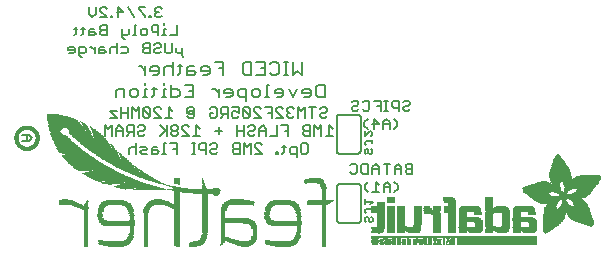
<source format=gbr>
G04 EAGLE Gerber RS-274X export*
G75*
%MOMM*%
%FSLAX34Y34*%
%LPD*%
%INSilkscreen Bottom*%
%IPPOS*%
%AMOC8*
5,1,8,0,0,1.08239X$1,22.5*%
G01*
%ADD10C,0.152400*%
%ADD11C,0.203200*%
%ADD12C,0.127000*%
%ADD13C,0.304800*%
%ADD14R,6.839700X0.016800*%
%ADD15R,0.268300X0.016800*%
%ADD16R,0.268200X0.016800*%
%ADD17R,0.251500X0.016800*%
%ADD18R,0.301800X0.016800*%
%ADD19R,0.251400X0.016800*%
%ADD20R,0.285000X0.016800*%
%ADD21R,0.301700X0.016800*%
%ADD22R,0.419100X0.016800*%
%ADD23R,0.318500X0.016800*%
%ADD24R,0.586700X0.016800*%
%ADD25R,0.586800X0.016800*%
%ADD26R,6.839700X0.016700*%
%ADD27R,0.268300X0.016700*%
%ADD28R,0.251400X0.016700*%
%ADD29R,0.251500X0.016700*%
%ADD30R,0.301800X0.016700*%
%ADD31R,0.285000X0.016700*%
%ADD32R,0.301700X0.016700*%
%ADD33R,0.419100X0.016700*%
%ADD34R,0.318500X0.016700*%
%ADD35R,0.586700X0.016700*%
%ADD36R,0.586800X0.016700*%
%ADD37R,0.318600X0.016800*%
%ADD38R,0.569900X0.016800*%
%ADD39R,0.335300X0.016800*%
%ADD40R,0.234700X0.016800*%
%ADD41R,0.234700X0.016700*%
%ADD42R,0.016700X0.016700*%
%ADD43R,0.318600X0.016700*%
%ADD44R,0.569900X0.016700*%
%ADD45R,0.335300X0.016700*%
%ADD46R,0.217900X0.016800*%
%ADD47R,0.033500X0.016800*%
%ADD48R,0.570000X0.016800*%
%ADD49R,0.201100X0.016700*%
%ADD50R,0.050300X0.016700*%
%ADD51R,0.670500X0.016700*%
%ADD52R,1.005800X0.016700*%
%ADD53R,0.570000X0.016700*%
%ADD54R,0.201100X0.016800*%
%ADD55R,0.067000X0.016800*%
%ADD56R,0.670500X0.016800*%
%ADD57R,1.005800X0.016800*%
%ADD58R,0.184400X0.016800*%
%ADD59R,0.989000X0.016800*%
%ADD60R,0.184400X0.016700*%
%ADD61R,0.067000X0.016700*%
%ADD62R,0.989000X0.016700*%
%ADD63R,0.167600X0.016800*%
%ADD64R,0.083800X0.016800*%
%ADD65R,0.637000X0.016800*%
%ADD66R,0.955500X0.016800*%
%ADD67R,0.150800X0.016800*%
%ADD68R,0.100600X0.016800*%
%ADD69R,0.536400X0.016800*%
%ADD70R,0.854900X0.016800*%
%ADD71R,0.150800X0.016700*%
%ADD72R,0.100600X0.016700*%
%ADD73R,0.352000X0.016700*%
%ADD74R,0.435900X0.016700*%
%ADD75R,0.402400X0.016700*%
%ADD76R,0.368800X0.016700*%
%ADD77R,0.134100X0.016800*%
%ADD78R,0.117300X0.016800*%
%ADD79R,0.435900X0.016800*%
%ADD80R,0.368900X0.016800*%
%ADD81R,0.603500X0.016800*%
%ADD82R,0.134100X0.016700*%
%ADD83R,0.117300X0.016700*%
%ADD84R,0.452600X0.016700*%
%ADD85R,0.620300X0.016700*%
%ADD86R,0.284900X0.016800*%
%ADD87R,0.486200X0.016800*%
%ADD88R,0.653800X0.016800*%
%ADD89R,0.804700X0.016800*%
%ADD90R,0.150900X0.016700*%
%ADD91R,0.268200X0.016700*%
%ADD92R,0.737600X0.016700*%
%ADD93R,0.603500X0.016700*%
%ADD94R,0.922000X0.016700*%
%ADD95R,0.150900X0.016800*%
%ADD96R,0.821400X0.016800*%
%ADD97R,0.972300X0.016800*%
%ADD98R,0.989100X0.016800*%
%ADD99R,0.083800X0.016700*%
%ADD100R,0.167600X0.016700*%
%ADD101R,0.821400X0.016700*%
%ADD102R,0.989100X0.016700*%
%ADD103R,0.201200X0.016700*%
%ADD104R,0.050300X0.016800*%
%ADD105R,0.201200X0.016800*%
%ADD106R,0.217900X0.016700*%
%ADD107R,0.284900X0.016700*%
%ADD108R,0.352100X0.016800*%
%ADD109R,0.620300X0.016800*%
%ADD110R,0.385600X0.016800*%
%ADD111R,0.335200X0.016800*%
%ADD112R,0.385600X0.016700*%
%ADD113R,0.687400X0.016700*%
%ADD114R,13.998000X0.016800*%
%ADD115R,13.998000X0.016700*%
%ADD116R,0.637000X0.016700*%
%ADD117R,0.486100X0.016700*%
%ADD118R,0.637100X0.016700*%
%ADD119R,0.519700X0.016700*%
%ADD120R,0.536500X0.016700*%
%ADD121R,0.787900X0.016800*%
%ADD122R,0.687400X0.016800*%
%ADD123R,0.771200X0.016800*%
%ADD124R,0.637100X0.016800*%
%ADD125R,0.720800X0.016800*%
%ADD126R,0.704100X0.016800*%
%ADD127R,0.754400X0.016800*%
%ADD128R,0.838200X0.016700*%
%ADD129R,0.871800X0.016700*%
%ADD130R,0.871700X0.016700*%
%ADD131R,0.402400X0.016800*%
%ADD132R,0.922100X0.016800*%
%ADD133R,0.938800X0.016800*%
%ADD134R,0.938800X0.016700*%
%ADD135R,1.022600X0.016700*%
%ADD136R,0.972400X0.016700*%
%ADD137R,0.972300X0.016700*%
%ADD138R,0.469400X0.016800*%
%ADD139R,1.072900X0.016800*%
%ADD140R,1.022600X0.016800*%
%ADD141R,1.005900X0.016800*%
%ADD142R,0.502900X0.016800*%
%ADD143R,1.123200X0.016800*%
%ADD144R,1.056200X0.016800*%
%ADD145R,1.123100X0.016800*%
%ADD146R,1.139900X0.016700*%
%ADD147R,1.089600X0.016700*%
%ADD148R,0.553200X0.016800*%
%ADD149R,1.190200X0.016800*%
%ADD150R,1.190300X0.016800*%
%ADD151R,1.039400X0.016800*%
%ADD152R,1.223700X0.016800*%
%ADD153R,1.173500X0.016800*%
%ADD154R,1.223800X0.016800*%
%ADD155R,1.240500X0.016700*%
%ADD156R,1.173500X0.016700*%
%ADD157R,1.240600X0.016700*%
%ADD158R,1.190300X0.016700*%
%ADD159R,1.056200X0.016700*%
%ADD160R,1.274100X0.016800*%
%ADD161R,1.274000X0.016800*%
%ADD162R,1.307600X0.016800*%
%ADD163R,1.257300X0.016800*%
%ADD164R,1.324400X0.016800*%
%ADD165R,0.687300X0.016700*%
%ADD166R,1.324400X0.016700*%
%ADD167R,1.307500X0.016700*%
%ADD168R,1.274100X0.016700*%
%ADD169R,1.072900X0.016700*%
%ADD170R,2.011600X0.016800*%
%ADD171R,1.324300X0.016800*%
%ADD172R,1.978100X0.016800*%
%ADD173R,2.011600X0.016700*%
%ADD174R,1.357900X0.016700*%
%ADD175R,1.994900X0.016700*%
%ADD176R,1.341200X0.016700*%
%ADD177R,1.089700X0.016700*%
%ADD178R,0.754300X0.016800*%
%ADD179R,1.994900X0.016800*%
%ADD180R,1.995000X0.016800*%
%ADD181R,1.089700X0.016800*%
%ADD182R,0.787900X0.016700*%
%ADD183R,1.995000X0.016700*%
%ADD184R,2.028400X0.016800*%
%ADD185R,2.011700X0.016800*%
%ADD186R,1.106500X0.016800*%
%ADD187R,2.028400X0.016700*%
%ADD188R,2.011700X0.016700*%
%ADD189R,1.106500X0.016700*%
%ADD190R,0.888400X0.016800*%
%ADD191R,0.922000X0.016800*%
%ADD192R,0.938700X0.016700*%
%ADD193R,2.045200X0.016800*%
%ADD194R,0.938700X0.016800*%
%ADD195R,0.670600X0.016700*%
%ADD196R,0.888500X0.016700*%
%ADD197R,2.045200X0.016700*%
%ADD198R,0.888400X0.016700*%
%ADD199R,0.804600X0.016800*%
%ADD200R,2.028500X0.016800*%
%ADD201R,1.056100X0.016700*%
%ADD202R,0.771100X0.016700*%
%ADD203R,0.754300X0.016700*%
%ADD204R,2.028500X0.016700*%
%ADD205R,0.737700X0.016700*%
%ADD206R,1.072800X0.016800*%
%ADD207R,0.871700X0.016800*%
%ADD208R,0.737600X0.016800*%
%ADD209R,0.871800X0.016800*%
%ADD210R,1.089600X0.016800*%
%ADD211R,0.704000X0.016800*%
%ADD212R,0.687300X0.016800*%
%ADD213R,0.670600X0.016800*%
%ADD214R,1.123100X0.016700*%
%ADD215R,0.720800X0.016700*%
%ADD216R,0.653700X0.016700*%
%ADD217R,0.653800X0.016700*%
%ADD218R,1.139900X0.016800*%
%ADD219R,1.173400X0.016800*%
%ADD220R,1.190200X0.016700*%
%ADD221R,1.207000X0.016800*%
%ADD222R,1.240500X0.016800*%
%ADD223R,0.469400X0.016700*%
%ADD224R,1.274000X0.016700*%
%ADD225R,0.519600X0.016800*%
%ADD226R,1.341100X0.016800*%
%ADD227R,0.771200X0.016700*%
%ADD228R,1.374600X0.016700*%
%ADD229R,0.838200X0.016800*%
%ADD230R,1.391400X0.016800*%
%ADD231R,1.424900X0.016800*%
%ADD232R,1.441700X0.016700*%
%ADD233R,1.475200X0.016800*%
%ADD234R,1.491900X0.016700*%
%ADD235R,1.525500X0.016800*%
%ADD236R,1.559000X0.016700*%
%ADD237R,1.575800X0.016800*%
%ADD238R,1.307600X0.016700*%
%ADD239R,1.592500X0.016700*%
%ADD240R,1.374700X0.016800*%
%ADD241R,1.609300X0.016800*%
%ADD242R,1.408200X0.016800*%
%ADD243R,1.626100X0.016800*%
%ADD244R,1.626100X0.016700*%
%ADD245R,1.508800X0.016800*%
%ADD246R,1.659600X0.016800*%
%ADD247R,1.559000X0.016800*%
%ADD248R,1.676400X0.016800*%
%ADD249R,1.575800X0.016700*%
%ADD250R,1.676400X0.016700*%
%ADD251R,1.978100X0.016700*%
%ADD252R,1.693100X0.016800*%
%ADD253R,1.642800X0.016800*%
%ADD254R,1.709900X0.016800*%
%ADD255R,1.961300X0.016800*%
%ADD256R,1.726600X0.016700*%
%ADD257R,1.961300X0.016700*%
%ADD258R,1.693200X0.016800*%
%ADD259R,1.726600X0.016800*%
%ADD260R,1.944600X0.016800*%
%ADD261R,1.726700X0.016700*%
%ADD262R,1.743400X0.016700*%
%ADD263R,1.944600X0.016700*%
%ADD264R,1.726700X0.016800*%
%ADD265R,1.760200X0.016800*%
%ADD266R,1.927800X0.016800*%
%ADD267R,1.911000X0.016800*%
%ADD268R,1.793700X0.016700*%
%ADD269R,1.776900X0.016700*%
%ADD270R,1.911100X0.016700*%
%ADD271R,1.894300X0.016700*%
%ADD272R,1.793800X0.016800*%
%ADD273R,1.776900X0.016800*%
%ADD274R,1.911100X0.016800*%
%ADD275R,1.894300X0.016800*%
%ADD276R,1.827300X0.016800*%
%ADD277R,1.810500X0.016800*%
%ADD278R,1.877500X0.016800*%
%ADD279R,1.844100X0.016700*%
%ADD280R,1.810500X0.016700*%
%ADD281R,1.860800X0.016700*%
%ADD282R,1.844000X0.016700*%
%ADD283R,1.860900X0.016800*%
%ADD284R,1.844000X0.016800*%
%ADD285R,1.827200X0.016800*%
%ADD286R,1.860800X0.016800*%
%ADD287R,1.793700X0.016800*%
%ADD288R,1.877600X0.016700*%
%ADD289R,1.827200X0.016700*%
%ADD290R,1.927800X0.016700*%
%ADD291R,1.927900X0.016800*%
%ADD292R,1.944700X0.016700*%
%ADD293R,1.877500X0.016700*%
%ADD294R,1.961400X0.016800*%
%ADD295R,1.961400X0.016700*%
%ADD296R,1.978200X0.016800*%
%ADD297R,1.911000X0.016700*%
%ADD298R,0.620200X0.016800*%
%ADD299R,1.425000X0.016800*%
%ADD300R,0.620200X0.016700*%
%ADD301R,1.425000X0.016700*%
%ADD302R,0.653700X0.016800*%
%ADD303R,0.704100X0.016700*%
%ADD304R,0.804700X0.016700*%
%ADD305R,0.905200X0.016800*%
%ADD306R,1.894400X0.016800*%
%ADD307R,1.927900X0.016700*%
%ADD308R,1.877600X0.016800*%
%ADD309R,3.889300X0.016800*%
%ADD310R,3.872500X0.016700*%
%ADD311R,3.872500X0.016800*%
%ADD312R,3.855700X0.016700*%
%ADD313R,0.754400X0.016700*%
%ADD314R,3.855700X0.016800*%
%ADD315R,3.839000X0.016800*%
%ADD316R,0.720900X0.016800*%
%ADD317R,3.822200X0.016700*%
%ADD318R,2.715700X0.016800*%
%ADD319R,2.632000X0.016800*%
%ADD320R,1.290800X0.016800*%
%ADD321R,2.615200X0.016700*%
%ADD322R,1.257300X0.016700*%
%ADD323R,2.581700X0.016800*%
%ADD324R,1.240600X0.016800*%
%ADD325R,2.564900X0.016800*%
%ADD326R,1.760300X0.016800*%
%ADD327R,2.531400X0.016700*%
%ADD328R,1.156700X0.016700*%
%ADD329R,2.514600X0.016800*%
%ADD330R,0.955600X0.016800*%
%ADD331R,2.497800X0.016800*%
%ADD332R,1.659700X0.016800*%
%ADD333R,2.464300X0.016700*%
%ADD334R,1.039300X0.016700*%
%ADD335R,2.447500X0.016800*%
%ADD336R,1.592500X0.016800*%
%ADD337R,0.536500X0.016800*%
%ADD338R,2.430800X0.016700*%
%ADD339R,1.559100X0.016700*%
%ADD340R,1.542300X0.016700*%
%ADD341R,0.502900X0.016700*%
%ADD342R,2.414000X0.016800*%
%ADD343R,0.905300X0.016800*%
%ADD344R,1.508700X0.016800*%
%ADD345R,0.888500X0.016800*%
%ADD346R,2.397300X0.016800*%
%ADD347R,1.441700X0.016800*%
%ADD348R,0.452700X0.016800*%
%ADD349R,1.290900X0.016700*%
%ADD350R,1.156700X0.016800*%
%ADD351R,0.855000X0.016800*%
%ADD352R,1.123200X0.016700*%
%ADD353R,0.720900X0.016700*%
%ADD354R,1.106400X0.016800*%
%ADD355R,1.106400X0.016700*%
%ADD356R,0.771100X0.016800*%
%ADD357R,0.435800X0.016700*%
%ADD358R,1.592600X0.016700*%
%ADD359R,0.435800X0.016800*%
%ADD360R,1.642900X0.016800*%
%ADD361R,0.402300X0.016800*%
%ADD362R,1.793800X0.016700*%
%ADD363R,0.368800X0.016800*%
%ADD364R,1.056100X0.016800*%
%ADD365R,1.039400X0.016700*%
%ADD366R,2.078800X0.016800*%
%ADD367R,0.335200X0.016700*%
%ADD368R,2.145800X0.016700*%
%ADD369R,2.162600X0.016800*%
%ADD370R,0.352000X0.016800*%
%ADD371R,2.212800X0.016800*%
%ADD372R,2.279900X0.016700*%
%ADD373R,2.330200X0.016800*%
%ADD374R,2.799500X0.016800*%
%ADD375R,2.816300X0.016700*%
%ADD376R,0.955500X0.016700*%
%ADD377R,2.849900X0.016800*%
%ADD378R,2.916900X0.016800*%
%ADD379R,4.224500X0.016700*%
%ADD380R,4.291600X0.016800*%
%ADD381R,4.409000X0.016800*%
%ADD382R,4.509500X0.016700*%
%ADD383R,4.526300X0.016800*%
%ADD384R,4.626800X0.016700*%
%ADD385R,4.693900X0.016800*%
%ADD386R,4.727400X0.016800*%
%ADD387R,2.548200X0.016700*%
%ADD388R,2.179300X0.016700*%
%ADD389R,2.430800X0.016800*%
%ADD390R,2.414000X0.016700*%
%ADD391R,2.414100X0.016800*%
%ADD392R,2.430700X0.016700*%
%ADD393R,2.447600X0.016700*%
%ADD394R,1.559100X0.016800*%
%ADD395R,1.525500X0.016700*%
%ADD396R,1.492000X0.016800*%
%ADD397R,1.491900X0.016800*%
%ADD398R,1.458500X0.016700*%
%ADD399R,2.061900X0.016800*%
%ADD400R,1.408100X0.016700*%
%ADD401R,0.905200X0.016700*%
%ADD402R,2.112300X0.016700*%
%ADD403R,2.179300X0.016800*%
%ADD404R,1.408200X0.016700*%
%ADD405R,2.212900X0.016700*%
%ADD406R,1.140000X0.016800*%
%ADD407R,3.319300X0.016800*%
%ADD408R,1.374700X0.016700*%
%ADD409R,0.402300X0.016700*%
%ADD410R,3.302500X0.016700*%
%ADD411R,3.285700X0.016800*%
%ADD412R,1.357900X0.016800*%
%ADD413R,3.269000X0.016800*%
%ADD414R,3.285800X0.016700*%
%ADD415R,3.268900X0.016800*%
%ADD416R,0.452700X0.016700*%
%ADD417R,3.268900X0.016700*%
%ADD418R,1.391400X0.016700*%
%ADD419R,3.269000X0.016700*%
%ADD420R,1.374600X0.016800*%
%ADD421R,0.519700X0.016800*%
%ADD422R,3.252200X0.016800*%
%ADD423R,3.235400X0.016800*%
%ADD424R,3.235400X0.016700*%
%ADD425R,3.218600X0.016800*%
%ADD426R,3.201900X0.016800*%
%ADD427R,3.201900X0.016700*%
%ADD428R,1.458500X0.016800*%
%ADD429R,1.525600X0.016800*%
%ADD430R,3.185100X0.016800*%
%ADD431R,2.531300X0.016700*%
%ADD432R,3.168400X0.016700*%
%ADD433R,2.531300X0.016800*%
%ADD434R,3.151600X0.016800*%
%ADD435R,2.548100X0.016800*%
%ADD436R,3.134900X0.016800*%
%ADD437R,2.564900X0.016700*%
%ADD438R,3.118100X0.016700*%
%ADD439R,2.581600X0.016800*%
%ADD440R,3.101400X0.016800*%
%ADD441R,2.598400X0.016700*%
%ADD442R,3.067900X0.016700*%
%ADD443R,2.598400X0.016800*%
%ADD444R,3.034300X0.016800*%
%ADD445R,2.615100X0.016800*%
%ADD446R,3.000800X0.016800*%
%ADD447R,2.631900X0.016700*%
%ADD448R,2.950500X0.016700*%
%ADD449R,2.648700X0.016800*%
%ADD450R,2.900200X0.016800*%
%ADD451R,2.665500X0.016800*%
%ADD452R,2.682200X0.016700*%
%ADD453R,2.799600X0.016700*%
%ADD454R,2.699000X0.016800*%
%ADD455R,2.732500X0.016800*%
%ADD456R,2.749300X0.016700*%
%ADD457R,2.632000X0.016700*%
%ADD458R,2.749300X0.016800*%
%ADD459R,2.766100X0.016700*%
%ADD460R,2.766100X0.016800*%
%ADD461R,2.481100X0.016800*%
%ADD462R,2.782900X0.016800*%
%ADD463R,2.380500X0.016700*%
%ADD464R,2.833100X0.016800*%
%ADD465R,1.592600X0.016800*%
%ADD466R,2.849900X0.016700*%
%ADD467R,2.883400X0.016800*%
%ADD468R,2.917000X0.016700*%
%ADD469R,2.933700X0.016800*%
%ADD470R,2.967200X0.016800*%
%ADD471R,2.967200X0.016700*%
%ADD472R,3.017500X0.016700*%
%ADD473R,3.051000X0.016800*%
%ADD474R,0.788000X0.016800*%
%ADD475R,3.084600X0.016800*%
%ADD476R,2.397300X0.016700*%
%ADD477R,2.397200X0.016800*%
%ADD478R,1.760200X0.016700*%
%ADD479R,2.397200X0.016700*%
%ADD480R,1.827300X0.016700*%
%ADD481R,2.380500X0.016800*%
%ADD482R,2.363700X0.016800*%
%ADD483R,2.363700X0.016700*%
%ADD484R,2.346900X0.016800*%
%ADD485R,2.296600X0.016700*%
%ADD486R,2.279900X0.016800*%
%ADD487R,2.246300X0.016800*%
%ADD488R,2.229600X0.016700*%
%ADD489R,2.129100X0.016800*%
%ADD490R,2.112300X0.016800*%
%ADD491R,1.609300X0.016700*%
%ADD492R,1.743400X0.016800*%
%ADD493R,1.693100X0.016700*%
%ADD494R,1.659700X0.016700*%
%ADD495R,1.575900X0.016800*%
%ADD496R,1.575900X0.016700*%
%ADD497R,1.475200X0.016700*%
%ADD498R,1.324300X0.016700*%
%ADD499R,1.290800X0.016700*%
%ADD500R,1.207000X0.016700*%
%ADD501R,0.854900X0.016700*%
%ADD502R,0.821500X0.016700*%
%ADD503R,0.821500X0.016800*%
%ADD504R,0.218000X0.016800*%
%ADD505R,0.914400X0.025400*%
%ADD506R,0.508000X0.025400*%
%ADD507R,0.889000X0.025400*%
%ADD508R,0.406400X0.025400*%
%ADD509R,1.320800X0.025400*%
%ADD510R,0.736600X0.025400*%
%ADD511R,0.660400X0.025400*%
%ADD512R,1.346200X0.025400*%
%ADD513R,1.625600X0.025400*%
%ADD514R,0.939800X0.025400*%
%ADD515R,0.025400X0.025400*%
%ADD516R,0.863600X0.025400*%
%ADD517R,0.431800X0.025400*%
%ADD518R,1.600200X0.025400*%
%ADD519R,1.854200X0.025400*%
%ADD520R,1.066800X0.025400*%
%ADD521R,0.050800X0.025400*%
%ADD522R,1.828800X0.025400*%
%ADD523R,2.032000X0.025400*%
%ADD524R,1.219200X0.025400*%
%ADD525R,0.076200X0.025400*%
%ADD526R,0.990600X0.025400*%
%ADD527R,2.057400X0.025400*%
%ADD528R,2.209800X0.025400*%
%ADD529R,2.362200X0.025400*%
%ADD530R,1.447800X0.025400*%
%ADD531R,0.101600X0.025400*%
%ADD532R,1.092200X0.025400*%
%ADD533R,2.489200X0.025400*%
%ADD534R,1.574800X0.025400*%
%ADD535R,0.127000X0.025400*%
%ADD536R,1.143000X0.025400*%
%ADD537R,2.565400X0.025400*%
%ADD538R,1.676400X0.025400*%
%ADD539R,0.152400X0.025400*%
%ADD540R,1.168400X0.025400*%
%ADD541R,2.590800X0.025400*%
%ADD542R,1.752600X0.025400*%
%ADD543R,0.177800X0.025400*%
%ADD544R,1.193800X0.025400*%
%ADD545R,2.616200X0.025400*%
%ADD546R,0.203200X0.025400*%
%ADD547R,2.641600X0.025400*%
%ADD548R,1.930400X0.025400*%
%ADD549R,0.228600X0.025400*%
%ADD550R,1.244600X0.025400*%
%ADD551R,2.667000X0.025400*%
%ADD552R,0.254000X0.025400*%
%ADD553R,2.692400X0.025400*%
%ADD554R,2.108200X0.025400*%
%ADD555R,0.279400X0.025400*%
%ADD556R,2.717800X0.025400*%
%ADD557R,1.041400X0.025400*%
%ADD558R,2.743200X0.025400*%
%ADD559R,2.260600X0.025400*%
%ADD560R,0.304800X0.025400*%
%ADD561R,0.838200X0.025400*%
%ADD562R,0.685800X0.025400*%
%ADD563R,1.270000X0.025400*%
%ADD564R,0.330200X0.025400*%
%ADD565R,0.609600X0.025400*%
%ADD566R,0.355600X0.025400*%
%ADD567R,0.762000X0.025400*%
%ADD568R,0.635000X0.025400*%
%ADD569R,0.584200X0.025400*%
%ADD570R,0.381000X0.025400*%
%ADD571R,0.533400X0.025400*%
%ADD572R,0.558800X0.025400*%
%ADD573R,0.482600X0.025400*%
%ADD574R,1.117600X0.025400*%
%ADD575R,0.457200X0.025400*%
%ADD576R,0.787400X0.025400*%
%ADD577R,0.711200X0.025400*%
%ADD578R,2.413000X0.025400*%
%ADD579R,2.438400X0.025400*%
%ADD580R,2.540000X0.025400*%
%ADD581R,2.794000X0.025400*%
%ADD582R,2.819400X0.025400*%
%ADD583R,2.844800X0.025400*%
%ADD584R,2.870200X0.025400*%
%ADD585R,1.016000X0.025400*%
%ADD586R,2.895600X0.025400*%
%ADD587R,1.422400X0.025400*%
%ADD588R,2.921000X0.025400*%
%ADD589R,1.803400X0.025400*%
%ADD590R,2.946400X0.025400*%
%ADD591R,2.971800X0.025400*%
%ADD592R,2.997200X0.025400*%
%ADD593R,3.022600X0.025400*%
%ADD594R,2.768600X0.025400*%
%ADD595R,2.514600X0.025400*%
%ADD596R,2.336800X0.025400*%
%ADD597R,0.965200X0.025400*%
%ADD598R,0.812800X0.025400*%
%ADD599R,1.651000X0.025400*%
%ADD600R,1.701800X0.025400*%
%ADD601R,1.727200X0.025400*%
%ADD602R,2.159000X0.025400*%
%ADD603R,1.778000X0.025400*%
%ADD604R,2.082800X0.025400*%
%ADD605R,2.463800X0.025400*%
%ADD606R,2.006600X0.025400*%
%ADD607R,1.905000X0.025400*%
%ADD608R,2.286000X0.025400*%
%ADD609R,1.955800X0.025400*%
%ADD610R,2.235200X0.025400*%
%ADD611R,1.524000X0.025400*%
%ADD612R,1.981200X0.025400*%
%ADD613R,2.184400X0.025400*%
%ADD614R,1.473200X0.025400*%
%ADD615R,1.397000X0.025400*%
%ADD616R,2.387600X0.025400*%
%ADD617R,1.879600X0.025400*%
%ADD618R,1.295400X0.025400*%
%ADD619R,1.549400X0.025400*%
%ADD620R,1.371600X0.025400*%
%ADD621R,3.200400X0.025400*%
%ADD622R,3.378200X0.025400*%
%ADD623R,3.835400X0.025400*%
%ADD624R,3.987800X0.025400*%
%ADD625R,4.089400X0.025400*%
%ADD626R,4.216400X0.025400*%
%ADD627R,2.311400X0.025400*%
%ADD628R,3.225800X0.025400*%
%ADD629R,3.479800X0.025400*%
%ADD630R,3.454400X0.025400*%
%ADD631R,1.498600X0.025400*%
%ADD632R,3.429000X0.025400*%
%ADD633R,3.403600X0.025400*%
%ADD634R,3.352800X0.025400*%
%ADD635R,3.327400X0.025400*%
%ADD636R,3.302000X0.025400*%
%ADD637R,3.276600X0.025400*%
%ADD638R,3.251200X0.025400*%
%ADD639R,3.175000X0.025400*%
%ADD640R,2.133600X0.025400*%


D10*
X345566Y84074D02*
X345566Y92717D01*
X341244Y92717D01*
X339803Y91277D01*
X339803Y89836D01*
X341244Y88396D01*
X339803Y86955D01*
X339803Y85515D01*
X341244Y84074D01*
X345566Y84074D01*
X345566Y88396D02*
X341244Y88396D01*
X336210Y89836D02*
X336210Y84074D01*
X336210Y89836D02*
X333329Y92717D01*
X330448Y89836D01*
X330448Y84074D01*
X330448Y88396D02*
X336210Y88396D01*
X323974Y84074D02*
X323974Y92717D01*
X326855Y92717D02*
X321093Y92717D01*
X317500Y89836D02*
X317500Y84074D01*
X317500Y89836D02*
X314619Y92717D01*
X311738Y89836D01*
X311738Y84074D01*
X311738Y88396D02*
X317500Y88396D01*
X308145Y92717D02*
X308145Y84074D01*
X303823Y84074D01*
X302383Y85515D01*
X302383Y91277D01*
X303823Y92717D01*
X308145Y92717D01*
X294468Y92717D02*
X293027Y91277D01*
X294468Y92717D02*
X297349Y92717D01*
X298790Y91277D01*
X298790Y85515D01*
X297349Y84074D01*
X294468Y84074D01*
X293027Y85515D01*
X330211Y68834D02*
X333092Y71715D01*
X333092Y74596D01*
X330211Y77477D01*
X326855Y74596D02*
X326855Y68834D01*
X326855Y74596D02*
X323974Y77477D01*
X321093Y74596D01*
X321093Y68834D01*
X321093Y73156D02*
X326855Y73156D01*
X317500Y74596D02*
X314619Y77477D01*
X314619Y68834D01*
X317500Y68834D02*
X311738Y68834D01*
X308145Y68834D02*
X305264Y71715D01*
X305264Y74596D01*
X308145Y77477D01*
X337736Y144617D02*
X339177Y146057D01*
X342058Y146057D01*
X343498Y144617D01*
X343498Y143176D01*
X342058Y141736D01*
X339177Y141736D01*
X337736Y140295D01*
X337736Y138855D01*
X339177Y137414D01*
X342058Y137414D01*
X343498Y138855D01*
X334143Y137414D02*
X334143Y146057D01*
X329822Y146057D01*
X328381Y144617D01*
X328381Y141736D01*
X329822Y140295D01*
X334143Y140295D01*
X324788Y137414D02*
X321907Y137414D01*
X323347Y137414D02*
X323347Y146057D01*
X321907Y146057D02*
X324788Y146057D01*
X318551Y146057D02*
X318551Y137414D01*
X318551Y146057D02*
X312789Y146057D01*
X315670Y141736D02*
X318551Y141736D01*
X304874Y146057D02*
X303434Y144617D01*
X304874Y146057D02*
X307755Y146057D01*
X309196Y144617D01*
X309196Y138855D01*
X307755Y137414D01*
X304874Y137414D01*
X303434Y138855D01*
X295519Y146057D02*
X294079Y144617D01*
X295519Y146057D02*
X298400Y146057D01*
X299841Y144617D01*
X299841Y143176D01*
X298400Y141736D01*
X295519Y141736D01*
X294079Y140295D01*
X294079Y138855D01*
X295519Y137414D01*
X298400Y137414D01*
X299841Y138855D01*
X329703Y122174D02*
X332584Y125055D01*
X332584Y127936D01*
X329703Y130817D01*
X326347Y127936D02*
X326347Y122174D01*
X326347Y127936D02*
X323466Y130817D01*
X320585Y127936D01*
X320585Y122174D01*
X320585Y126496D02*
X326347Y126496D01*
X312670Y122174D02*
X312670Y130817D01*
X316992Y126496D01*
X311230Y126496D01*
X307637Y122174D02*
X304756Y125055D01*
X304756Y127936D01*
X307637Y130817D01*
D11*
X251732Y168021D02*
X251732Y178698D01*
X248173Y171580D02*
X251732Y168021D01*
X248173Y171580D02*
X244614Y168021D01*
X244614Y178698D01*
X240038Y168021D02*
X236479Y168021D01*
X238259Y168021D02*
X238259Y178698D01*
X240038Y178698D02*
X236479Y178698D01*
X226904Y178698D02*
X225124Y176919D01*
X226904Y178698D02*
X230463Y178698D01*
X232243Y176919D01*
X232243Y169801D01*
X230463Y168021D01*
X226904Y168021D01*
X225124Y169801D01*
X220549Y178698D02*
X213430Y178698D01*
X220549Y178698D02*
X220549Y168021D01*
X213430Y168021D01*
X216990Y173360D02*
X220549Y173360D01*
X208855Y178698D02*
X208855Y168021D01*
X203516Y168021D01*
X201737Y169801D01*
X201737Y176919D01*
X203516Y178698D01*
X208855Y178698D01*
X185467Y178698D02*
X185467Y168021D01*
X185467Y178698D02*
X178349Y178698D01*
X181908Y173360D02*
X185467Y173360D01*
X171993Y168021D02*
X168434Y168021D01*
X171993Y168021D02*
X173773Y169801D01*
X173773Y173360D01*
X171993Y175139D01*
X168434Y175139D01*
X166655Y173360D01*
X166655Y171580D01*
X173773Y171580D01*
X160299Y175139D02*
X156740Y175139D01*
X154961Y173360D01*
X154961Y168021D01*
X160299Y168021D01*
X162079Y169801D01*
X160299Y171580D01*
X154961Y171580D01*
X148605Y169801D02*
X148605Y176919D01*
X148605Y169801D02*
X146826Y168021D01*
X146826Y175139D02*
X150385Y175139D01*
X142589Y178698D02*
X142589Y168021D01*
X142589Y173360D02*
X140809Y175139D01*
X137250Y175139D01*
X135471Y173360D01*
X135471Y168021D01*
X129115Y168021D02*
X125556Y168021D01*
X129115Y168021D02*
X130895Y169801D01*
X130895Y173360D01*
X129115Y175139D01*
X125556Y175139D01*
X123777Y173360D01*
X123777Y171580D01*
X130895Y171580D01*
X119201Y168021D02*
X119201Y175139D01*
X119201Y171580D02*
X115642Y175139D01*
X113862Y175139D01*
X271222Y159648D02*
X271222Y148971D01*
X265884Y148971D01*
X264104Y150751D01*
X264104Y157869D01*
X265884Y159648D01*
X271222Y159648D01*
X257749Y148971D02*
X254190Y148971D01*
X257749Y148971D02*
X259528Y150751D01*
X259528Y154310D01*
X257749Y156089D01*
X254190Y156089D01*
X252410Y154310D01*
X252410Y152530D01*
X259528Y152530D01*
X247835Y156089D02*
X244275Y148971D01*
X240716Y156089D01*
X234361Y148971D02*
X230802Y148971D01*
X234361Y148971D02*
X236141Y150751D01*
X236141Y154310D01*
X234361Y156089D01*
X230802Y156089D01*
X229022Y154310D01*
X229022Y152530D01*
X236141Y152530D01*
X224447Y159648D02*
X222667Y159648D01*
X222667Y148971D01*
X220888Y148971D02*
X224447Y148971D01*
X214871Y148971D02*
X211312Y148971D01*
X209533Y150751D01*
X209533Y154310D01*
X211312Y156089D01*
X214871Y156089D01*
X216651Y154310D01*
X216651Y150751D01*
X214871Y148971D01*
X204957Y145412D02*
X204957Y156089D01*
X199618Y156089D01*
X197839Y154310D01*
X197839Y150751D01*
X199618Y148971D01*
X204957Y148971D01*
X191483Y148971D02*
X187924Y148971D01*
X191483Y148971D02*
X193263Y150751D01*
X193263Y154310D01*
X191483Y156089D01*
X187924Y156089D01*
X186145Y154310D01*
X186145Y152530D01*
X193263Y152530D01*
X181569Y148971D02*
X181569Y156089D01*
X181569Y152530D02*
X178010Y156089D01*
X176230Y156089D01*
X160130Y159648D02*
X153012Y159648D01*
X160130Y159648D02*
X160130Y148971D01*
X153012Y148971D01*
X156571Y154310D02*
X160130Y154310D01*
X141318Y159648D02*
X141318Y148971D01*
X146656Y148971D01*
X148436Y150751D01*
X148436Y154310D01*
X146656Y156089D01*
X141318Y156089D01*
X136742Y156089D02*
X134962Y156089D01*
X134962Y148971D01*
X133183Y148971D02*
X136742Y148971D01*
X134962Y159648D02*
X134962Y161428D01*
X127166Y157869D02*
X127166Y150751D01*
X125387Y148971D01*
X125387Y156089D02*
X128946Y156089D01*
X121150Y156089D02*
X119370Y156089D01*
X119370Y148971D01*
X117591Y148971D02*
X121150Y148971D01*
X119370Y159648D02*
X119370Y161428D01*
X111574Y148971D02*
X108015Y148971D01*
X106236Y150751D01*
X106236Y154310D01*
X108015Y156089D01*
X111574Y156089D01*
X113354Y154310D01*
X113354Y150751D01*
X111574Y148971D01*
X101660Y148971D02*
X101660Y156089D01*
X96321Y156089D01*
X94542Y154310D01*
X94542Y148971D01*
D12*
X267325Y138860D02*
X268808Y140343D01*
X271774Y140343D01*
X273257Y138860D01*
X273257Y137377D01*
X271774Y135894D01*
X268808Y135894D01*
X267325Y134411D01*
X267325Y132928D01*
X268808Y131445D01*
X271774Y131445D01*
X273257Y132928D01*
X260936Y131445D02*
X260936Y140343D01*
X263902Y140343D02*
X257970Y140343D01*
X254547Y140343D02*
X254547Y131445D01*
X251581Y137377D02*
X254547Y140343D01*
X251581Y137377D02*
X248615Y140343D01*
X248615Y131445D01*
X245191Y138860D02*
X243708Y140343D01*
X240743Y140343D01*
X239260Y138860D01*
X239260Y137377D01*
X240743Y135894D01*
X242226Y135894D01*
X240743Y135894D02*
X239260Y134411D01*
X239260Y132928D01*
X240743Y131445D01*
X243708Y131445D01*
X245191Y132928D01*
X235836Y131445D02*
X229904Y131445D01*
X235836Y131445D02*
X229904Y137377D01*
X229904Y138860D01*
X231387Y140343D01*
X234353Y140343D01*
X235836Y138860D01*
X226481Y140343D02*
X226481Y131445D01*
X226481Y140343D02*
X220549Y140343D01*
X223515Y135894D02*
X226481Y135894D01*
X217126Y131445D02*
X211194Y131445D01*
X217126Y131445D02*
X211194Y137377D01*
X211194Y138860D01*
X212677Y140343D01*
X215643Y140343D01*
X217126Y138860D01*
X207771Y138860D02*
X207771Y132928D01*
X207771Y138860D02*
X206288Y140343D01*
X203322Y140343D01*
X201839Y138860D01*
X201839Y132928D01*
X203322Y131445D01*
X206288Y131445D01*
X207771Y132928D01*
X201839Y138860D01*
X198415Y140343D02*
X192484Y140343D01*
X198415Y140343D02*
X198415Y135894D01*
X195450Y137377D01*
X193967Y137377D01*
X192484Y135894D01*
X192484Y132928D01*
X193967Y131445D01*
X196933Y131445D01*
X198415Y132928D01*
X189060Y131445D02*
X189060Y140343D01*
X184611Y140343D01*
X183129Y138860D01*
X183129Y135894D01*
X184611Y134411D01*
X189060Y134411D01*
X186094Y134411D02*
X183129Y131445D01*
X175256Y140343D02*
X173773Y138860D01*
X175256Y140343D02*
X178222Y140343D01*
X179705Y138860D01*
X179705Y132928D01*
X178222Y131445D01*
X175256Y131445D01*
X173773Y132928D01*
X173773Y135894D01*
X176739Y135894D01*
X156546Y131445D02*
X155063Y132928D01*
X156546Y131445D02*
X159512Y131445D01*
X160995Y132928D01*
X160995Y138860D01*
X159512Y140343D01*
X156546Y140343D01*
X155063Y138860D01*
X155063Y135894D01*
X156546Y134411D01*
X159512Y134411D01*
X159512Y137377D01*
X156546Y137377D01*
X156546Y134411D01*
X142284Y137377D02*
X139318Y140343D01*
X139318Y131445D01*
X136353Y131445D02*
X142284Y131445D01*
X132929Y131445D02*
X126997Y131445D01*
X132929Y131445D02*
X126997Y137377D01*
X126997Y138860D01*
X128480Y140343D01*
X131446Y140343D01*
X132929Y138860D01*
X123574Y138860D02*
X123574Y132928D01*
X123574Y138860D02*
X122091Y140343D01*
X119125Y140343D01*
X117642Y138860D01*
X117642Y132928D01*
X119125Y131445D01*
X122091Y131445D01*
X123574Y132928D01*
X117642Y138860D01*
X114219Y140343D02*
X114219Y131445D01*
X111253Y137377D02*
X114219Y140343D01*
X111253Y137377D02*
X108287Y140343D01*
X108287Y131445D01*
X104864Y131445D02*
X104864Y140343D01*
X104864Y135894D02*
X98932Y135894D01*
X98932Y140343D02*
X98932Y131445D01*
X95508Y137377D02*
X89577Y137377D01*
X95508Y131445D01*
X89577Y131445D01*
X274969Y125103D02*
X277935Y122137D01*
X274969Y125103D02*
X274969Y116205D01*
X277935Y116205D02*
X272003Y116205D01*
X268579Y116205D02*
X268579Y125103D01*
X265614Y122137D01*
X262648Y125103D01*
X262648Y116205D01*
X259224Y116205D02*
X259224Y125103D01*
X254775Y125103D01*
X253292Y123620D01*
X253292Y122137D01*
X254775Y120654D01*
X253292Y119171D01*
X253292Y117688D01*
X254775Y116205D01*
X259224Y116205D01*
X259224Y120654D02*
X254775Y120654D01*
X240514Y116205D02*
X240514Y125103D01*
X234582Y125103D01*
X237548Y120654D02*
X240514Y120654D01*
X231159Y125103D02*
X231159Y116205D01*
X225227Y116205D01*
X221803Y116205D02*
X221803Y122137D01*
X218838Y125103D01*
X215872Y122137D01*
X215872Y116205D01*
X215872Y120654D02*
X221803Y120654D01*
X207999Y125103D02*
X206517Y123620D01*
X207999Y125103D02*
X210965Y125103D01*
X212448Y123620D01*
X212448Y122137D01*
X210965Y120654D01*
X207999Y120654D01*
X206517Y119171D01*
X206517Y117688D01*
X207999Y116205D01*
X210965Y116205D01*
X212448Y117688D01*
X203093Y116205D02*
X203093Y125103D01*
X203093Y120654D02*
X197161Y120654D01*
X197161Y125103D02*
X197161Y116205D01*
X184383Y120654D02*
X178451Y120654D01*
X181417Y123620D02*
X181417Y117688D01*
X165672Y122137D02*
X162706Y125103D01*
X162706Y116205D01*
X159741Y116205D02*
X165672Y116205D01*
X156317Y116205D02*
X150385Y116205D01*
X156317Y116205D02*
X150385Y122137D01*
X150385Y123620D01*
X151868Y125103D01*
X154834Y125103D01*
X156317Y123620D01*
X146962Y123620D02*
X145479Y125103D01*
X142513Y125103D01*
X141030Y123620D01*
X141030Y122137D01*
X142513Y120654D01*
X141030Y119171D01*
X141030Y117688D01*
X142513Y116205D01*
X145479Y116205D01*
X146962Y117688D01*
X146962Y119171D01*
X145479Y120654D01*
X146962Y122137D01*
X146962Y123620D01*
X145479Y120654D02*
X142513Y120654D01*
X137607Y125103D02*
X137607Y116205D01*
X137607Y119171D02*
X131675Y125103D01*
X136124Y120654D02*
X131675Y116205D01*
X114448Y125103D02*
X112965Y123620D01*
X114448Y125103D02*
X117413Y125103D01*
X118896Y123620D01*
X118896Y122137D01*
X117413Y120654D01*
X114448Y120654D01*
X112965Y119171D01*
X112965Y117688D01*
X114448Y116205D01*
X117413Y116205D01*
X118896Y117688D01*
X109541Y116205D02*
X109541Y125103D01*
X105092Y125103D01*
X103609Y123620D01*
X103609Y120654D01*
X105092Y119171D01*
X109541Y119171D01*
X106575Y119171D02*
X103609Y116205D01*
X100186Y116205D02*
X100186Y122137D01*
X97220Y125103D01*
X94254Y122137D01*
X94254Y116205D01*
X94254Y120654D02*
X100186Y120654D01*
X90831Y116205D02*
X90831Y125103D01*
X87865Y122137D01*
X84899Y125103D01*
X84899Y116205D01*
X252437Y109863D02*
X255402Y109863D01*
X256885Y108380D01*
X256885Y102448D01*
X255402Y100965D01*
X252437Y100965D01*
X250954Y102448D01*
X250954Y108380D01*
X252437Y109863D01*
X247530Y106897D02*
X247530Y97999D01*
X247530Y106897D02*
X243081Y106897D01*
X241598Y105414D01*
X241598Y102448D01*
X243081Y100965D01*
X247530Y100965D01*
X236692Y102448D02*
X236692Y108380D01*
X236692Y102448D02*
X235209Y100965D01*
X235209Y106897D02*
X238175Y106897D01*
X231938Y102448D02*
X231938Y100965D01*
X231938Y102448D02*
X230455Y102448D01*
X230455Y100965D01*
X231938Y100965D01*
X217905Y100965D02*
X211974Y100965D01*
X217905Y100965D02*
X211974Y106897D01*
X211974Y108380D01*
X213457Y109863D01*
X216423Y109863D01*
X217905Y108380D01*
X208550Y109863D02*
X208550Y100965D01*
X205584Y106897D02*
X208550Y109863D01*
X205584Y106897D02*
X202619Y109863D01*
X202619Y100965D01*
X199195Y100965D02*
X199195Y109863D01*
X194746Y109863D01*
X193263Y108380D01*
X193263Y106897D01*
X194746Y105414D01*
X193263Y103931D01*
X193263Y102448D01*
X194746Y100965D01*
X199195Y100965D01*
X199195Y105414D02*
X194746Y105414D01*
X176036Y109863D02*
X174553Y108380D01*
X176036Y109863D02*
X179002Y109863D01*
X180485Y108380D01*
X180485Y106897D01*
X179002Y105414D01*
X176036Y105414D01*
X174553Y103931D01*
X174553Y102448D01*
X176036Y100965D01*
X179002Y100965D01*
X180485Y102448D01*
X171129Y100965D02*
X171129Y109863D01*
X166681Y109863D01*
X165198Y108380D01*
X165198Y105414D01*
X166681Y103931D01*
X171129Y103931D01*
X161774Y100965D02*
X158808Y100965D01*
X160291Y100965D02*
X160291Y109863D01*
X161774Y109863D02*
X158808Y109863D01*
X146182Y109863D02*
X146182Y100965D01*
X146182Y109863D02*
X140251Y109863D01*
X143216Y105414D02*
X146182Y105414D01*
X136827Y109863D02*
X135344Y109863D01*
X135344Y100965D01*
X136827Y100965D02*
X133861Y100965D01*
X129107Y106897D02*
X126142Y106897D01*
X124659Y105414D01*
X124659Y100965D01*
X129107Y100965D01*
X130590Y102448D01*
X129107Y103931D01*
X124659Y103931D01*
X121235Y100965D02*
X116786Y100965D01*
X115303Y102448D01*
X116786Y103931D01*
X119752Y103931D01*
X121235Y105414D01*
X119752Y106897D01*
X115303Y106897D01*
X111880Y109863D02*
X111880Y100965D01*
X111880Y105414D02*
X110397Y106897D01*
X107431Y106897D01*
X105948Y105414D01*
X105948Y100965D01*
D10*
X133581Y223865D02*
X132141Y225305D01*
X129260Y225305D01*
X127819Y223865D01*
X127819Y222424D01*
X129260Y220984D01*
X130700Y220984D01*
X129260Y220984D02*
X127819Y219543D01*
X127819Y218103D01*
X129260Y216662D01*
X132141Y216662D01*
X133581Y218103D01*
X124226Y218103D02*
X124226Y216662D01*
X124226Y218103D02*
X122785Y218103D01*
X122785Y216662D01*
X124226Y216662D01*
X119548Y225305D02*
X113786Y225305D01*
X113786Y223865D01*
X119548Y218103D01*
X119548Y216662D01*
X110193Y216662D02*
X104431Y225305D01*
X96516Y225305D02*
X96516Y216662D01*
X100838Y220984D02*
X96516Y225305D01*
X95076Y220984D02*
X100838Y220984D01*
X91483Y218103D02*
X91483Y216662D01*
X91483Y218103D02*
X90042Y218103D01*
X90042Y216662D01*
X91483Y216662D01*
X86805Y216662D02*
X81043Y216662D01*
X86805Y216662D02*
X81043Y222424D01*
X81043Y223865D01*
X82484Y225305D01*
X85365Y225305D01*
X86805Y223865D01*
X77450Y225305D02*
X77450Y219543D01*
X74569Y216662D01*
X71688Y219543D01*
X71688Y225305D01*
X146055Y210065D02*
X146055Y201422D01*
X140293Y201422D01*
X136700Y207184D02*
X135259Y207184D01*
X135259Y201422D01*
X136700Y201422D02*
X133818Y201422D01*
X135259Y210065D02*
X135259Y211506D01*
X130463Y210065D02*
X130463Y201422D01*
X130463Y210065D02*
X126141Y210065D01*
X124701Y208625D01*
X124701Y205744D01*
X126141Y204303D01*
X130463Y204303D01*
X119667Y201422D02*
X116786Y201422D01*
X115345Y202863D01*
X115345Y205744D01*
X116786Y207184D01*
X119667Y207184D01*
X121108Y205744D01*
X121108Y202863D01*
X119667Y201422D01*
X111752Y210065D02*
X110312Y210065D01*
X110312Y201422D01*
X111752Y201422D02*
X108871Y201422D01*
X105516Y202863D02*
X105516Y207184D01*
X105516Y202863D02*
X104075Y201422D01*
X99753Y201422D01*
X99753Y199981D02*
X99753Y207184D01*
X99753Y199981D02*
X101194Y198541D01*
X102635Y198541D01*
X86805Y201422D02*
X86805Y210065D01*
X82484Y210065D01*
X81043Y208625D01*
X81043Y207184D01*
X82484Y205744D01*
X81043Y204303D01*
X81043Y202863D01*
X82484Y201422D01*
X86805Y201422D01*
X86805Y205744D02*
X82484Y205744D01*
X76010Y207184D02*
X73128Y207184D01*
X71688Y205744D01*
X71688Y201422D01*
X76010Y201422D01*
X77450Y202863D01*
X76010Y204303D01*
X71688Y204303D01*
X66654Y202863D02*
X66654Y208625D01*
X66654Y202863D02*
X65214Y201422D01*
X65214Y207184D02*
X68095Y207184D01*
X60418Y208625D02*
X60418Y202863D01*
X58977Y201422D01*
X58977Y207184D02*
X61858Y207184D01*
X150071Y190504D02*
X150071Y187623D01*
X148631Y186182D01*
X147190Y186182D01*
X145750Y187623D01*
X145750Y190504D01*
X150071Y187623D02*
X150071Y184741D01*
X151512Y183301D01*
X142157Y187623D02*
X142157Y194825D01*
X142157Y187623D02*
X140716Y186182D01*
X137835Y186182D01*
X136395Y187623D01*
X136395Y194825D01*
X128480Y194825D02*
X127039Y193385D01*
X128480Y194825D02*
X131361Y194825D01*
X132802Y193385D01*
X132802Y191944D01*
X131361Y190504D01*
X128480Y190504D01*
X127039Y189063D01*
X127039Y187623D01*
X128480Y186182D01*
X131361Y186182D01*
X132802Y187623D01*
X123446Y186182D02*
X123446Y194825D01*
X119125Y194825D01*
X117684Y193385D01*
X117684Y191944D01*
X119125Y190504D01*
X117684Y189063D01*
X117684Y187623D01*
X119125Y186182D01*
X123446Y186182D01*
X123446Y190504D02*
X119125Y190504D01*
X103295Y191944D02*
X98974Y191944D01*
X103295Y191944D02*
X104736Y190504D01*
X104736Y187623D01*
X103295Y186182D01*
X98974Y186182D01*
X95381Y186182D02*
X95381Y194825D01*
X93940Y191944D02*
X95381Y190504D01*
X93940Y191944D02*
X91059Y191944D01*
X89619Y190504D01*
X89619Y186182D01*
X84585Y191944D02*
X81704Y191944D01*
X80263Y190504D01*
X80263Y186182D01*
X84585Y186182D01*
X86026Y187623D01*
X84585Y189063D01*
X80263Y189063D01*
X76670Y186182D02*
X76670Y191944D01*
X76670Y189063D02*
X73789Y191944D01*
X72349Y191944D01*
X65993Y183301D02*
X64553Y183301D01*
X63112Y184741D01*
X63112Y191944D01*
X67434Y191944D01*
X68875Y190504D01*
X68875Y187623D01*
X67434Y186182D01*
X63112Y186182D01*
X58079Y186182D02*
X55198Y186182D01*
X58079Y186182D02*
X59519Y187623D01*
X59519Y190504D01*
X58079Y191944D01*
X55198Y191944D01*
X53757Y190504D01*
X53757Y189063D01*
X59519Y189063D01*
D13*
X10324Y114300D02*
X10327Y114520D01*
X10335Y114741D01*
X10348Y114961D01*
X10367Y115180D01*
X10392Y115399D01*
X10421Y115618D01*
X10456Y115835D01*
X10497Y116052D01*
X10542Y116268D01*
X10593Y116482D01*
X10649Y116695D01*
X10711Y116907D01*
X10777Y117117D01*
X10849Y117325D01*
X10926Y117532D01*
X11008Y117736D01*
X11094Y117939D01*
X11186Y118139D01*
X11283Y118338D01*
X11384Y118533D01*
X11491Y118726D01*
X11602Y118917D01*
X11717Y119104D01*
X11837Y119289D01*
X11962Y119471D01*
X12091Y119649D01*
X12225Y119825D01*
X12362Y119997D01*
X12504Y120165D01*
X12650Y120331D01*
X12800Y120492D01*
X12954Y120650D01*
X13112Y120804D01*
X13273Y120954D01*
X13439Y121100D01*
X13607Y121242D01*
X13779Y121379D01*
X13955Y121513D01*
X14133Y121642D01*
X14315Y121767D01*
X14500Y121887D01*
X14687Y122002D01*
X14878Y122113D01*
X15071Y122220D01*
X15266Y122321D01*
X15465Y122418D01*
X15665Y122510D01*
X15868Y122596D01*
X16072Y122678D01*
X16279Y122755D01*
X16487Y122827D01*
X16697Y122893D01*
X16909Y122955D01*
X17122Y123011D01*
X17336Y123062D01*
X17552Y123107D01*
X17769Y123148D01*
X17986Y123183D01*
X18205Y123212D01*
X18424Y123237D01*
X18643Y123256D01*
X18863Y123269D01*
X19084Y123277D01*
X19304Y123280D01*
X19524Y123277D01*
X19745Y123269D01*
X19965Y123256D01*
X20184Y123237D01*
X20403Y123212D01*
X20622Y123183D01*
X20839Y123148D01*
X21056Y123107D01*
X21272Y123062D01*
X21486Y123011D01*
X21699Y122955D01*
X21911Y122893D01*
X22121Y122827D01*
X22329Y122755D01*
X22536Y122678D01*
X22740Y122596D01*
X22943Y122510D01*
X23143Y122418D01*
X23342Y122321D01*
X23537Y122220D01*
X23730Y122113D01*
X23921Y122002D01*
X24108Y121887D01*
X24293Y121767D01*
X24475Y121642D01*
X24653Y121513D01*
X24829Y121379D01*
X25001Y121242D01*
X25169Y121100D01*
X25335Y120954D01*
X25496Y120804D01*
X25654Y120650D01*
X25808Y120492D01*
X25958Y120331D01*
X26104Y120165D01*
X26246Y119997D01*
X26383Y119825D01*
X26517Y119649D01*
X26646Y119471D01*
X26771Y119289D01*
X26891Y119104D01*
X27006Y118917D01*
X27117Y118726D01*
X27224Y118533D01*
X27325Y118338D01*
X27422Y118139D01*
X27514Y117939D01*
X27600Y117736D01*
X27682Y117532D01*
X27759Y117325D01*
X27831Y117117D01*
X27897Y116907D01*
X27959Y116695D01*
X28015Y116482D01*
X28066Y116268D01*
X28111Y116052D01*
X28152Y115835D01*
X28187Y115618D01*
X28216Y115399D01*
X28241Y115180D01*
X28260Y114961D01*
X28273Y114741D01*
X28281Y114520D01*
X28284Y114300D01*
X28281Y114080D01*
X28273Y113859D01*
X28260Y113639D01*
X28241Y113420D01*
X28216Y113201D01*
X28187Y112982D01*
X28152Y112765D01*
X28111Y112548D01*
X28066Y112332D01*
X28015Y112118D01*
X27959Y111905D01*
X27897Y111693D01*
X27831Y111483D01*
X27759Y111275D01*
X27682Y111068D01*
X27600Y110864D01*
X27514Y110661D01*
X27422Y110461D01*
X27325Y110262D01*
X27224Y110067D01*
X27117Y109874D01*
X27006Y109683D01*
X26891Y109496D01*
X26771Y109311D01*
X26646Y109129D01*
X26517Y108951D01*
X26383Y108775D01*
X26246Y108603D01*
X26104Y108435D01*
X25958Y108269D01*
X25808Y108108D01*
X25654Y107950D01*
X25496Y107796D01*
X25335Y107646D01*
X25169Y107500D01*
X25001Y107358D01*
X24829Y107221D01*
X24653Y107087D01*
X24475Y106958D01*
X24293Y106833D01*
X24108Y106713D01*
X23921Y106598D01*
X23730Y106487D01*
X23537Y106380D01*
X23342Y106279D01*
X23143Y106182D01*
X22943Y106090D01*
X22740Y106004D01*
X22536Y105922D01*
X22329Y105845D01*
X22121Y105773D01*
X21911Y105707D01*
X21699Y105645D01*
X21486Y105589D01*
X21272Y105538D01*
X21056Y105493D01*
X20839Y105452D01*
X20622Y105417D01*
X20403Y105388D01*
X20184Y105363D01*
X19965Y105344D01*
X19745Y105331D01*
X19524Y105323D01*
X19304Y105320D01*
X19084Y105323D01*
X18863Y105331D01*
X18643Y105344D01*
X18424Y105363D01*
X18205Y105388D01*
X17986Y105417D01*
X17769Y105452D01*
X17552Y105493D01*
X17336Y105538D01*
X17122Y105589D01*
X16909Y105645D01*
X16697Y105707D01*
X16487Y105773D01*
X16279Y105845D01*
X16072Y105922D01*
X15868Y106004D01*
X15665Y106090D01*
X15465Y106182D01*
X15266Y106279D01*
X15071Y106380D01*
X14878Y106487D01*
X14687Y106598D01*
X14500Y106713D01*
X14315Y106833D01*
X14133Y106958D01*
X13955Y107087D01*
X13779Y107221D01*
X13607Y107358D01*
X13439Y107500D01*
X13273Y107646D01*
X13112Y107796D01*
X12954Y107950D01*
X12800Y108108D01*
X12650Y108269D01*
X12504Y108435D01*
X12362Y108603D01*
X12225Y108775D01*
X12091Y108951D01*
X11962Y109129D01*
X11837Y109311D01*
X11717Y109496D01*
X11602Y109683D01*
X11491Y109874D01*
X11384Y110067D01*
X11283Y110262D01*
X11186Y110461D01*
X11094Y110661D01*
X11008Y110864D01*
X10926Y111068D01*
X10849Y111275D01*
X10777Y111483D01*
X10711Y111693D01*
X10649Y111905D01*
X10593Y112118D01*
X10542Y112332D01*
X10497Y112548D01*
X10456Y112765D01*
X10421Y112982D01*
X10392Y113201D01*
X10367Y113420D01*
X10348Y113639D01*
X10335Y113859D01*
X10327Y114080D01*
X10324Y114300D01*
D11*
X15240Y111760D02*
X20663Y111760D01*
X23375Y114472D01*
X20663Y117183D01*
X15240Y117183D01*
X19307Y117183D02*
X19307Y111760D01*
X281686Y73152D02*
X281686Y45212D01*
X302006Y73152D02*
X302004Y73252D01*
X301998Y73351D01*
X301988Y73451D01*
X301975Y73549D01*
X301957Y73648D01*
X301936Y73745D01*
X301911Y73841D01*
X301882Y73937D01*
X301849Y74031D01*
X301813Y74124D01*
X301773Y74215D01*
X301729Y74305D01*
X301682Y74393D01*
X301632Y74479D01*
X301578Y74563D01*
X301521Y74645D01*
X301461Y74724D01*
X301397Y74802D01*
X301331Y74876D01*
X301262Y74948D01*
X301190Y75017D01*
X301116Y75083D01*
X301038Y75147D01*
X300959Y75207D01*
X300877Y75264D01*
X300793Y75318D01*
X300707Y75368D01*
X300619Y75415D01*
X300529Y75459D01*
X300438Y75499D01*
X300345Y75535D01*
X300251Y75568D01*
X300155Y75597D01*
X300059Y75622D01*
X299962Y75643D01*
X299863Y75661D01*
X299765Y75674D01*
X299665Y75684D01*
X299566Y75690D01*
X299466Y75692D01*
X302006Y45212D02*
X302004Y45112D01*
X301998Y45013D01*
X301988Y44913D01*
X301975Y44815D01*
X301957Y44716D01*
X301936Y44619D01*
X301911Y44523D01*
X301882Y44427D01*
X301849Y44333D01*
X301813Y44240D01*
X301773Y44149D01*
X301729Y44059D01*
X301682Y43971D01*
X301632Y43885D01*
X301578Y43801D01*
X301521Y43719D01*
X301461Y43640D01*
X301397Y43562D01*
X301331Y43488D01*
X301262Y43416D01*
X301190Y43347D01*
X301116Y43281D01*
X301038Y43217D01*
X300959Y43157D01*
X300877Y43100D01*
X300793Y43046D01*
X300707Y42996D01*
X300619Y42949D01*
X300529Y42905D01*
X300438Y42865D01*
X300345Y42829D01*
X300251Y42796D01*
X300155Y42767D01*
X300059Y42742D01*
X299962Y42721D01*
X299863Y42703D01*
X299765Y42690D01*
X299665Y42680D01*
X299566Y42674D01*
X299466Y42672D01*
X284226Y42672D02*
X284126Y42674D01*
X284027Y42680D01*
X283927Y42690D01*
X283829Y42703D01*
X283730Y42721D01*
X283633Y42742D01*
X283537Y42767D01*
X283441Y42796D01*
X283347Y42829D01*
X283254Y42865D01*
X283163Y42905D01*
X283073Y42949D01*
X282985Y42996D01*
X282899Y43046D01*
X282815Y43100D01*
X282733Y43157D01*
X282654Y43217D01*
X282576Y43281D01*
X282502Y43347D01*
X282430Y43416D01*
X282361Y43488D01*
X282295Y43562D01*
X282231Y43640D01*
X282171Y43719D01*
X282114Y43801D01*
X282060Y43885D01*
X282010Y43971D01*
X281963Y44059D01*
X281919Y44149D01*
X281879Y44240D01*
X281843Y44333D01*
X281810Y44427D01*
X281781Y44523D01*
X281756Y44619D01*
X281735Y44716D01*
X281717Y44815D01*
X281704Y44913D01*
X281694Y45013D01*
X281688Y45112D01*
X281686Y45212D01*
X281686Y73152D02*
X281688Y73252D01*
X281694Y73351D01*
X281704Y73451D01*
X281717Y73549D01*
X281735Y73648D01*
X281756Y73745D01*
X281781Y73841D01*
X281810Y73937D01*
X281843Y74031D01*
X281879Y74124D01*
X281919Y74215D01*
X281963Y74305D01*
X282010Y74393D01*
X282060Y74479D01*
X282114Y74563D01*
X282171Y74645D01*
X282231Y74724D01*
X282295Y74802D01*
X282361Y74876D01*
X282430Y74948D01*
X282502Y75017D01*
X282576Y75083D01*
X282654Y75147D01*
X282733Y75207D01*
X282815Y75264D01*
X282899Y75318D01*
X282985Y75368D01*
X283073Y75415D01*
X283163Y75459D01*
X283254Y75499D01*
X283347Y75535D01*
X283441Y75568D01*
X283537Y75597D01*
X283633Y75622D01*
X283730Y75643D01*
X283829Y75661D01*
X283927Y75674D01*
X284027Y75684D01*
X284126Y75690D01*
X284226Y75692D01*
X299466Y75692D01*
X299466Y42672D02*
X284226Y42672D01*
X302006Y45212D02*
X302006Y73152D01*
D10*
X310816Y47840D02*
X311918Y46739D01*
X311918Y44536D01*
X310816Y43434D01*
X309714Y43434D01*
X308613Y44536D01*
X308613Y46739D01*
X307511Y47840D01*
X306410Y47840D01*
X305308Y46739D01*
X305308Y44536D01*
X306410Y43434D01*
X306410Y50918D02*
X305308Y52020D01*
X305308Y53121D01*
X306410Y54223D01*
X311918Y54223D01*
X311918Y53121D02*
X311918Y55325D01*
X309714Y58402D02*
X311918Y60606D01*
X305308Y60606D01*
X305308Y62809D02*
X305308Y58402D01*
D11*
X281432Y103886D02*
X281432Y131826D01*
X299212Y134366D02*
X299312Y134364D01*
X299411Y134358D01*
X299511Y134348D01*
X299609Y134335D01*
X299708Y134317D01*
X299805Y134296D01*
X299901Y134271D01*
X299997Y134242D01*
X300091Y134209D01*
X300184Y134173D01*
X300275Y134133D01*
X300365Y134089D01*
X300453Y134042D01*
X300539Y133992D01*
X300623Y133938D01*
X300705Y133881D01*
X300784Y133821D01*
X300862Y133757D01*
X300936Y133691D01*
X301008Y133622D01*
X301077Y133550D01*
X301143Y133476D01*
X301207Y133398D01*
X301267Y133319D01*
X301324Y133237D01*
X301378Y133153D01*
X301428Y133067D01*
X301475Y132979D01*
X301519Y132889D01*
X301559Y132798D01*
X301595Y132705D01*
X301628Y132611D01*
X301657Y132515D01*
X301682Y132419D01*
X301703Y132322D01*
X301721Y132223D01*
X301734Y132125D01*
X301744Y132025D01*
X301750Y131926D01*
X301752Y131826D01*
X301752Y103886D02*
X301750Y103786D01*
X301744Y103687D01*
X301734Y103587D01*
X301721Y103489D01*
X301703Y103390D01*
X301682Y103293D01*
X301657Y103197D01*
X301628Y103101D01*
X301595Y103007D01*
X301559Y102914D01*
X301519Y102823D01*
X301475Y102733D01*
X301428Y102645D01*
X301378Y102559D01*
X301324Y102475D01*
X301267Y102393D01*
X301207Y102314D01*
X301143Y102236D01*
X301077Y102162D01*
X301008Y102090D01*
X300936Y102021D01*
X300862Y101955D01*
X300784Y101891D01*
X300705Y101831D01*
X300623Y101774D01*
X300539Y101720D01*
X300453Y101670D01*
X300365Y101623D01*
X300275Y101579D01*
X300184Y101539D01*
X300091Y101503D01*
X299997Y101470D01*
X299901Y101441D01*
X299805Y101416D01*
X299708Y101395D01*
X299609Y101377D01*
X299511Y101364D01*
X299411Y101354D01*
X299312Y101348D01*
X299212Y101346D01*
X283972Y101346D02*
X283872Y101348D01*
X283773Y101354D01*
X283673Y101364D01*
X283575Y101377D01*
X283476Y101395D01*
X283379Y101416D01*
X283283Y101441D01*
X283187Y101470D01*
X283093Y101503D01*
X283000Y101539D01*
X282909Y101579D01*
X282819Y101623D01*
X282731Y101670D01*
X282645Y101720D01*
X282561Y101774D01*
X282479Y101831D01*
X282400Y101891D01*
X282322Y101955D01*
X282248Y102021D01*
X282176Y102090D01*
X282107Y102162D01*
X282041Y102236D01*
X281977Y102314D01*
X281917Y102393D01*
X281860Y102475D01*
X281806Y102559D01*
X281756Y102645D01*
X281709Y102733D01*
X281665Y102823D01*
X281625Y102914D01*
X281589Y103007D01*
X281556Y103101D01*
X281527Y103197D01*
X281502Y103293D01*
X281481Y103390D01*
X281463Y103489D01*
X281450Y103587D01*
X281440Y103687D01*
X281434Y103786D01*
X281432Y103886D01*
X281432Y131826D02*
X281434Y131926D01*
X281440Y132025D01*
X281450Y132125D01*
X281463Y132223D01*
X281481Y132322D01*
X281502Y132419D01*
X281527Y132515D01*
X281556Y132611D01*
X281589Y132705D01*
X281625Y132798D01*
X281665Y132889D01*
X281709Y132979D01*
X281756Y133067D01*
X281806Y133153D01*
X281860Y133237D01*
X281917Y133319D01*
X281977Y133398D01*
X282041Y133476D01*
X282107Y133550D01*
X282176Y133622D01*
X282248Y133691D01*
X282322Y133757D01*
X282400Y133821D01*
X282479Y133881D01*
X282561Y133938D01*
X282645Y133992D01*
X282731Y134042D01*
X282819Y134089D01*
X282909Y134133D01*
X283000Y134173D01*
X283093Y134209D01*
X283187Y134242D01*
X283283Y134271D01*
X283379Y134296D01*
X283476Y134317D01*
X283575Y134335D01*
X283673Y134348D01*
X283773Y134358D01*
X283872Y134364D01*
X283972Y134366D01*
X299212Y134366D01*
X299212Y101346D02*
X283972Y101346D01*
X301752Y103886D02*
X301752Y131826D01*
D10*
X310562Y105244D02*
X311664Y104143D01*
X311664Y101940D01*
X310562Y100838D01*
X309460Y100838D01*
X308359Y101940D01*
X308359Y104143D01*
X307257Y105244D01*
X306156Y105244D01*
X305054Y104143D01*
X305054Y101940D01*
X306156Y100838D01*
X306156Y108322D02*
X305054Y109424D01*
X305054Y110525D01*
X306156Y111627D01*
X311664Y111627D01*
X311664Y110525D02*
X311664Y112729D01*
X305054Y115806D02*
X305054Y120213D01*
X309460Y120213D02*
X305054Y115806D01*
X309460Y120213D02*
X310562Y120213D01*
X311664Y119111D01*
X311664Y116908D01*
X310562Y115806D01*
D14*
X416792Y23622D03*
D15*
X380246Y23622D03*
D16*
X376725Y23622D03*
D17*
X372283Y23622D03*
D15*
X368679Y23622D03*
D18*
X364655Y23622D03*
D19*
X360548Y23622D03*
D20*
X356692Y23622D03*
D21*
X352753Y23622D03*
D22*
X348143Y23622D03*
X342946Y23622D03*
D23*
X338252Y23622D03*
D20*
X334228Y23622D03*
X330373Y23622D03*
D24*
X324841Y23622D03*
D21*
X319393Y23622D03*
D25*
X313944Y23622D03*
D26*
X416792Y23790D03*
D27*
X380246Y23790D03*
D28*
X376809Y23790D03*
D29*
X372283Y23790D03*
D30*
X368511Y23790D03*
D31*
X364571Y23790D03*
D32*
X360632Y23790D03*
D31*
X356692Y23790D03*
D32*
X352753Y23790D03*
D33*
X348143Y23790D03*
X342946Y23790D03*
D34*
X338252Y23790D03*
D31*
X334228Y23790D03*
X330373Y23790D03*
D35*
X324841Y23790D03*
D34*
X319477Y23790D03*
D36*
X313944Y23790D03*
D14*
X416792Y23957D03*
D15*
X380246Y23957D03*
D19*
X376809Y23957D03*
D17*
X372283Y23957D03*
D37*
X368427Y23957D03*
D15*
X364488Y23957D03*
D23*
X360548Y23957D03*
D20*
X356692Y23957D03*
D23*
X352837Y23957D03*
D22*
X348143Y23957D03*
X342946Y23957D03*
D23*
X338252Y23957D03*
D20*
X334228Y23957D03*
X330373Y23957D03*
D38*
X324925Y23957D03*
D39*
X319393Y23957D03*
D25*
X313944Y23957D03*
D14*
X416792Y24125D03*
D15*
X380246Y24125D03*
D40*
X376893Y24125D03*
D17*
X372283Y24125D03*
D37*
X368427Y24125D03*
D15*
X364488Y24125D03*
D23*
X360548Y24125D03*
D19*
X356692Y24125D03*
D23*
X352837Y24125D03*
D22*
X348143Y24125D03*
X342946Y24125D03*
D23*
X338252Y24125D03*
D20*
X334228Y24125D03*
X330373Y24125D03*
D38*
X324925Y24125D03*
D39*
X319393Y24125D03*
D25*
X313944Y24125D03*
D26*
X416792Y24293D03*
D27*
X380246Y24293D03*
D41*
X376893Y24293D03*
D42*
X374630Y24293D03*
D29*
X372283Y24293D03*
D43*
X368427Y24293D03*
D27*
X364488Y24293D03*
D34*
X360548Y24293D03*
D28*
X356692Y24293D03*
D34*
X352837Y24293D03*
D33*
X348143Y24293D03*
X342946Y24293D03*
D34*
X338252Y24293D03*
D31*
X334228Y24293D03*
X330373Y24293D03*
D44*
X324925Y24293D03*
D45*
X319393Y24293D03*
D36*
X313944Y24293D03*
D14*
X416792Y24460D03*
D15*
X380246Y24460D03*
D46*
X376977Y24460D03*
D47*
X374714Y24460D03*
D17*
X372283Y24460D03*
D37*
X368427Y24460D03*
D15*
X364488Y24460D03*
D23*
X360548Y24460D03*
D19*
X356692Y24460D03*
D23*
X352837Y24460D03*
D22*
X348143Y24460D03*
X342946Y24460D03*
D21*
X338336Y24460D03*
D20*
X334228Y24460D03*
X330373Y24460D03*
D38*
X324925Y24460D03*
D39*
X319393Y24460D03*
D48*
X313860Y24460D03*
D14*
X416792Y24628D03*
D15*
X380246Y24628D03*
D46*
X376977Y24628D03*
D47*
X374714Y24628D03*
D17*
X372283Y24628D03*
D37*
X368427Y24628D03*
D15*
X364488Y24628D03*
D23*
X360548Y24628D03*
D19*
X356692Y24628D03*
D23*
X352837Y24628D03*
D22*
X348143Y24628D03*
X342946Y24628D03*
D21*
X338336Y24628D03*
D20*
X334228Y24628D03*
X330373Y24628D03*
D38*
X324925Y24628D03*
D39*
X319393Y24628D03*
D48*
X313860Y24628D03*
D26*
X416792Y24796D03*
D27*
X380246Y24796D03*
D49*
X377061Y24796D03*
D50*
X374798Y24796D03*
D29*
X372283Y24796D03*
D43*
X368427Y24796D03*
D27*
X364488Y24796D03*
D34*
X360548Y24796D03*
D51*
X354597Y24796D03*
D33*
X348143Y24796D03*
X342946Y24796D03*
D32*
X338336Y24796D03*
D30*
X334312Y24796D03*
D31*
X330373Y24796D03*
D52*
X322745Y24796D03*
D53*
X313860Y24796D03*
D14*
X416792Y24963D03*
D15*
X380246Y24963D03*
D54*
X377061Y24963D03*
D55*
X374881Y24963D03*
D17*
X372283Y24963D03*
D37*
X368427Y24963D03*
D17*
X364404Y24963D03*
D23*
X360548Y24963D03*
D56*
X354597Y24963D03*
D22*
X348143Y24963D03*
X342946Y24963D03*
D21*
X338336Y24963D03*
D18*
X334312Y24963D03*
D20*
X330373Y24963D03*
D57*
X322745Y24963D03*
D25*
X313944Y24963D03*
D14*
X416792Y25131D03*
D15*
X380246Y25131D03*
D58*
X377144Y25131D03*
D55*
X374881Y25131D03*
D17*
X372283Y25131D03*
D39*
X368344Y25131D03*
D17*
X364404Y25131D03*
D23*
X360548Y25131D03*
D56*
X354597Y25131D03*
D22*
X348143Y25131D03*
X342946Y25131D03*
D21*
X338336Y25131D03*
D18*
X334312Y25131D03*
D20*
X330373Y25131D03*
D59*
X322829Y25131D03*
D25*
X313944Y25131D03*
D26*
X416792Y25299D03*
D27*
X380246Y25299D03*
D60*
X377144Y25299D03*
D61*
X374881Y25299D03*
D29*
X372283Y25299D03*
D45*
X368344Y25299D03*
D29*
X364404Y25299D03*
D34*
X360548Y25299D03*
D51*
X354597Y25299D03*
D33*
X348143Y25299D03*
X342946Y25299D03*
D31*
X338419Y25299D03*
D43*
X334396Y25299D03*
D31*
X330373Y25299D03*
D62*
X322829Y25299D03*
D36*
X313944Y25299D03*
D14*
X416792Y25466D03*
D15*
X380246Y25466D03*
D63*
X377228Y25466D03*
D64*
X374965Y25466D03*
D17*
X372283Y25466D03*
D39*
X368344Y25466D03*
D17*
X364404Y25466D03*
D23*
X360548Y25466D03*
D65*
X354764Y25466D03*
D22*
X348143Y25466D03*
X342946Y25466D03*
D37*
X334396Y25466D03*
D20*
X330373Y25466D03*
D66*
X322997Y25466D03*
D25*
X313944Y25466D03*
D14*
X416792Y25634D03*
D15*
X380246Y25634D03*
D67*
X377312Y25634D03*
D68*
X375049Y25634D03*
D17*
X372283Y25634D03*
D39*
X368344Y25634D03*
D17*
X364404Y25634D03*
D23*
X360548Y25634D03*
D69*
X355267Y25634D03*
D22*
X348143Y25634D03*
X342946Y25634D03*
D39*
X334480Y25634D03*
D20*
X330373Y25634D03*
D70*
X323500Y25634D03*
D25*
X313944Y25634D03*
D26*
X416792Y25802D03*
D27*
X380246Y25802D03*
D71*
X377312Y25802D03*
D72*
X375049Y25802D03*
D29*
X372283Y25802D03*
D45*
X368344Y25802D03*
D29*
X364404Y25802D03*
D34*
X360548Y25802D03*
D73*
X356189Y25802D03*
D74*
X348227Y25802D03*
D33*
X342946Y25802D03*
D75*
X334815Y25802D03*
D31*
X330373Y25802D03*
D76*
X322913Y25802D03*
D36*
X313944Y25802D03*
D14*
X416792Y25969D03*
D15*
X380246Y25969D03*
D77*
X377396Y25969D03*
D78*
X375133Y25969D03*
D17*
X372283Y25969D03*
D39*
X368344Y25969D03*
D17*
X364404Y25969D03*
D23*
X360548Y25969D03*
D21*
X356441Y25969D03*
D79*
X348227Y25969D03*
D22*
X342946Y25969D03*
D80*
X334648Y25969D03*
D20*
X330373Y25969D03*
D23*
X323165Y25969D03*
D81*
X314028Y25969D03*
D26*
X416792Y26137D03*
D27*
X380246Y26137D03*
D82*
X377396Y26137D03*
D83*
X375133Y26137D03*
D29*
X372283Y26137D03*
D45*
X368344Y26137D03*
D29*
X364404Y26137D03*
D34*
X360548Y26137D03*
D32*
X356441Y26137D03*
D84*
X348310Y26137D03*
D33*
X342946Y26137D03*
D45*
X334480Y26137D03*
D31*
X330373Y26137D03*
D34*
X323165Y26137D03*
D85*
X314112Y26137D03*
D14*
X416792Y26304D03*
D15*
X380246Y26304D03*
D78*
X377480Y26304D03*
X375133Y26304D03*
D17*
X372283Y26304D03*
D39*
X368344Y26304D03*
D17*
X364404Y26304D03*
D23*
X360548Y26304D03*
D86*
X356525Y26304D03*
D87*
X348478Y26304D03*
D22*
X342946Y26304D03*
D16*
X338503Y26304D03*
D37*
X334396Y26304D03*
D20*
X330373Y26304D03*
D18*
X323248Y26304D03*
D88*
X314279Y26304D03*
D14*
X416792Y26472D03*
D15*
X380246Y26472D03*
D78*
X377480Y26472D03*
D77*
X375217Y26472D03*
D17*
X372283Y26472D03*
D39*
X368344Y26472D03*
D17*
X364404Y26472D03*
D23*
X360548Y26472D03*
D16*
X356608Y26472D03*
D65*
X349232Y26472D03*
D22*
X342946Y26472D03*
D21*
X338336Y26472D03*
D18*
X334312Y26472D03*
D20*
X330373Y26472D03*
D18*
X323248Y26472D03*
D89*
X315034Y26472D03*
D26*
X416792Y26640D03*
D27*
X380246Y26640D03*
D72*
X377563Y26640D03*
D90*
X375301Y26640D03*
D29*
X372283Y26640D03*
D45*
X368344Y26640D03*
D29*
X364404Y26640D03*
D34*
X360548Y26640D03*
D91*
X356608Y26640D03*
D92*
X349735Y26640D03*
D33*
X342946Y26640D03*
D32*
X338336Y26640D03*
D30*
X334312Y26640D03*
D31*
X330373Y26640D03*
D93*
X324757Y26640D03*
D94*
X315620Y26640D03*
D14*
X416792Y26807D03*
D15*
X380246Y26807D03*
D68*
X377563Y26807D03*
D95*
X375301Y26807D03*
D17*
X372283Y26807D03*
D39*
X368344Y26807D03*
D17*
X364404Y26807D03*
D23*
X360548Y26807D03*
D16*
X356608Y26807D03*
D96*
X350154Y26807D03*
D22*
X342946Y26807D03*
D23*
X338252Y26807D03*
D20*
X334228Y26807D03*
X330373Y26807D03*
D24*
X324841Y26807D03*
D97*
X315872Y26807D03*
D14*
X416792Y26975D03*
D15*
X380246Y26975D03*
D64*
X377647Y26975D03*
D63*
X375384Y26975D03*
D17*
X372283Y26975D03*
D37*
X368427Y26975D03*
D17*
X364404Y26975D03*
D23*
X360548Y26975D03*
D16*
X356608Y26975D03*
D96*
X350154Y26975D03*
D22*
X342946Y26975D03*
D23*
X338252Y26975D03*
D20*
X334228Y26975D03*
X330373Y26975D03*
D24*
X324841Y26975D03*
D98*
X315956Y26975D03*
D26*
X416792Y27143D03*
D27*
X380246Y27143D03*
D99*
X377647Y27143D03*
D100*
X375384Y27143D03*
D29*
X372283Y27143D03*
D43*
X368427Y27143D03*
D29*
X364404Y27143D03*
D34*
X360548Y27143D03*
D91*
X356608Y27143D03*
D101*
X350154Y27143D03*
D33*
X342946Y27143D03*
D34*
X338252Y27143D03*
D31*
X334228Y27143D03*
X330373Y27143D03*
D35*
X324841Y27143D03*
D102*
X315956Y27143D03*
D14*
X416792Y27310D03*
D15*
X380246Y27310D03*
D55*
X377731Y27310D03*
D58*
X375468Y27310D03*
D17*
X372283Y27310D03*
D37*
X368427Y27310D03*
D15*
X364488Y27310D03*
D23*
X360548Y27310D03*
D16*
X356608Y27310D03*
D96*
X350154Y27310D03*
D22*
X342946Y27310D03*
D23*
X338252Y27310D03*
D20*
X334228Y27310D03*
X330373Y27310D03*
D24*
X324841Y27310D03*
D98*
X315956Y27310D03*
D14*
X416792Y27478D03*
D15*
X380246Y27478D03*
D55*
X377731Y27478D03*
D58*
X375468Y27478D03*
D17*
X372283Y27478D03*
D37*
X368427Y27478D03*
D15*
X364488Y27478D03*
D23*
X360548Y27478D03*
D16*
X356608Y27478D03*
D96*
X350154Y27478D03*
D22*
X342946Y27478D03*
D23*
X338252Y27478D03*
D20*
X334228Y27478D03*
X330373Y27478D03*
D24*
X324841Y27478D03*
D98*
X315956Y27478D03*
D26*
X416792Y27646D03*
D27*
X380246Y27646D03*
D50*
X377815Y27646D03*
D103*
X375552Y27646D03*
D29*
X372283Y27646D03*
D43*
X368427Y27646D03*
D27*
X364488Y27646D03*
D34*
X360548Y27646D03*
D91*
X356608Y27646D03*
D32*
X352753Y27646D03*
D74*
X348227Y27646D03*
D33*
X342946Y27646D03*
D34*
X338252Y27646D03*
D31*
X334228Y27646D03*
X330373Y27646D03*
D35*
X324841Y27646D03*
D32*
X319393Y27646D03*
D36*
X313944Y27646D03*
D14*
X416792Y27813D03*
D15*
X380246Y27813D03*
D104*
X377815Y27813D03*
D105*
X375552Y27813D03*
D17*
X372283Y27813D03*
D37*
X368427Y27813D03*
D15*
X364488Y27813D03*
D23*
X360548Y27813D03*
D16*
X356608Y27813D03*
D86*
X352837Y27813D03*
D79*
X348227Y27813D03*
D22*
X342946Y27813D03*
D23*
X338252Y27813D03*
D20*
X334228Y27813D03*
X330373Y27813D03*
D24*
X324841Y27813D03*
D21*
X319393Y27813D03*
D25*
X313944Y27813D03*
D26*
X416792Y27981D03*
D27*
X380246Y27981D03*
D50*
X377815Y27981D03*
D106*
X375636Y27981D03*
D29*
X372283Y27981D03*
D43*
X368427Y27981D03*
D27*
X364488Y27981D03*
D34*
X360548Y27981D03*
D91*
X356608Y27981D03*
D107*
X352837Y27981D03*
D74*
X348227Y27981D03*
D33*
X342946Y27981D03*
D34*
X338252Y27981D03*
D31*
X334228Y27981D03*
X330373Y27981D03*
D35*
X324841Y27981D03*
D32*
X319393Y27981D03*
D36*
X313944Y27981D03*
D14*
X416792Y28148D03*
D15*
X380246Y28148D03*
D40*
X375720Y28148D03*
D17*
X372283Y28148D03*
D37*
X368427Y28148D03*
D15*
X364488Y28148D03*
D23*
X360548Y28148D03*
D16*
X356608Y28148D03*
D86*
X352837Y28148D03*
D79*
X348227Y28148D03*
D22*
X342946Y28148D03*
D23*
X338252Y28148D03*
D20*
X334228Y28148D03*
X330373Y28148D03*
D24*
X324841Y28148D03*
D21*
X319393Y28148D03*
D25*
X313944Y28148D03*
D14*
X416792Y28316D03*
D15*
X380246Y28316D03*
D40*
X375720Y28316D03*
D17*
X372283Y28316D03*
D18*
X368511Y28316D03*
D20*
X364571Y28316D03*
D23*
X360548Y28316D03*
D16*
X356608Y28316D03*
D86*
X352837Y28316D03*
D79*
X348227Y28316D03*
D22*
X342946Y28316D03*
D21*
X338336Y28316D03*
D20*
X334228Y28316D03*
X330373Y28316D03*
D24*
X324841Y28316D03*
D21*
X319393Y28316D03*
D25*
X313944Y28316D03*
D26*
X416792Y28484D03*
D27*
X380246Y28484D03*
D41*
X375720Y28484D03*
D29*
X372283Y28484D03*
D31*
X368595Y28484D03*
X364571Y28484D03*
D34*
X360548Y28484D03*
D91*
X356608Y28484D03*
D107*
X352837Y28484D03*
D74*
X348227Y28484D03*
D33*
X342946Y28484D03*
D32*
X338336Y28484D03*
D31*
X334228Y28484D03*
X330373Y28484D03*
D93*
X324757Y28484D03*
D32*
X319393Y28484D03*
D36*
X313944Y28484D03*
D14*
X416792Y28651D03*
D15*
X380246Y28651D03*
D19*
X375803Y28651D03*
D17*
X372283Y28651D03*
D18*
X364655Y28651D03*
D23*
X360548Y28651D03*
D16*
X356608Y28651D03*
D105*
X349400Y28651D03*
X341856Y28651D03*
D18*
X334312Y28651D03*
D20*
X330373Y28651D03*
D17*
X322997Y28651D03*
D81*
X314028Y28651D03*
D14*
X416792Y28819D03*
D15*
X380246Y28819D03*
D16*
X375887Y28819D03*
D17*
X372283Y28819D03*
D18*
X364655Y28819D03*
D23*
X360548Y28819D03*
D86*
X356525Y28819D03*
D105*
X349400Y28819D03*
X341856Y28819D03*
D37*
X334396Y28819D03*
D20*
X330373Y28819D03*
D17*
X322997Y28819D03*
D81*
X314028Y28819D03*
D26*
X416792Y28987D03*
D27*
X380246Y28987D03*
D91*
X375887Y28987D03*
D29*
X372283Y28987D03*
D34*
X364739Y28987D03*
X360548Y28987D03*
D107*
X356525Y28987D03*
D106*
X349484Y28987D03*
D103*
X341856Y28987D03*
D43*
X334396Y28987D03*
D31*
X330373Y28987D03*
D29*
X322997Y28987D03*
D85*
X314112Y28987D03*
D14*
X416792Y29154D03*
D15*
X380246Y29154D03*
D20*
X375971Y29154D03*
D17*
X372283Y29154D03*
D108*
X364907Y29154D03*
D23*
X360548Y29154D03*
D21*
X356441Y29154D03*
D40*
X349568Y29154D03*
D105*
X341856Y29154D03*
D39*
X334480Y29154D03*
D20*
X330373Y29154D03*
D16*
X322913Y29154D03*
D109*
X314112Y29154D03*
D14*
X416792Y29322D03*
D15*
X380246Y29322D03*
D20*
X375971Y29322D03*
D17*
X372283Y29322D03*
D110*
X365074Y29322D03*
D23*
X360548Y29322D03*
D111*
X356273Y29322D03*
D17*
X349652Y29322D03*
D105*
X341856Y29322D03*
D108*
X334564Y29322D03*
D20*
X330373Y29322D03*
D18*
X322745Y29322D03*
D88*
X314279Y29322D03*
D26*
X416792Y29490D03*
D27*
X380246Y29490D03*
D32*
X376055Y29490D03*
D29*
X372283Y29490D03*
D74*
X365326Y29490D03*
D34*
X360548Y29490D03*
D76*
X356105Y29490D03*
D31*
X349819Y29490D03*
D103*
X341856Y29490D03*
D112*
X334731Y29490D03*
D31*
X330373Y29490D03*
D45*
X322578Y29490D03*
D113*
X314447Y29490D03*
D114*
X381000Y29657D03*
X381000Y29825D03*
D115*
X381000Y29993D03*
D114*
X381000Y30160D03*
D115*
X381000Y30328D03*
D114*
X381000Y30495D03*
D104*
X458785Y33513D03*
D105*
X316878Y33513D03*
D103*
X458701Y33681D03*
D36*
X444368Y33681D03*
D116*
X433723Y33681D03*
D117*
X420899Y33681D03*
D85*
X410673Y33681D03*
D36*
X398602Y33681D03*
D116*
X388125Y33681D03*
D118*
X379408Y33681D03*
X366332Y33681D03*
D119*
X346467Y33681D03*
D118*
X335989Y33681D03*
D116*
X327439Y33681D03*
D120*
X316543Y33681D03*
D16*
X458701Y33848D03*
D121*
X444368Y33848D03*
D65*
X433723Y33848D03*
D122*
X421066Y33848D03*
D109*
X410673Y33848D03*
D123*
X398686Y33848D03*
D65*
X388125Y33848D03*
D124*
X379408Y33848D03*
X366332Y33848D03*
D125*
X346466Y33848D03*
D124*
X335989Y33848D03*
D65*
X327439Y33848D03*
D126*
X316208Y33848D03*
D18*
X458701Y34016D03*
D96*
X444368Y34016D03*
D65*
X433723Y34016D03*
D127*
X421066Y34016D03*
D109*
X410673Y34016D03*
D96*
X398602Y34016D03*
D65*
X388125Y34016D03*
D124*
X379408Y34016D03*
X366332Y34016D03*
D123*
X346550Y34016D03*
D124*
X335989Y34016D03*
D65*
X327439Y34016D03*
D123*
X316207Y34016D03*
D73*
X458785Y34184D03*
D94*
X444368Y34184D03*
D116*
X433723Y34184D03*
D128*
X421150Y34184D03*
D85*
X410673Y34184D03*
D94*
X398602Y34184D03*
D116*
X388125Y34184D03*
D118*
X379408Y34184D03*
X366332Y34184D03*
D129*
X346550Y34184D03*
D118*
X335989Y34184D03*
D116*
X327439Y34184D03*
D130*
X316040Y34184D03*
D131*
X458701Y34351D03*
D59*
X444368Y34351D03*
D65*
X433723Y34351D03*
D132*
X421234Y34351D03*
D109*
X410673Y34351D03*
D98*
X398603Y34351D03*
D65*
X388125Y34351D03*
D124*
X379408Y34351D03*
X366332Y34351D03*
D133*
X346550Y34351D03*
D124*
X335989Y34351D03*
D65*
X327439Y34351D03*
D97*
X315872Y34351D03*
D74*
X458869Y34519D03*
D52*
X444284Y34519D03*
D116*
X433723Y34519D03*
D134*
X421150Y34519D03*
D85*
X410673Y34519D03*
D135*
X398602Y34519D03*
D116*
X388125Y34519D03*
D118*
X379408Y34519D03*
X366332Y34519D03*
D136*
X346550Y34519D03*
D118*
X335989Y34519D03*
D116*
X327439Y34519D03*
D137*
X315872Y34519D03*
D138*
X458869Y34686D03*
D139*
X444285Y34686D03*
D65*
X433723Y34686D03*
D57*
X421150Y34686D03*
D109*
X410673Y34686D03*
D139*
X398519Y34686D03*
D65*
X388125Y34686D03*
D124*
X379408Y34686D03*
X366332Y34686D03*
D140*
X346466Y34686D03*
D124*
X335989Y34686D03*
D65*
X327439Y34686D03*
D141*
X316040Y34686D03*
D142*
X459037Y34854D03*
D143*
X444200Y34854D03*
D65*
X433723Y34854D03*
D144*
X421066Y34854D03*
D109*
X410673Y34854D03*
D145*
X398435Y34854D03*
D65*
X388125Y34854D03*
D124*
X379408Y34854D03*
X366332Y34854D03*
D144*
X346466Y34854D03*
D124*
X335989Y34854D03*
D65*
X327439Y34854D03*
D140*
X316123Y34854D03*
D120*
X459037Y35022D03*
D146*
X444117Y35022D03*
D116*
X433723Y35022D03*
D147*
X421066Y35022D03*
D85*
X410673Y35022D03*
D146*
X398519Y35022D03*
D116*
X388125Y35022D03*
D118*
X379408Y35022D03*
X366332Y35022D03*
D147*
X346466Y35022D03*
D118*
X335989Y35022D03*
D116*
X327439Y35022D03*
D135*
X316123Y35022D03*
D148*
X459120Y35189D03*
D149*
X444200Y35189D03*
D65*
X433723Y35189D03*
D143*
X421066Y35189D03*
D109*
X410673Y35189D03*
D150*
X398435Y35189D03*
D65*
X388125Y35189D03*
D124*
X379408Y35189D03*
X366332Y35189D03*
D143*
X346466Y35189D03*
D124*
X335989Y35189D03*
D65*
X327439Y35189D03*
D151*
X316207Y35189D03*
D81*
X459205Y35357D03*
D152*
X444033Y35357D03*
D65*
X433723Y35357D03*
D153*
X420983Y35357D03*
D109*
X410673Y35357D03*
D154*
X398267Y35357D03*
D65*
X388125Y35357D03*
D124*
X379408Y35357D03*
X366332Y35357D03*
D153*
X346383Y35357D03*
D124*
X335989Y35357D03*
D65*
X327439Y35357D03*
D144*
X316291Y35357D03*
D93*
X459205Y35525D03*
D155*
X443949Y35525D03*
D116*
X433723Y35525D03*
D156*
X420983Y35525D03*
D85*
X410673Y35525D03*
D157*
X398183Y35525D03*
D116*
X388125Y35525D03*
D118*
X379408Y35525D03*
X366332Y35525D03*
D158*
X346299Y35525D03*
D118*
X335989Y35525D03*
D116*
X327439Y35525D03*
D159*
X316291Y35525D03*
D65*
X459372Y35692D03*
D160*
X443949Y35692D03*
D65*
X433723Y35692D03*
D154*
X420898Y35692D03*
D109*
X410673Y35692D03*
D161*
X398183Y35692D03*
D65*
X388125Y35692D03*
D124*
X379408Y35692D03*
X366332Y35692D03*
D152*
X346299Y35692D03*
D124*
X335989Y35692D03*
D65*
X327439Y35692D03*
D139*
X316375Y35692D03*
D56*
X459540Y35860D03*
D162*
X443781Y35860D03*
D65*
X433723Y35860D03*
D163*
X420899Y35860D03*
D109*
X410673Y35860D03*
D164*
X398099Y35860D03*
D65*
X388125Y35860D03*
D124*
X379408Y35860D03*
X366332Y35860D03*
D163*
X346131Y35860D03*
D124*
X335989Y35860D03*
D65*
X327439Y35860D03*
D139*
X316375Y35860D03*
D165*
X459624Y36028D03*
D166*
X443865Y36028D03*
D116*
X433723Y36028D03*
D167*
X420815Y36028D03*
D85*
X410673Y36028D03*
D166*
X398099Y36028D03*
D116*
X388125Y36028D03*
D118*
X379408Y36028D03*
X366332Y36028D03*
D168*
X346215Y36028D03*
D118*
X335989Y36028D03*
D116*
X327439Y36028D03*
D169*
X316375Y36028D03*
D125*
X459791Y36195D03*
D170*
X440596Y36195D03*
D171*
X420731Y36195D03*
D109*
X410673Y36195D03*
D172*
X394831Y36195D03*
D124*
X379408Y36195D03*
X366332Y36195D03*
D162*
X346047Y36195D03*
D124*
X335989Y36195D03*
D65*
X327439Y36195D03*
D139*
X316375Y36195D03*
D92*
X459875Y36363D03*
D173*
X440596Y36363D03*
D174*
X420731Y36363D03*
D85*
X410673Y36363D03*
D175*
X394915Y36363D03*
D118*
X379408Y36363D03*
X366332Y36363D03*
D176*
X346047Y36363D03*
D118*
X335989Y36363D03*
D116*
X327439Y36363D03*
D177*
X316459Y36363D03*
D178*
X459959Y36530D03*
D170*
X440596Y36530D03*
D179*
X417546Y36530D03*
X394915Y36530D03*
D124*
X379408Y36530D03*
X366332Y36530D03*
D180*
X342778Y36530D03*
D65*
X327439Y36530D03*
D181*
X316459Y36530D03*
D121*
X460127Y36698D03*
D170*
X440596Y36698D03*
D179*
X417546Y36698D03*
X394915Y36698D03*
D124*
X379408Y36698D03*
X366332Y36698D03*
D180*
X342778Y36698D03*
D65*
X327439Y36698D03*
D181*
X316459Y36698D03*
D182*
X460127Y36866D03*
D173*
X440596Y36866D03*
D175*
X417546Y36866D03*
X394915Y36866D03*
D118*
X379408Y36866D03*
X366332Y36866D03*
D183*
X342778Y36866D03*
D116*
X327439Y36866D03*
D177*
X316459Y36866D03*
D96*
X460294Y37033D03*
D184*
X440680Y37033D03*
D185*
X417630Y37033D03*
D170*
X394998Y37033D03*
D124*
X379408Y37033D03*
X366332Y37033D03*
D185*
X342862Y37033D03*
D65*
X327439Y37033D03*
D181*
X316459Y37033D03*
D70*
X460462Y37201D03*
D184*
X440680Y37201D03*
X417713Y37201D03*
D170*
X394998Y37201D03*
D124*
X379408Y37201D03*
X366332Y37201D03*
D185*
X342862Y37201D03*
D65*
X327439Y37201D03*
D186*
X316543Y37201D03*
D130*
X460546Y37369D03*
D187*
X440680Y37369D03*
X417713Y37369D03*
D173*
X394998Y37369D03*
D118*
X379408Y37369D03*
X366332Y37369D03*
D188*
X342862Y37369D03*
D116*
X327439Y37369D03*
D189*
X316543Y37369D03*
D190*
X460629Y37536D03*
D184*
X440680Y37536D03*
X417713Y37536D03*
D170*
X394998Y37536D03*
D124*
X379408Y37536D03*
X366332Y37536D03*
D185*
X342862Y37536D03*
D65*
X327439Y37536D03*
D186*
X316543Y37536D03*
D191*
X460797Y37704D03*
D184*
X440680Y37704D03*
X417713Y37704D03*
X395082Y37704D03*
D124*
X379408Y37704D03*
X366332Y37704D03*
D185*
X342862Y37704D03*
D65*
X327439Y37704D03*
D186*
X316543Y37704D03*
D192*
X460881Y37872D03*
D187*
X440680Y37872D03*
X417713Y37872D03*
X395082Y37872D03*
D118*
X379408Y37872D03*
X366332Y37872D03*
D188*
X342862Y37872D03*
D116*
X327439Y37872D03*
D189*
X316543Y37872D03*
D66*
X460965Y38039D03*
D184*
X440680Y38039D03*
D193*
X417797Y38039D03*
D184*
X395082Y38039D03*
D124*
X379408Y38039D03*
X366332Y38039D03*
D185*
X342862Y38039D03*
D65*
X327439Y38039D03*
D186*
X316543Y38039D03*
D59*
X461132Y38207D03*
D126*
X447302Y38207D03*
D66*
X435316Y38207D03*
D193*
X417797Y38207D03*
D126*
X401704Y38207D03*
D194*
X389634Y38207D03*
D124*
X379408Y38207D03*
X366332Y38207D03*
D185*
X342862Y38207D03*
D65*
X327439Y38207D03*
D186*
X316543Y38207D03*
D52*
X461216Y38375D03*
D195*
X447469Y38375D03*
D196*
X434981Y38375D03*
D197*
X417797Y38375D03*
D165*
X401788Y38375D03*
D198*
X389382Y38375D03*
D118*
X379408Y38375D03*
X366332Y38375D03*
D188*
X342862Y38375D03*
D116*
X327439Y38375D03*
D189*
X316543Y38375D03*
D140*
X461300Y38542D03*
D88*
X447721Y38542D03*
D96*
X434645Y38542D03*
D193*
X417797Y38542D03*
D88*
X401955Y38542D03*
D199*
X388963Y38542D03*
D124*
X379408Y38542D03*
X366332Y38542D03*
D200*
X342946Y38542D03*
D65*
X327439Y38542D03*
D186*
X316543Y38542D03*
D201*
X461468Y38710D03*
D118*
X447805Y38710D03*
D202*
X434394Y38710D03*
D197*
X417797Y38710D03*
D116*
X402039Y38710D03*
D203*
X388712Y38710D03*
D118*
X379408Y38710D03*
X366332Y38710D03*
D204*
X342946Y38710D03*
D116*
X327439Y38710D03*
D205*
X318387Y38710D03*
D206*
X461551Y38877D03*
D124*
X447805Y38877D03*
D178*
X434310Y38877D03*
D127*
X424251Y38877D03*
D207*
X411930Y38877D03*
D65*
X402039Y38877D03*
D208*
X388628Y38877D03*
D124*
X379408Y38877D03*
X366332Y38877D03*
D127*
X349316Y38877D03*
D209*
X337162Y38877D03*
D65*
X327439Y38877D03*
D122*
X318638Y38877D03*
D210*
X461635Y39045D03*
D109*
X447889Y39045D03*
D211*
X434058Y39045D03*
D212*
X424587Y39045D03*
D121*
X411511Y39045D03*
D109*
X402123Y39045D03*
D212*
X388377Y39045D03*
D124*
X379408Y39045D03*
X366332Y39045D03*
D126*
X349568Y39045D03*
D89*
X336827Y39045D03*
D65*
X327439Y39045D03*
D213*
X318722Y39045D03*
D214*
X461803Y39213D03*
D85*
X447889Y39213D03*
D51*
X433891Y39213D03*
D195*
X424670Y39213D03*
D215*
X411175Y39213D03*
D85*
X402123Y39213D03*
D216*
X388209Y39213D03*
D118*
X379408Y39213D03*
X366332Y39213D03*
D165*
X349652Y39213D03*
D205*
X336492Y39213D03*
D116*
X327439Y39213D03*
D217*
X318806Y39213D03*
D218*
X461887Y39380D03*
D109*
X447889Y39380D03*
D65*
X433723Y39380D03*
D213*
X424838Y39380D03*
D126*
X411092Y39380D03*
D109*
X402123Y39380D03*
D65*
X388125Y39380D03*
D124*
X379408Y39380D03*
X366332Y39380D03*
D213*
X349735Y39380D03*
D126*
X336324Y39380D03*
D65*
X327439Y39380D03*
D88*
X318806Y39380D03*
D78*
X496672Y39548D03*
D219*
X462054Y39548D03*
D109*
X447889Y39548D03*
D65*
X433723Y39548D03*
D213*
X424838Y39548D03*
D88*
X410840Y39548D03*
D81*
X402207Y39548D03*
D65*
X388125Y39548D03*
D124*
X379408Y39548D03*
X366332Y39548D03*
D213*
X349735Y39548D03*
D88*
X336072Y39548D03*
D65*
X327439Y39548D03*
D88*
X318806Y39548D03*
D28*
X496504Y39716D03*
D220*
X462138Y39716D03*
D85*
X447889Y39716D03*
D116*
X433723Y39716D03*
D217*
X424922Y39716D03*
D85*
X410673Y39716D03*
D93*
X402207Y39716D03*
D116*
X388125Y39716D03*
D118*
X379408Y39716D03*
X366332Y39716D03*
D217*
X349819Y39716D03*
D118*
X335989Y39716D03*
D116*
X327439Y39716D03*
D118*
X318890Y39716D03*
D18*
X496588Y39883D03*
D221*
X462222Y39883D03*
D109*
X447889Y39883D03*
D65*
X433723Y39883D03*
D88*
X424922Y39883D03*
D109*
X410673Y39883D03*
D81*
X402207Y39883D03*
D65*
X388125Y39883D03*
D124*
X379408Y39883D03*
X366332Y39883D03*
D88*
X349819Y39883D03*
D124*
X335989Y39883D03*
D65*
X327439Y39883D03*
D124*
X318890Y39883D03*
D110*
X496336Y40051D03*
D222*
X462390Y40051D03*
D109*
X447889Y40051D03*
D65*
X433723Y40051D03*
D88*
X424922Y40051D03*
D109*
X410673Y40051D03*
D81*
X402207Y40051D03*
D65*
X388125Y40051D03*
D124*
X379408Y40051D03*
X366332Y40051D03*
D88*
X349819Y40051D03*
D124*
X335989Y40051D03*
D65*
X327439Y40051D03*
D124*
X318890Y40051D03*
D223*
X496085Y40219D03*
D224*
X462557Y40219D03*
D85*
X447889Y40219D03*
D116*
X433723Y40219D03*
D118*
X425006Y40219D03*
D85*
X410673Y40219D03*
D93*
X402207Y40219D03*
D116*
X388125Y40219D03*
D118*
X379408Y40219D03*
X366332Y40219D03*
D217*
X349819Y40219D03*
D118*
X335989Y40219D03*
D116*
X327439Y40219D03*
D118*
X318890Y40219D03*
D225*
X496001Y40386D03*
D161*
X462557Y40386D03*
D109*
X447889Y40386D03*
D65*
X433723Y40386D03*
D124*
X425006Y40386D03*
D109*
X410673Y40386D03*
D81*
X402207Y40386D03*
D65*
X388125Y40386D03*
D124*
X379408Y40386D03*
X366332Y40386D03*
D88*
X349819Y40386D03*
D124*
X335989Y40386D03*
D65*
X327439Y40386D03*
D124*
X318890Y40386D03*
D93*
X495750Y40554D03*
D167*
X462725Y40554D03*
D85*
X447889Y40554D03*
D116*
X433723Y40554D03*
X425173Y40554D03*
D85*
X410673Y40554D03*
D93*
X402207Y40554D03*
D116*
X388125Y40554D03*
D118*
X379408Y40554D03*
X366332Y40554D03*
D116*
X349903Y40554D03*
D118*
X335989Y40554D03*
D116*
X327439Y40554D03*
D118*
X318890Y40554D03*
D88*
X495498Y40721D03*
D171*
X462809Y40721D03*
D109*
X447889Y40721D03*
D65*
X433723Y40721D03*
X425173Y40721D03*
D109*
X410673Y40721D03*
D81*
X402207Y40721D03*
D65*
X388125Y40721D03*
D124*
X379408Y40721D03*
X366332Y40721D03*
D65*
X349903Y40721D03*
D124*
X335989Y40721D03*
D65*
X327439Y40721D03*
D124*
X318890Y40721D03*
D126*
X495415Y40889D03*
D226*
X462893Y40889D03*
D109*
X447889Y40889D03*
D65*
X433723Y40889D03*
X425173Y40889D03*
D109*
X410673Y40889D03*
D81*
X402207Y40889D03*
D65*
X388125Y40889D03*
D124*
X379408Y40889D03*
X366332Y40889D03*
D65*
X349903Y40889D03*
D124*
X335989Y40889D03*
D65*
X327439Y40889D03*
D124*
X318890Y40889D03*
D227*
X495079Y41057D03*
D228*
X463060Y41057D03*
D85*
X447889Y41057D03*
D116*
X433723Y41057D03*
X425173Y41057D03*
D85*
X410673Y41057D03*
D93*
X402207Y41057D03*
D116*
X388125Y41057D03*
D118*
X379408Y41057D03*
X366332Y41057D03*
D116*
X349903Y41057D03*
D118*
X335989Y41057D03*
D116*
X327439Y41057D03*
D118*
X318890Y41057D03*
D229*
X494911Y41224D03*
D230*
X463144Y41224D03*
D81*
X447805Y41224D03*
D65*
X433723Y41224D03*
X425173Y41224D03*
D109*
X410673Y41224D03*
D81*
X402207Y41224D03*
D65*
X388125Y41224D03*
D124*
X379408Y41224D03*
X366332Y41224D03*
D65*
X349903Y41224D03*
D124*
X335989Y41224D03*
D65*
X327439Y41224D03*
D124*
X318890Y41224D03*
D207*
X494744Y41392D03*
D231*
X463312Y41392D03*
D81*
X447805Y41392D03*
D65*
X433723Y41392D03*
X425173Y41392D03*
D109*
X410673Y41392D03*
D81*
X402207Y41392D03*
D65*
X388125Y41392D03*
D124*
X379408Y41392D03*
X366332Y41392D03*
D65*
X349903Y41392D03*
D124*
X335989Y41392D03*
D65*
X327439Y41392D03*
D124*
X318890Y41392D03*
D192*
X494409Y41560D03*
D232*
X463396Y41560D03*
D93*
X447805Y41560D03*
D116*
X433723Y41560D03*
X425173Y41560D03*
D85*
X410673Y41560D03*
X402123Y41560D03*
D116*
X388125Y41560D03*
D118*
X379408Y41560D03*
X366332Y41560D03*
D116*
X349903Y41560D03*
D118*
X335989Y41560D03*
D116*
X327439Y41560D03*
D118*
X318890Y41560D03*
D59*
X494157Y41727D03*
D233*
X463563Y41727D03*
D81*
X447805Y41727D03*
D65*
X433723Y41727D03*
X425173Y41727D03*
D109*
X410673Y41727D03*
X402123Y41727D03*
D65*
X388125Y41727D03*
D124*
X379408Y41727D03*
X366332Y41727D03*
D65*
X349903Y41727D03*
D124*
X335989Y41727D03*
D65*
X327439Y41727D03*
D124*
X318890Y41727D03*
D140*
X493989Y41895D03*
D233*
X463563Y41895D03*
D81*
X447805Y41895D03*
D65*
X433723Y41895D03*
X425173Y41895D03*
D109*
X410673Y41895D03*
X402123Y41895D03*
D65*
X388125Y41895D03*
D124*
X379408Y41895D03*
X366332Y41895D03*
D65*
X349903Y41895D03*
D124*
X335989Y41895D03*
D65*
X327439Y41895D03*
D124*
X318890Y41895D03*
D147*
X493654Y42063D03*
D234*
X463647Y42063D03*
D85*
X447721Y42063D03*
D116*
X433723Y42063D03*
X425173Y42063D03*
D85*
X410673Y42063D03*
D116*
X402039Y42063D03*
X388125Y42063D03*
D118*
X379408Y42063D03*
X366332Y42063D03*
D116*
X349903Y42063D03*
D118*
X335989Y42063D03*
D116*
X327439Y42063D03*
D118*
X318890Y42063D03*
D218*
X493403Y42230D03*
D235*
X463815Y42230D03*
D109*
X447721Y42230D03*
D65*
X433723Y42230D03*
X425173Y42230D03*
D109*
X410673Y42230D03*
D65*
X402039Y42230D03*
X388125Y42230D03*
D124*
X379408Y42230D03*
X366332Y42230D03*
D65*
X349903Y42230D03*
D124*
X335989Y42230D03*
D65*
X327439Y42230D03*
D124*
X318890Y42230D03*
D219*
X493235Y42398D03*
D235*
X463815Y42398D03*
D65*
X447637Y42398D03*
X433723Y42398D03*
X425173Y42398D03*
D109*
X410673Y42398D03*
D65*
X401871Y42398D03*
X388125Y42398D03*
D124*
X379408Y42398D03*
X366332Y42398D03*
D65*
X349903Y42398D03*
D124*
X335989Y42398D03*
D65*
X327439Y42398D03*
D124*
X318890Y42398D03*
D155*
X492900Y42566D03*
D236*
X463982Y42566D03*
D217*
X447553Y42566D03*
D116*
X433723Y42566D03*
X425173Y42566D03*
D85*
X410673Y42566D03*
D217*
X401787Y42566D03*
D116*
X388125Y42566D03*
D118*
X379408Y42566D03*
X366332Y42566D03*
D116*
X349903Y42566D03*
D118*
X335989Y42566D03*
D116*
X327439Y42566D03*
D118*
X318890Y42566D03*
D160*
X492565Y42733D03*
D237*
X464066Y42733D03*
D126*
X447302Y42733D03*
D65*
X433723Y42733D03*
X425173Y42733D03*
D109*
X410673Y42733D03*
D212*
X401620Y42733D03*
D65*
X388125Y42733D03*
D124*
X379408Y42733D03*
X366332Y42733D03*
D65*
X349903Y42733D03*
D124*
X335989Y42733D03*
D65*
X327439Y42733D03*
D124*
X318890Y42733D03*
D238*
X492397Y42901D03*
D239*
X464150Y42901D03*
D92*
X447134Y42901D03*
D116*
X433723Y42901D03*
X425173Y42901D03*
D85*
X410673Y42901D03*
D92*
X401368Y42901D03*
D116*
X388125Y42901D03*
D118*
X379408Y42901D03*
X366332Y42901D03*
D116*
X349903Y42901D03*
D118*
X335989Y42901D03*
D116*
X327439Y42901D03*
D118*
X318890Y42901D03*
D240*
X492062Y43068D03*
D241*
X464234Y43068D03*
D170*
X440596Y43068D03*
D65*
X425173Y43068D03*
D109*
X410673Y43068D03*
D179*
X394915Y43068D03*
D124*
X379408Y43068D03*
X366332Y43068D03*
D65*
X349903Y43068D03*
D124*
X335989Y43068D03*
D65*
X327439Y43068D03*
D124*
X318890Y43068D03*
D242*
X491726Y43236D03*
D243*
X464318Y43236D03*
D170*
X440596Y43236D03*
D65*
X425173Y43236D03*
D109*
X410673Y43236D03*
D179*
X394915Y43236D03*
D124*
X379408Y43236D03*
X366332Y43236D03*
D65*
X349903Y43236D03*
D124*
X335989Y43236D03*
D65*
X327439Y43236D03*
D124*
X318890Y43236D03*
D232*
X491559Y43404D03*
D244*
X464318Y43404D03*
D173*
X440596Y43404D03*
D116*
X425173Y43404D03*
D85*
X410673Y43404D03*
D175*
X394915Y43404D03*
D118*
X379408Y43404D03*
X366332Y43404D03*
D116*
X349903Y43404D03*
D118*
X335989Y43404D03*
D116*
X327439Y43404D03*
D118*
X318890Y43404D03*
D245*
X491223Y43571D03*
D246*
X464485Y43571D03*
D170*
X440596Y43571D03*
D65*
X425173Y43571D03*
D109*
X410673Y43571D03*
D179*
X394915Y43571D03*
D124*
X379408Y43571D03*
X366332Y43571D03*
D65*
X349903Y43571D03*
D124*
X335989Y43571D03*
D65*
X327439Y43571D03*
D124*
X318890Y43571D03*
D247*
X490972Y43739D03*
D248*
X464569Y43739D03*
D179*
X440513Y43739D03*
D65*
X425173Y43739D03*
D109*
X410673Y43739D03*
D172*
X394831Y43739D03*
D124*
X379408Y43739D03*
X366332Y43739D03*
D65*
X349903Y43739D03*
D124*
X335989Y43739D03*
D65*
X327439Y43739D03*
D124*
X318890Y43739D03*
D249*
X490720Y43907D03*
D250*
X464569Y43907D03*
D175*
X440513Y43907D03*
D116*
X425173Y43907D03*
D85*
X410673Y43907D03*
D251*
X394831Y43907D03*
D118*
X379408Y43907D03*
X366332Y43907D03*
D116*
X349903Y43907D03*
D118*
X335989Y43907D03*
D116*
X327439Y43907D03*
D118*
X318890Y43907D03*
D241*
X490553Y44074D03*
D252*
X464653Y44074D03*
D172*
X440429Y44074D03*
D65*
X425173Y44074D03*
D109*
X410673Y44074D03*
D172*
X394831Y44074D03*
D124*
X379408Y44074D03*
X366332Y44074D03*
D65*
X349903Y44074D03*
D124*
X335989Y44074D03*
D65*
X327439Y44074D03*
D124*
X318890Y44074D03*
D253*
X490385Y44242D03*
D254*
X464737Y44242D03*
D172*
X440429Y44242D03*
D65*
X425173Y44242D03*
D109*
X410673Y44242D03*
D255*
X394747Y44242D03*
D124*
X379408Y44242D03*
X366332Y44242D03*
D65*
X349903Y44242D03*
D124*
X335989Y44242D03*
D65*
X327439Y44242D03*
D124*
X318890Y44242D03*
D250*
X490217Y44410D03*
D256*
X464820Y44410D03*
D251*
X440429Y44410D03*
D116*
X425173Y44410D03*
D85*
X410673Y44410D03*
D257*
X394747Y44410D03*
D118*
X379408Y44410D03*
X366332Y44410D03*
D116*
X349903Y44410D03*
D118*
X335989Y44410D03*
D116*
X327439Y44410D03*
D118*
X318890Y44410D03*
D258*
X489966Y44577D03*
D259*
X464820Y44577D03*
D255*
X440345Y44577D03*
D65*
X425173Y44577D03*
D109*
X410673Y44577D03*
D260*
X394663Y44577D03*
D124*
X379408Y44577D03*
X366332Y44577D03*
D65*
X349903Y44577D03*
D124*
X335989Y44577D03*
D65*
X327439Y44577D03*
D124*
X318890Y44577D03*
D261*
X489631Y44745D03*
D262*
X464904Y44745D03*
D257*
X440345Y44745D03*
D116*
X425173Y44745D03*
D85*
X410673Y44745D03*
D263*
X394663Y44745D03*
D118*
X379408Y44745D03*
X366332Y44745D03*
D116*
X349903Y44745D03*
D118*
X335989Y44745D03*
D116*
X327439Y44745D03*
D118*
X318890Y44745D03*
D264*
X489631Y44912D03*
D265*
X464988Y44912D03*
D260*
X440261Y44912D03*
D65*
X425173Y44912D03*
D109*
X410673Y44912D03*
D266*
X394579Y44912D03*
D124*
X379408Y44912D03*
X366332Y44912D03*
D65*
X349903Y44912D03*
D124*
X335989Y44912D03*
D65*
X327439Y44912D03*
D124*
X318890Y44912D03*
D265*
X489463Y45080D03*
X464988Y45080D03*
D266*
X440177Y45080D03*
D65*
X425173Y45080D03*
D109*
X410673Y45080D03*
D267*
X394495Y45080D03*
D124*
X379408Y45080D03*
X366332Y45080D03*
D65*
X349903Y45080D03*
D124*
X335989Y45080D03*
D65*
X327439Y45080D03*
D124*
X318890Y45080D03*
D268*
X489296Y45248D03*
D269*
X465072Y45248D03*
D270*
X440094Y45248D03*
D116*
X425173Y45248D03*
D85*
X410673Y45248D03*
D271*
X394412Y45248D03*
D118*
X379408Y45248D03*
X366332Y45248D03*
D116*
X349903Y45248D03*
D118*
X335989Y45248D03*
D116*
X327439Y45248D03*
D118*
X318890Y45248D03*
D272*
X489128Y45415D03*
D273*
X465072Y45415D03*
D274*
X440094Y45415D03*
D65*
X425173Y45415D03*
D109*
X410673Y45415D03*
D275*
X394412Y45415D03*
D124*
X379408Y45415D03*
X366332Y45415D03*
D65*
X349903Y45415D03*
D124*
X335989Y45415D03*
D65*
X327439Y45415D03*
D124*
X318890Y45415D03*
D276*
X488961Y45583D03*
D277*
X465240Y45583D03*
D278*
X439926Y45583D03*
D65*
X425173Y45583D03*
D109*
X410673Y45583D03*
D278*
X394328Y45583D03*
D124*
X379408Y45583D03*
X366332Y45583D03*
D65*
X349903Y45583D03*
D124*
X335989Y45583D03*
D65*
X327439Y45583D03*
D124*
X318890Y45583D03*
D279*
X488877Y45751D03*
D280*
X465240Y45751D03*
D281*
X439842Y45751D03*
D116*
X425173Y45751D03*
D85*
X410673Y45751D03*
D282*
X394160Y45751D03*
D118*
X379408Y45751D03*
X366332Y45751D03*
D116*
X349903Y45751D03*
D118*
X335989Y45751D03*
D116*
X327439Y45751D03*
D118*
X318890Y45751D03*
D283*
X488793Y45918D03*
D277*
X465240Y45918D03*
D284*
X439758Y45918D03*
D65*
X425173Y45918D03*
D109*
X410673Y45918D03*
D285*
X394076Y45918D03*
D124*
X379408Y45918D03*
X366332Y45918D03*
D65*
X349903Y45918D03*
D124*
X335989Y45918D03*
D65*
X327439Y45918D03*
D124*
X318890Y45918D03*
D286*
X488625Y46086D03*
D285*
X465323Y46086D03*
D277*
X439591Y46086D03*
D65*
X425173Y46086D03*
D109*
X410673Y46086D03*
D287*
X393909Y46086D03*
D124*
X379408Y46086D03*
X366332Y46086D03*
D65*
X349903Y46086D03*
D124*
X335989Y46086D03*
D65*
X327439Y46086D03*
D124*
X318890Y46086D03*
D288*
X488541Y46254D03*
D289*
X465323Y46254D03*
D269*
X439423Y46254D03*
D116*
X425173Y46254D03*
D85*
X410673Y46254D03*
D269*
X393825Y46254D03*
D118*
X379408Y46254D03*
X366332Y46254D03*
D116*
X349903Y46254D03*
D118*
X335989Y46254D03*
D116*
X327439Y46254D03*
D118*
X318890Y46254D03*
D275*
X488290Y46421D03*
D284*
X465407Y46421D03*
D141*
X442776Y46421D03*
D65*
X433723Y46421D03*
X425173Y46421D03*
D109*
X410673Y46421D03*
D140*
X397093Y46421D03*
D65*
X388125Y46421D03*
D124*
X379408Y46421D03*
X366332Y46421D03*
D65*
X349903Y46421D03*
D124*
X335989Y46421D03*
D65*
X327439Y46421D03*
D124*
X318890Y46421D03*
D274*
X488206Y46589D03*
D286*
X465491Y46589D03*
D89*
X443111Y46589D03*
D65*
X433723Y46589D03*
X425173Y46589D03*
D109*
X410673Y46589D03*
D199*
X397345Y46589D03*
D65*
X388125Y46589D03*
D124*
X379408Y46589D03*
X366332Y46589D03*
D65*
X349903Y46589D03*
D124*
X335989Y46589D03*
D65*
X327439Y46589D03*
D124*
X318890Y46589D03*
D290*
X488122Y46757D03*
D281*
X465491Y46757D03*
D217*
X443194Y46757D03*
D116*
X433723Y46757D03*
X425173Y46757D03*
D85*
X410673Y46757D03*
D118*
X397513Y46757D03*
D116*
X388125Y46757D03*
D118*
X379408Y46757D03*
X366332Y46757D03*
D116*
X349903Y46757D03*
D118*
X335989Y46757D03*
D116*
X327439Y46757D03*
D118*
X318890Y46757D03*
D291*
X487955Y46924D03*
D286*
X465491Y46924D03*
D65*
X433723Y46924D03*
X425173Y46924D03*
D109*
X410673Y46924D03*
D65*
X388125Y46924D03*
D124*
X379408Y46924D03*
X366332Y46924D03*
D65*
X349903Y46924D03*
D124*
X335989Y46924D03*
D65*
X327439Y46924D03*
D124*
X318890Y46924D03*
D292*
X487871Y47092D03*
D293*
X465575Y47092D03*
D116*
X433723Y47092D03*
X425173Y47092D03*
D85*
X410673Y47092D03*
D116*
X388125Y47092D03*
D118*
X379408Y47092D03*
X366332Y47092D03*
D116*
X349903Y47092D03*
D118*
X335989Y47092D03*
D116*
X327439Y47092D03*
D118*
X318890Y47092D03*
D294*
X487787Y47259D03*
D278*
X465575Y47259D03*
D65*
X433723Y47259D03*
X425173Y47259D03*
D109*
X410673Y47259D03*
D65*
X388125Y47259D03*
D124*
X379408Y47259D03*
X366332Y47259D03*
D65*
X349903Y47259D03*
D124*
X335989Y47259D03*
D65*
X327439Y47259D03*
D124*
X318890Y47259D03*
D294*
X487787Y47427D03*
D278*
X465575Y47427D03*
D65*
X433723Y47427D03*
X425173Y47427D03*
D109*
X410673Y47427D03*
D65*
X388125Y47427D03*
D124*
X379408Y47427D03*
X366332Y47427D03*
D65*
X349903Y47427D03*
D124*
X335989Y47427D03*
D65*
X327439Y47427D03*
D124*
X318890Y47427D03*
D295*
X487619Y47595D03*
D271*
X465659Y47595D03*
D116*
X433723Y47595D03*
X425173Y47595D03*
D85*
X410673Y47595D03*
D116*
X388125Y47595D03*
D118*
X379408Y47595D03*
X366332Y47595D03*
D116*
X349903Y47595D03*
D118*
X335989Y47595D03*
D116*
X327439Y47595D03*
D118*
X318890Y47595D03*
D296*
X487535Y47762D03*
D275*
X465659Y47762D03*
D65*
X433723Y47762D03*
X425173Y47762D03*
D109*
X410673Y47762D03*
D65*
X388125Y47762D03*
D124*
X379408Y47762D03*
X366332Y47762D03*
D65*
X349903Y47762D03*
D124*
X335989Y47762D03*
D65*
X327439Y47762D03*
D124*
X318890Y47762D03*
D172*
X487368Y47930D03*
D267*
X465742Y47930D03*
D65*
X433723Y47930D03*
X425173Y47930D03*
D109*
X410673Y47930D03*
D65*
X388125Y47930D03*
D124*
X379408Y47930D03*
X366332Y47930D03*
D65*
X349903Y47930D03*
D124*
X335989Y47930D03*
D65*
X327439Y47930D03*
D124*
X318890Y47930D03*
D175*
X487284Y48098D03*
D297*
X465742Y48098D03*
D116*
X433723Y48098D03*
X425173Y48098D03*
D85*
X410673Y48098D03*
D116*
X388125Y48098D03*
D118*
X379408Y48098D03*
X366332Y48098D03*
D116*
X349903Y48098D03*
D118*
X335989Y48098D03*
D116*
X327439Y48098D03*
D118*
X318890Y48098D03*
D179*
X487284Y48265D03*
D267*
X465742Y48265D03*
D65*
X433723Y48265D03*
X425173Y48265D03*
D109*
X410673Y48265D03*
D65*
X388125Y48265D03*
D124*
X379408Y48265D03*
X366332Y48265D03*
D65*
X349903Y48265D03*
D124*
X335989Y48265D03*
D65*
X327439Y48265D03*
D124*
X318890Y48265D03*
D179*
X487117Y48433D03*
D267*
X465742Y48433D03*
D65*
X433723Y48433D03*
X425173Y48433D03*
D109*
X410673Y48433D03*
D65*
X388125Y48433D03*
D124*
X379408Y48433D03*
X366332Y48433D03*
D65*
X349903Y48433D03*
D124*
X335989Y48433D03*
D65*
X327439Y48433D03*
D124*
X318890Y48433D03*
D188*
X487033Y48601D03*
D290*
X465826Y48601D03*
D116*
X433723Y48601D03*
X425173Y48601D03*
D85*
X410673Y48601D03*
D116*
X388125Y48601D03*
D118*
X379408Y48601D03*
X366332Y48601D03*
D116*
X349903Y48601D03*
D118*
X335989Y48601D03*
D116*
X327439Y48601D03*
D118*
X318890Y48601D03*
D185*
X487033Y48768D03*
D266*
X465826Y48768D03*
D65*
X433723Y48768D03*
X425173Y48768D03*
D109*
X410673Y48768D03*
D65*
X388125Y48768D03*
D124*
X379408Y48768D03*
X366332Y48768D03*
D65*
X349903Y48768D03*
D124*
X335989Y48768D03*
D65*
X327439Y48768D03*
D124*
X318890Y48768D03*
D204*
X486949Y48936D03*
D290*
X465826Y48936D03*
D116*
X433723Y48936D03*
X425173Y48936D03*
D85*
X410673Y48936D03*
D116*
X388125Y48936D03*
D118*
X379408Y48936D03*
X366332Y48936D03*
D116*
X349903Y48936D03*
D118*
X335989Y48936D03*
D116*
X327439Y48936D03*
D118*
X318890Y48936D03*
D185*
X486865Y49103D03*
D266*
X465826Y49103D03*
D81*
X447134Y49103D03*
D65*
X433723Y49103D03*
X425173Y49103D03*
D109*
X410673Y49103D03*
D81*
X401369Y49103D03*
D65*
X388125Y49103D03*
D124*
X379408Y49103D03*
D88*
X366248Y49103D03*
D65*
X349903Y49103D03*
D124*
X335989Y49103D03*
D65*
X327439Y49103D03*
D124*
X318890Y49103D03*
D184*
X486781Y49271D03*
D266*
X465826Y49271D03*
D81*
X447134Y49271D03*
D65*
X433723Y49271D03*
X425173Y49271D03*
D109*
X410673Y49271D03*
D81*
X401369Y49271D03*
D65*
X388125Y49271D03*
D124*
X379408Y49271D03*
D213*
X366164Y49271D03*
D65*
X349903Y49271D03*
D124*
X335989Y49271D03*
D65*
X327439Y49271D03*
D124*
X318890Y49271D03*
D187*
X486613Y49439D03*
D290*
X465826Y49439D03*
D93*
X447134Y49439D03*
D116*
X433723Y49439D03*
D118*
X425006Y49439D03*
D85*
X410673Y49439D03*
D93*
X401369Y49439D03*
D116*
X388125Y49439D03*
D118*
X379408Y49439D03*
D205*
X365829Y49439D03*
D116*
X349903Y49439D03*
D118*
X335989Y49439D03*
D116*
X327439Y49439D03*
D118*
X318890Y49439D03*
D184*
X486613Y49606D03*
D274*
X465910Y49606D03*
D81*
X447134Y49606D03*
D65*
X433723Y49606D03*
D124*
X425006Y49606D03*
D109*
X410673Y49606D03*
D81*
X401369Y49606D03*
D65*
X388125Y49606D03*
D124*
X379408Y49606D03*
D89*
X365494Y49606D03*
D65*
X349903Y49606D03*
D124*
X335989Y49606D03*
D65*
X327439Y49606D03*
D124*
X318890Y49606D03*
D184*
X486613Y49774D03*
D274*
X465910Y49774D03*
D81*
X447134Y49774D03*
D65*
X433723Y49774D03*
D124*
X425006Y49774D03*
D109*
X410673Y49774D03*
D81*
X401369Y49774D03*
D65*
X388125Y49774D03*
D124*
X379408Y49774D03*
D229*
X365326Y49774D03*
D65*
X349903Y49774D03*
D124*
X335989Y49774D03*
D65*
X327439Y49774D03*
D124*
X318890Y49774D03*
D204*
X486446Y49942D03*
D270*
X465910Y49942D03*
D93*
X447134Y49942D03*
D217*
X433807Y49942D03*
X424922Y49942D03*
D85*
X410673Y49942D03*
D93*
X401369Y49942D03*
D116*
X388125Y49942D03*
D118*
X379408Y49942D03*
D137*
X364656Y49942D03*
D116*
X349903Y49942D03*
D118*
X335989Y49942D03*
D116*
X327439Y49942D03*
D118*
X318890Y49942D03*
D200*
X486446Y50109D03*
D291*
X465994Y50109D03*
D298*
X447050Y50109D03*
D88*
X433807Y50109D03*
X424922Y50109D03*
D109*
X410673Y50109D03*
X401285Y50109D03*
D65*
X388125Y50109D03*
D124*
X379408Y50109D03*
D299*
X362392Y50109D03*
D65*
X349903Y50109D03*
D124*
X335989Y50109D03*
D65*
X327439Y50109D03*
D124*
X318890Y50109D03*
D200*
X486446Y50277D03*
D291*
X465994Y50277D03*
D298*
X447050Y50277D03*
D88*
X433807Y50277D03*
X424922Y50277D03*
D109*
X410673Y50277D03*
X401285Y50277D03*
D65*
X388125Y50277D03*
D124*
X379408Y50277D03*
D299*
X362392Y50277D03*
D65*
X349903Y50277D03*
D124*
X335989Y50277D03*
D65*
X327439Y50277D03*
D124*
X318890Y50277D03*
D197*
X486362Y50445D03*
D270*
X466078Y50445D03*
D300*
X447050Y50445D03*
D217*
X433807Y50445D03*
X424754Y50445D03*
D195*
X410924Y50445D03*
D85*
X401285Y50445D03*
D116*
X388125Y50445D03*
D118*
X379408Y50445D03*
D301*
X362392Y50445D03*
D116*
X349903Y50445D03*
D118*
X335989Y50445D03*
D116*
X327439Y50445D03*
D118*
X318890Y50445D03*
D193*
X486194Y50612D03*
D274*
X466078Y50612D03*
D65*
X446966Y50612D03*
D56*
X433891Y50612D03*
D213*
X424670Y50612D03*
D126*
X411092Y50612D03*
D109*
X401285Y50612D03*
D302*
X388209Y50612D03*
D124*
X379408Y50612D03*
D299*
X362392Y50612D03*
D65*
X349903Y50612D03*
D124*
X335989Y50612D03*
D65*
X327439Y50612D03*
D124*
X318890Y50612D03*
D193*
X486194Y50780D03*
D274*
X466078Y50780D03*
D109*
X446883Y50780D03*
D56*
X433891Y50780D03*
D212*
X424587Y50780D03*
D208*
X411259Y50780D03*
D81*
X401201Y50780D03*
D302*
X388209Y50780D03*
D124*
X379408Y50780D03*
D299*
X362392Y50780D03*
D65*
X349903Y50780D03*
D124*
X335989Y50780D03*
D65*
X327439Y50780D03*
D124*
X318890Y50780D03*
D187*
X486110Y50948D03*
D270*
X466078Y50948D03*
D85*
X446883Y50948D03*
D217*
X433974Y50948D03*
D303*
X424503Y50948D03*
D304*
X411595Y50948D03*
D85*
X401117Y50948D03*
D216*
X388209Y50948D03*
D118*
X379408Y50948D03*
D301*
X362392Y50948D03*
D116*
X349903Y50948D03*
D118*
X335989Y50948D03*
D116*
X327439Y50948D03*
D118*
X318890Y50948D03*
D184*
X486110Y51115D03*
D274*
X466078Y51115D03*
D88*
X446715Y51115D03*
D213*
X434058Y51115D03*
D89*
X424000Y51115D03*
D305*
X412097Y51115D03*
D65*
X401033Y51115D03*
D212*
X388377Y51115D03*
D124*
X379408Y51115D03*
D299*
X362392Y51115D03*
D65*
X349903Y51115D03*
D124*
X335989Y51115D03*
D65*
X327439Y51115D03*
D124*
X318890Y51115D03*
D197*
X486026Y51283D03*
D270*
X466078Y51283D03*
D217*
X446715Y51283D03*
D165*
X434142Y51283D03*
D197*
X417797Y51283D03*
D217*
X400949Y51283D03*
D165*
X388377Y51283D03*
D177*
X377145Y51283D03*
D301*
X362392Y51283D03*
D116*
X349903Y51283D03*
D118*
X335989Y51283D03*
D116*
X327439Y51283D03*
D189*
X316543Y51283D03*
D193*
X486026Y51450D03*
D274*
X466078Y51450D03*
D291*
X440345Y51450D03*
D193*
X417797Y51450D03*
D266*
X394579Y51450D03*
D181*
X377145Y51450D03*
D299*
X362392Y51450D03*
D65*
X349903Y51450D03*
D124*
X335989Y51450D03*
D65*
X327439Y51450D03*
D186*
X316543Y51450D03*
D200*
X485943Y51618D03*
D306*
X466161Y51618D03*
D291*
X440345Y51618D03*
D184*
X417713Y51618D03*
D266*
X394579Y51618D03*
D181*
X377145Y51618D03*
D299*
X362392Y51618D03*
D65*
X349903Y51618D03*
D124*
X335989Y51618D03*
D65*
X327439Y51618D03*
D186*
X316543Y51618D03*
D204*
X485943Y51786D03*
D288*
X466077Y51786D03*
D307*
X440345Y51786D03*
D187*
X417713Y51786D03*
D290*
X394579Y51786D03*
D177*
X377145Y51786D03*
D301*
X362392Y51786D03*
D116*
X349903Y51786D03*
D118*
X335989Y51786D03*
D116*
X327439Y51786D03*
D189*
X316543Y51786D03*
D193*
X485859Y51953D03*
D308*
X466077Y51953D03*
D291*
X440345Y51953D03*
D184*
X417713Y51953D03*
D266*
X394579Y51953D03*
D181*
X377145Y51953D03*
D299*
X362392Y51953D03*
D65*
X349903Y51953D03*
D124*
X335989Y51953D03*
D65*
X327439Y51953D03*
D186*
X316543Y51953D03*
D184*
X485775Y52121D03*
D308*
X466077Y52121D03*
D275*
X440345Y52121D03*
D184*
X417713Y52121D03*
D274*
X394663Y52121D03*
D181*
X377145Y52121D03*
D299*
X362392Y52121D03*
D65*
X349903Y52121D03*
D124*
X335989Y52121D03*
D65*
X327439Y52121D03*
D186*
X316543Y52121D03*
D187*
X485775Y52289D03*
D288*
X466077Y52289D03*
D271*
X440345Y52289D03*
D187*
X417713Y52289D03*
D270*
X394663Y52289D03*
D177*
X377145Y52289D03*
D301*
X362392Y52289D03*
D116*
X349903Y52289D03*
D118*
X335989Y52289D03*
D116*
X327439Y52289D03*
D189*
X316543Y52289D03*
D309*
X476304Y52456D03*
D275*
X440345Y52456D03*
D185*
X417630Y52456D03*
D274*
X394663Y52456D03*
D181*
X377145Y52456D03*
D299*
X362392Y52456D03*
D65*
X349903Y52456D03*
D124*
X335989Y52456D03*
D65*
X327439Y52456D03*
D186*
X316543Y52456D03*
D309*
X476304Y52624D03*
D275*
X440345Y52624D03*
D185*
X417630Y52624D03*
D275*
X394579Y52624D03*
D181*
X377145Y52624D03*
D299*
X362392Y52624D03*
D65*
X349903Y52624D03*
D124*
X335989Y52624D03*
D65*
X327439Y52624D03*
D186*
X316543Y52624D03*
D310*
X476388Y52792D03*
D271*
X440345Y52792D03*
D175*
X417546Y52792D03*
D271*
X394579Y52792D03*
D177*
X377145Y52792D03*
D301*
X362392Y52792D03*
D116*
X349903Y52792D03*
D118*
X335989Y52792D03*
D116*
X327439Y52792D03*
D189*
X316543Y52792D03*
D311*
X476388Y52959D03*
D275*
X440345Y52959D03*
D179*
X417546Y52959D03*
D275*
X394579Y52959D03*
D181*
X377145Y52959D03*
D124*
X366332Y52959D03*
D123*
X359123Y52959D03*
D65*
X349903Y52959D03*
D124*
X335989Y52959D03*
D65*
X327439Y52959D03*
D186*
X316543Y52959D03*
D312*
X476304Y53127D03*
D288*
X440261Y53127D03*
D175*
X417546Y53127D03*
D288*
X394495Y53127D03*
D177*
X377145Y53127D03*
D118*
X366332Y53127D03*
D313*
X359039Y53127D03*
D116*
X349903Y53127D03*
D118*
X335989Y53127D03*
D116*
X327439Y53127D03*
D189*
X316543Y53127D03*
D314*
X476304Y53294D03*
D286*
X440345Y53294D03*
D179*
X417546Y53294D03*
D286*
X394579Y53294D03*
D181*
X377145Y53294D03*
D124*
X366332Y53294D03*
D208*
X358955Y53294D03*
D65*
X349903Y53294D03*
D124*
X335989Y53294D03*
D65*
X327439Y53294D03*
D186*
X316543Y53294D03*
D315*
X476387Y53462D03*
D286*
X440345Y53462D03*
D172*
X417462Y53462D03*
D286*
X394579Y53462D03*
D181*
X377145Y53462D03*
D124*
X366332Y53462D03*
D316*
X358872Y53462D03*
D65*
X349903Y53462D03*
D124*
X335989Y53462D03*
D65*
X327439Y53462D03*
D186*
X316543Y53462D03*
D317*
X476303Y53630D03*
D281*
X440345Y53630D03*
D251*
X417462Y53630D03*
D279*
X394663Y53630D03*
D177*
X377145Y53630D03*
D118*
X366332Y53630D03*
D303*
X358788Y53630D03*
D116*
X349903Y53630D03*
D118*
X335989Y53630D03*
D116*
X327439Y53630D03*
D189*
X316543Y53630D03*
D318*
X481836Y53797D03*
D181*
X462641Y53797D03*
D286*
X440345Y53797D03*
D294*
X417378Y53797D03*
D276*
X394579Y53797D03*
D181*
X377145Y53797D03*
D124*
X366332Y53797D03*
D212*
X358704Y53797D03*
D65*
X349903Y53797D03*
D124*
X335989Y53797D03*
D65*
X327439Y53797D03*
D186*
X316543Y53797D03*
D319*
X482087Y53965D03*
D140*
X462473Y53965D03*
D276*
X440345Y53965D03*
D320*
X420563Y53965D03*
D109*
X410673Y53965D03*
D276*
X394579Y53965D03*
D181*
X377145Y53965D03*
D124*
X366332Y53965D03*
D213*
X358620Y53965D03*
D65*
X349903Y53965D03*
D124*
X335989Y53965D03*
D65*
X327439Y53965D03*
D186*
X316543Y53965D03*
D321*
X482171Y54133D03*
D52*
X462557Y54133D03*
D268*
X440345Y54133D03*
D322*
X420564Y54133D03*
D85*
X410673Y54133D03*
D280*
X394663Y54133D03*
D177*
X377145Y54133D03*
D118*
X366332Y54133D03*
D217*
X358536Y54133D03*
D116*
X349903Y54133D03*
D118*
X335989Y54133D03*
D116*
X327439Y54133D03*
D189*
X316543Y54133D03*
D323*
X482339Y54300D03*
D59*
X462473Y54300D03*
D287*
X440345Y54300D03*
D324*
X420647Y54300D03*
D109*
X410673Y54300D03*
D272*
X394579Y54300D03*
D181*
X377145Y54300D03*
D124*
X366332Y54300D03*
X358453Y54300D03*
D65*
X349903Y54300D03*
D124*
X335989Y54300D03*
D65*
X327439Y54300D03*
D186*
X316543Y54300D03*
D325*
X482423Y54468D03*
D59*
X462473Y54468D03*
D326*
X440345Y54468D03*
D150*
X420731Y54468D03*
D109*
X410673Y54468D03*
D265*
X394579Y54468D03*
D181*
X377145Y54468D03*
D124*
X366332Y54468D03*
D109*
X358369Y54468D03*
D65*
X349903Y54468D03*
D124*
X335989Y54468D03*
D65*
X327439Y54468D03*
D186*
X316543Y54468D03*
D327*
X482422Y54636D03*
D137*
X462557Y54636D03*
D261*
X440345Y54636D03*
D328*
X420731Y54636D03*
D85*
X410673Y54636D03*
D261*
X394579Y54636D03*
D177*
X377145Y54636D03*
D118*
X366332Y54636D03*
D93*
X358285Y54636D03*
D116*
X349903Y54636D03*
D118*
X335989Y54636D03*
D116*
X327439Y54636D03*
D189*
X316543Y54636D03*
D329*
X482506Y54803D03*
D330*
X462473Y54803D03*
D252*
X440345Y54803D03*
D218*
X420815Y54803D03*
D109*
X410673Y54803D03*
D254*
X394663Y54803D03*
D181*
X377145Y54803D03*
D124*
X366332Y54803D03*
D25*
X358201Y54803D03*
D65*
X349903Y54803D03*
D124*
X335989Y54803D03*
D65*
X327439Y54803D03*
D186*
X316543Y54803D03*
D331*
X482590Y54971D03*
D133*
X462557Y54971D03*
D332*
X440345Y54971D03*
D139*
X420815Y54971D03*
D109*
X410673Y54971D03*
D246*
X394579Y54971D03*
D181*
X377145Y54971D03*
D124*
X366332Y54971D03*
D148*
X358033Y54971D03*
D65*
X349903Y54971D03*
D124*
X335989Y54971D03*
D65*
X327439Y54971D03*
D186*
X316543Y54971D03*
D333*
X482590Y55139D03*
D94*
X462641Y55139D03*
D244*
X440345Y55139D03*
D334*
X420815Y55139D03*
D85*
X410673Y55139D03*
D244*
X394579Y55139D03*
D177*
X377145Y55139D03*
D118*
X366332Y55139D03*
D120*
X357950Y55139D03*
D116*
X349903Y55139D03*
D118*
X335989Y55139D03*
D116*
X327439Y55139D03*
D189*
X316543Y55139D03*
D335*
X482674Y55306D03*
D191*
X462641Y55306D03*
D336*
X440345Y55306D03*
D98*
X420899Y55306D03*
D109*
X410673Y55306D03*
D241*
X394663Y55306D03*
D181*
X377145Y55306D03*
D124*
X366332Y55306D03*
D337*
X357950Y55306D03*
D65*
X349903Y55306D03*
D124*
X335989Y55306D03*
D65*
X327439Y55306D03*
D186*
X316543Y55306D03*
D338*
X482590Y55474D03*
D94*
X462641Y55474D03*
D339*
X440345Y55474D03*
D192*
X420815Y55474D03*
D85*
X410673Y55474D03*
D340*
X394663Y55474D03*
D177*
X377145Y55474D03*
D118*
X366332Y55474D03*
D341*
X357782Y55474D03*
D116*
X349903Y55474D03*
D118*
X335989Y55474D03*
D116*
X327439Y55474D03*
D189*
X316543Y55474D03*
D342*
X482674Y55641D03*
D343*
X462725Y55641D03*
D344*
X440429Y55641D03*
D345*
X420899Y55641D03*
D109*
X410673Y55641D03*
D344*
X394663Y55641D03*
D181*
X377145Y55641D03*
D124*
X366332Y55641D03*
D87*
X357698Y55641D03*
D65*
X349903Y55641D03*
D124*
X335989Y55641D03*
D65*
X327439Y55641D03*
D186*
X316543Y55641D03*
D346*
X482758Y55809D03*
D343*
X462725Y55809D03*
D347*
X440429Y55809D03*
D96*
X420898Y55809D03*
D109*
X410673Y55809D03*
D347*
X394663Y55809D03*
D181*
X377145Y55809D03*
D124*
X366332Y55809D03*
D348*
X357531Y55809D03*
D65*
X349903Y55809D03*
D124*
X335989Y55809D03*
D65*
X327439Y55809D03*
D186*
X316543Y55809D03*
D155*
X488374Y55977D03*
D135*
X476052Y55977D03*
D196*
X462976Y55977D03*
D238*
X440428Y55977D03*
D303*
X420815Y55977D03*
D85*
X410673Y55977D03*
D349*
X394747Y55977D03*
D177*
X377145Y55977D03*
D118*
X366332Y55977D03*
D75*
X357279Y55977D03*
D116*
X349903Y55977D03*
D118*
X335989Y55977D03*
D116*
X327439Y55977D03*
D189*
X316543Y55977D03*
D154*
X488457Y56144D03*
D98*
X475885Y56144D03*
D345*
X462976Y56144D03*
D221*
X440428Y56144D03*
D124*
X420815Y56144D03*
D109*
X410673Y56144D03*
D150*
X394747Y56144D03*
D181*
X377145Y56144D03*
D124*
X366332Y56144D03*
D110*
X357195Y56144D03*
D65*
X349903Y56144D03*
D124*
X335989Y56144D03*
D65*
X327439Y56144D03*
D186*
X316543Y56144D03*
D219*
X488541Y56312D03*
D132*
X475717Y56312D03*
D207*
X463060Y56312D03*
D109*
X410673Y56312D03*
D124*
X379408Y56312D03*
X318890Y56312D03*
D328*
X488458Y56480D03*
D196*
X475549Y56480D03*
D130*
X463060Y56480D03*
D85*
X410673Y56480D03*
D118*
X379408Y56480D03*
X318890Y56480D03*
D350*
X488458Y56647D03*
D351*
X475549Y56647D03*
D70*
X463144Y56647D03*
D109*
X410673Y56647D03*
D124*
X379408Y56647D03*
X318890Y56647D03*
D350*
X488458Y56815D03*
D199*
X475465Y56815D03*
D351*
X463311Y56815D03*
D109*
X410673Y56815D03*
D124*
X379408Y56815D03*
X318890Y56815D03*
D146*
X488374Y56983D03*
D182*
X475382Y56983D03*
D128*
X463395Y56983D03*
D85*
X410673Y56983D03*
D118*
X379408Y56983D03*
X318890Y56983D03*
D218*
X488374Y57150D03*
D127*
X475214Y57150D03*
D229*
X463395Y57150D03*
D109*
X410673Y57150D03*
D124*
X379408Y57150D03*
X318890Y57150D03*
D352*
X488290Y57318D03*
D353*
X475214Y57318D03*
D304*
X463563Y57318D03*
D85*
X410673Y57318D03*
D118*
X379408Y57318D03*
X318890Y57318D03*
D354*
X488206Y57485D03*
D122*
X475046Y57485D03*
D89*
X463731Y57485D03*
D109*
X410673Y57485D03*
D124*
X379408Y57485D03*
X318890Y57485D03*
D354*
X488206Y57653D03*
D213*
X475130Y57653D03*
D89*
X463731Y57653D03*
D109*
X410673Y57653D03*
D124*
X379408Y57653D03*
X318890Y57653D03*
D355*
X488038Y57821D03*
D116*
X475130Y57821D03*
D182*
X463982Y57821D03*
D85*
X410673Y57821D03*
D118*
X379408Y57821D03*
X318890Y57821D03*
D143*
X487954Y57988D03*
D81*
X474963Y57988D03*
D356*
X464066Y57988D03*
D109*
X410673Y57988D03*
D124*
X379408Y57988D03*
X318890Y57988D03*
D186*
X487871Y58156D03*
D81*
X474963Y58156D03*
D178*
X464150Y58156D03*
D109*
X410673Y58156D03*
D124*
X379408Y58156D03*
X318890Y58156D03*
D177*
X487787Y58324D03*
D53*
X474962Y58324D03*
D92*
X464401Y58324D03*
D107*
X457612Y58324D03*
D85*
X410673Y58324D03*
D118*
X379408Y58324D03*
X318890Y58324D03*
D354*
X487703Y58491D03*
D337*
X474795Y58491D03*
D126*
X464569Y58491D03*
D142*
X457528Y58491D03*
D109*
X410673Y58491D03*
D88*
X379324Y58491D03*
D124*
X318890Y58491D03*
D210*
X487619Y58659D03*
D337*
X474795Y58659D03*
D126*
X464569Y58659D03*
D148*
X457444Y58659D03*
D109*
X410673Y58659D03*
D88*
X379324Y58659D03*
D124*
X318890Y58659D03*
D177*
X487452Y58827D03*
D341*
X474795Y58827D03*
D113*
X464820Y58827D03*
D165*
X457444Y58827D03*
D85*
X410673Y58827D03*
D217*
X379324Y58827D03*
D118*
X318890Y58827D03*
D181*
X487284Y58994D03*
D87*
X474711Y58994D03*
D56*
X465072Y58994D03*
D89*
X457528Y58994D03*
D109*
X410673Y58994D03*
D126*
X379073Y58994D03*
D124*
X318890Y58994D03*
D181*
X487284Y59162D03*
D138*
X474627Y59162D03*
D88*
X465155Y59162D03*
D351*
X457444Y59162D03*
D109*
X410673Y59162D03*
D181*
X377145Y59162D03*
D124*
X318890Y59162D03*
D147*
X487116Y59330D03*
D357*
X474627Y59330D03*
D358*
X460629Y59330D03*
D85*
X410673Y59330D03*
D177*
X377145Y59330D03*
D116*
X327439Y59330D03*
D118*
X318890Y59330D03*
D181*
X486949Y59497D03*
D359*
X474627Y59497D03*
D360*
X460378Y59497D03*
D109*
X410673Y59497D03*
D181*
X377145Y59497D03*
D65*
X327439Y59497D03*
D169*
X486865Y59665D03*
D33*
X474544Y59665D03*
D250*
X460378Y59665D03*
D85*
X410673Y59665D03*
D177*
X377145Y59665D03*
D116*
X327439Y59665D03*
D206*
X486697Y59832D03*
D361*
X474460Y59832D03*
D264*
X460294Y59832D03*
D109*
X410673Y59832D03*
D139*
X377061Y59832D03*
D65*
X327439Y59832D03*
D181*
X486446Y60000D03*
D361*
X474460Y60000D03*
D272*
X460126Y60000D03*
D109*
X410673Y60000D03*
D139*
X377061Y60000D03*
D65*
X327439Y60000D03*
D169*
X486362Y60168D03*
D76*
X474459Y60168D03*
D362*
X460126Y60168D03*
D85*
X410673Y60168D03*
D169*
X377061Y60168D03*
D116*
X327439Y60168D03*
D139*
X486195Y60335D03*
D363*
X474459Y60335D03*
D286*
X459958Y60335D03*
D109*
X410673Y60335D03*
D139*
X377061Y60335D03*
D65*
X327439Y60335D03*
D139*
X486027Y60503D03*
D108*
X474376Y60503D03*
D274*
X459875Y60503D03*
D109*
X410673Y60503D03*
D139*
X377061Y60503D03*
D65*
X327439Y60503D03*
D169*
X485859Y60671D03*
D45*
X474292Y60671D03*
D270*
X459875Y60671D03*
D85*
X410673Y60671D03*
D169*
X377061Y60671D03*
D116*
X327439Y60671D03*
D139*
X485692Y60838D03*
D39*
X474292Y60838D03*
D294*
X459791Y60838D03*
D109*
X410673Y60838D03*
D364*
X376977Y60838D03*
D65*
X327439Y60838D03*
D364*
X485440Y61006D03*
D39*
X474292Y61006D03*
D184*
X459791Y61006D03*
D109*
X410673Y61006D03*
D364*
X376977Y61006D03*
D65*
X327439Y61006D03*
D169*
X485356Y61174D03*
D34*
X474208Y61174D03*
D187*
X459791Y61174D03*
D85*
X410673Y61174D03*
D365*
X376893Y61174D03*
D116*
X327439Y61174D03*
D364*
X485105Y61341D03*
D111*
X474124Y61341D03*
D366*
X459707Y61341D03*
D109*
X410673Y61341D03*
D151*
X376893Y61341D03*
D65*
X327439Y61341D03*
D159*
X484769Y61509D03*
D367*
X474124Y61509D03*
D368*
X459707Y61509D03*
D85*
X410673Y61509D03*
D365*
X376893Y61509D03*
D116*
X327439Y61509D03*
D151*
X484685Y61676D03*
D111*
X474124Y61676D03*
D369*
X459623Y61676D03*
D109*
X410673Y61676D03*
D140*
X376809Y61676D03*
D65*
X327439Y61676D03*
D151*
X484350Y61844D03*
D370*
X474040Y61844D03*
D371*
X459707Y61844D03*
D109*
X410673Y61844D03*
D140*
X376809Y61844D03*
D65*
X327439Y61844D03*
D365*
X484015Y62012D03*
D76*
X473956Y62012D03*
D372*
X459707Y62012D03*
D85*
X410673Y62012D03*
D52*
X376725Y62012D03*
D116*
X327439Y62012D03*
D57*
X483847Y62179D03*
D361*
X473789Y62179D03*
D373*
X459791Y62179D03*
D109*
X410673Y62179D03*
D98*
X376642Y62179D03*
D65*
X327439Y62179D03*
D140*
X483428Y62347D03*
D374*
X461803Y62347D03*
D109*
X410673Y62347D03*
D97*
X376558Y62347D03*
D65*
X327439Y62347D03*
D62*
X482925Y62515D03*
D375*
X461719Y62515D03*
D85*
X410673Y62515D03*
D376*
X376474Y62515D03*
D116*
X327439Y62515D03*
D98*
X482758Y62682D03*
D377*
X461719Y62682D03*
D109*
X410673Y62682D03*
D133*
X376390Y62682D03*
D65*
X327439Y62682D03*
D330*
X482087Y62850D03*
D378*
X461719Y62850D03*
D109*
X410673Y62850D03*
D191*
X376306Y62850D03*
D65*
X327439Y62850D03*
D379*
X467922Y63018D03*
D85*
X410673Y63018D03*
D196*
X376139Y63018D03*
D116*
X327439Y63018D03*
D380*
X468257Y63185D03*
D109*
X410673Y63185D03*
D345*
X376139Y63185D03*
D65*
X327439Y63185D03*
D381*
X468508Y63353D03*
D109*
X410673Y63353D03*
D229*
X375887Y63353D03*
D65*
X327439Y63353D03*
D382*
X468676Y63521D03*
D85*
X410673Y63521D03*
D182*
X375636Y63521D03*
D116*
X327439Y63521D03*
D383*
X468760Y63688D03*
D109*
X410673Y63688D03*
D356*
X375552Y63688D03*
D65*
X327439Y63688D03*
D384*
X468927Y63856D03*
D85*
X410673Y63856D03*
D116*
X374881Y63856D03*
X327439Y63856D03*
D385*
X468928Y64023D03*
D386*
X468927Y64191D03*
D387*
X480159Y64359D03*
D388*
X456019Y64359D03*
D389*
X481081Y64526D03*
D184*
X454929Y64526D03*
D389*
X481249Y64694D03*
D180*
X454594Y64694D03*
D390*
X481668Y64862D03*
D295*
X454091Y64862D03*
D391*
X481836Y65029D03*
D291*
X453924Y65029D03*
D389*
X482087Y65197D03*
D274*
X453505Y65197D03*
D392*
X482255Y65365D03*
D271*
X453086Y65365D03*
D335*
X482339Y65532D03*
D275*
X452918Y65532D03*
D393*
X482506Y65700D03*
D288*
X452666Y65700D03*
D331*
X482590Y65867D03*
D308*
X452331Y65867D03*
D329*
X482674Y66035D03*
D306*
X452247Y66035D03*
D244*
X487284Y66203D03*
D165*
X473538Y66203D03*
D270*
X451996Y66203D03*
D237*
X487703Y66370D03*
D212*
X473370Y66370D03*
D306*
X451744Y66370D03*
D394*
X487955Y66538D03*
D213*
X473286Y66538D03*
D274*
X451661Y66538D03*
D395*
X488290Y66706D03*
D165*
X473035Y66706D03*
D292*
X451493Y66706D03*
D396*
X488625Y66873D03*
D126*
X472951Y66873D03*
D260*
X451325Y66873D03*
D397*
X488793Y67041D03*
D316*
X472867Y67041D03*
D294*
X451241Y67041D03*
D398*
X489128Y67209D03*
D313*
X472699Y67209D03*
D188*
X451158Y67209D03*
D347*
X489380Y67376D03*
D89*
X472448Y67376D03*
D200*
X451074Y67376D03*
D299*
X489463Y67544D03*
D229*
X472448Y67544D03*
D399*
X451074Y67544D03*
D400*
X489715Y67712D03*
D401*
X472280Y67712D03*
D402*
X450990Y67712D03*
D299*
X489966Y67879D03*
D97*
X471945Y67879D03*
D403*
X451158Y67879D03*
D404*
X490050Y68047D03*
D365*
X471777Y68047D03*
D405*
X451158Y68047D03*
D230*
X490301Y68214D03*
D406*
X471274Y68214D03*
D373*
X451409Y68214D03*
D230*
X490469Y68382D03*
D22*
X475214Y68382D03*
D407*
X456187Y68382D03*
D408*
X490553Y68550D03*
D409*
X475298Y68550D03*
D410*
X455936Y68550D03*
D240*
X490721Y68717D03*
D131*
X475465Y68717D03*
D411*
X455684Y68717D03*
D412*
X490972Y68885D03*
D361*
X475801Y68885D03*
D413*
X455600Y68885D03*
D174*
X490972Y69053D03*
D409*
X475801Y69053D03*
D414*
X455516Y69053D03*
D412*
X491140Y69220D03*
D22*
X475885Y69220D03*
D411*
X455349Y69220D03*
D412*
X491308Y69388D03*
D79*
X476136Y69388D03*
D415*
X455265Y69388D03*
D228*
X491391Y69556D03*
D416*
X476220Y69556D03*
D417*
X455265Y69556D03*
D412*
X491475Y69723D03*
D87*
X476387Y69723D03*
D413*
X455097Y69723D03*
D418*
X491642Y69891D03*
D341*
X476639Y69891D03*
D419*
X455097Y69891D03*
D420*
X491726Y70058D03*
D421*
X476723Y70058D03*
D422*
X455013Y70058D03*
D230*
X491810Y70226D03*
D148*
X476890Y70226D03*
D423*
X454929Y70226D03*
D418*
X491810Y70394D03*
D44*
X477142Y70394D03*
D424*
X454929Y70394D03*
D242*
X491894Y70561D03*
D81*
X477310Y70561D03*
D425*
X455013Y70561D03*
D231*
X491978Y70729D03*
D88*
X477561Y70729D03*
D426*
X454930Y70729D03*
D398*
X491978Y70897D03*
D303*
X477813Y70897D03*
D427*
X454930Y70897D03*
D428*
X491978Y71064D03*
D125*
X477896Y71064D03*
D426*
X454930Y71064D03*
D429*
X491810Y71232D03*
D199*
X478315Y71232D03*
D430*
X454846Y71232D03*
D431*
X486949Y71400D03*
D432*
X454929Y71400D03*
D433*
X486949Y71567D03*
D434*
X455013Y71567D03*
D435*
X487033Y71735D03*
D436*
X454930Y71735D03*
D437*
X487117Y71903D03*
D438*
X455014Y71903D03*
D439*
X487200Y72070D03*
D440*
X455097Y72070D03*
D441*
X487284Y72238D03*
D442*
X455265Y72238D03*
D443*
X487284Y72405D03*
D444*
X455433Y72405D03*
D445*
X487368Y72573D03*
D446*
X455432Y72573D03*
D447*
X487452Y72741D03*
D448*
X455684Y72741D03*
D449*
X487536Y72908D03*
D450*
X455935Y72908D03*
D451*
X487452Y73076D03*
D377*
X456187Y73076D03*
D452*
X487535Y73244D03*
D453*
X456438Y73244D03*
D454*
X487619Y73411D03*
D455*
X456774Y73411D03*
D454*
X487619Y73579D03*
X456941Y73579D03*
D456*
X487703Y73747D03*
D457*
X457276Y73747D03*
D458*
X487703Y73914D03*
D325*
X457612Y73914D03*
D459*
X487787Y74082D03*
D327*
X457779Y74082D03*
D460*
X487787Y74249D03*
D461*
X458031Y74249D03*
D462*
X487871Y74417D03*
D81*
X467419Y74417D03*
D276*
X455097Y74417D03*
D375*
X487871Y74585D03*
D463*
X458534Y74585D03*
D464*
X487955Y74752D03*
D65*
X467251Y74752D03*
D253*
X455516Y74752D03*
D464*
X487955Y74920D03*
D88*
X467167Y74920D03*
D465*
X455600Y74920D03*
D466*
X488039Y75088D03*
D195*
X467083Y75088D03*
D395*
X455768Y75088D03*
D467*
X488038Y75255D03*
D212*
X467000Y75255D03*
D299*
X455935Y75255D03*
D467*
X488038Y75423D03*
D212*
X467000Y75423D03*
D420*
X456019Y75423D03*
D468*
X488038Y75591D03*
D303*
X466916Y75591D03*
D168*
X456187Y75591D03*
D469*
X488122Y75758D03*
D316*
X466832Y75758D03*
D150*
X456271Y75758D03*
D470*
X488122Y75926D03*
D316*
X466832Y75926D03*
D406*
X456354Y75926D03*
D471*
X488122Y76094D03*
D313*
X466832Y76094D03*
D365*
X456522Y76094D03*
D446*
X488122Y76261D03*
D123*
X466748Y76261D03*
D191*
X456606Y76261D03*
D472*
X488206Y76429D03*
D227*
X466748Y76429D03*
D130*
X456690Y76429D03*
D473*
X488206Y76596D03*
D474*
X466664Y76596D03*
D127*
X456773Y76596D03*
D475*
X488206Y76764D03*
D96*
X466664Y76764D03*
D48*
X456857Y76764D03*
D476*
X491643Y76932D03*
D51*
X476136Y76932D03*
D128*
X466748Y76932D03*
D223*
X456857Y76932D03*
D477*
X491810Y77099D03*
D125*
X476052Y77099D03*
D229*
X466748Y77099D03*
D342*
X491894Y77267D03*
D208*
X475968Y77267D03*
D207*
X466748Y77267D03*
D476*
X491978Y77435D03*
D227*
X475968Y77435D03*
D196*
X466832Y77435D03*
D391*
X492062Y77602D03*
D265*
X471023Y77602D03*
D477*
X492313Y77770D03*
D265*
X471023Y77770D03*
D390*
X492397Y77938D03*
D478*
X471023Y77938D03*
D346*
X492481Y78105D03*
D287*
X471023Y78105D03*
D479*
X492648Y78273D03*
D268*
X471023Y78273D03*
D477*
X492648Y78440D03*
D287*
X471023Y78440D03*
D477*
X492816Y78608D03*
D277*
X471107Y78608D03*
D476*
X492984Y78776D03*
D480*
X471023Y78776D03*
D481*
X493068Y78943D03*
D276*
X471023Y78943D03*
D482*
X493152Y79111D03*
D286*
X471023Y79111D03*
D483*
X493319Y79279D03*
D281*
X471023Y79279D03*
D484*
X493403Y79446D03*
D286*
X471023Y79446D03*
D373*
X493486Y79614D03*
D286*
X471023Y79614D03*
D485*
X493654Y79782D03*
D281*
X471023Y79782D03*
D486*
X493738Y79949D03*
D286*
X471023Y79949D03*
D487*
X493906Y80117D03*
D286*
X471023Y80117D03*
D488*
X493989Y80285D03*
D288*
X470939Y80285D03*
D371*
X494073Y80452D03*
D308*
X470939Y80452D03*
D388*
X494241Y80620D03*
D271*
X471023Y80620D03*
D489*
X494325Y80787D03*
D275*
X471023Y80787D03*
D490*
X494409Y80955D03*
D275*
X471023Y80955D03*
D197*
X494576Y81123D03*
D271*
X471023Y81123D03*
D172*
X494744Y81290D03*
D275*
X471023Y81290D03*
D260*
X494911Y81458D03*
D275*
X471023Y81458D03*
D288*
X495079Y81626D03*
X470939Y81626D03*
D287*
X495331Y81793D03*
D308*
X470939Y81793D03*
D264*
X495499Y81961D03*
D308*
X470939Y81961D03*
D491*
X495750Y82129D03*
D288*
X470939Y82129D03*
D171*
X496337Y82296D03*
D308*
X470939Y82296D03*
D288*
X470939Y82464D03*
D308*
X470939Y82631D03*
X470939Y82799D03*
D288*
X470939Y82967D03*
D308*
X470939Y83134D03*
D284*
X470939Y83302D03*
D282*
X470939Y83470D03*
D284*
X470939Y83637D03*
D285*
X470855Y83805D03*
D289*
X470855Y83973D03*
D285*
X470855Y84140D03*
X470855Y84308D03*
D280*
X470772Y84476D03*
D272*
X470855Y84643D03*
D362*
X470855Y84811D03*
D272*
X470855Y84978D03*
D265*
X470855Y85146D03*
D478*
X470855Y85314D03*
D492*
X470771Y85481D03*
X470771Y85649D03*
D262*
X470771Y85817D03*
D254*
X470772Y85984D03*
X470772Y86152D03*
D493*
X470688Y86320D03*
D248*
X470604Y86487D03*
D494*
X470688Y86655D03*
D332*
X470688Y86822D03*
D243*
X470688Y86990D03*
D244*
X470688Y87158D03*
D241*
X470604Y87325D03*
D495*
X470604Y87493D03*
D496*
X470604Y87661D03*
D394*
X470520Y87828D03*
X470520Y87996D03*
D395*
X470520Y88164D03*
D245*
X470436Y88331D03*
D396*
X470520Y88499D03*
D497*
X470436Y88667D03*
D233*
X470436Y88834D03*
D232*
X470269Y89002D03*
D299*
X470352Y89169D03*
D242*
X470268Y89337D03*
D418*
X470352Y89505D03*
D412*
X470185Y89672D03*
X470185Y89840D03*
D498*
X470185Y90008D03*
D171*
X470185Y90175D03*
D162*
X470101Y90343D03*
D499*
X470017Y90511D03*
D163*
X470017Y90678D03*
D322*
X470017Y90846D03*
D154*
X470017Y91013D03*
D221*
X469933Y91181D03*
D500*
X469933Y91349D03*
D149*
X469849Y91516D03*
D350*
X469850Y91684D03*
D146*
X469766Y91852D03*
D218*
X469766Y92019D03*
D354*
X469765Y92187D03*
D355*
X469765Y92355D03*
D364*
X469682Y92522D03*
X469682Y92690D03*
D365*
X469598Y92858D03*
D151*
X469598Y93025D03*
D135*
X469514Y93193D03*
D59*
X469514Y93360D03*
D97*
X469431Y93528D03*
D137*
X469431Y93696D03*
D133*
X469430Y93863D03*
D191*
X469346Y94031D03*
D401*
X469430Y94199D03*
D345*
X469347Y94366D03*
D207*
X469263Y94534D03*
D501*
X469179Y94702D03*
D229*
X469262Y94869D03*
D502*
X469179Y95037D03*
D503*
X469179Y95204D03*
D123*
X469095Y95372D03*
D227*
X469095Y95540D03*
D127*
X469011Y95707D03*
D208*
X469095Y95875D03*
D303*
X468928Y96043D03*
D126*
X468928Y96210D03*
D213*
X468927Y96378D03*
D217*
X468843Y96546D03*
D88*
X468843Y96713D03*
D124*
X468760Y96881D03*
D93*
X468760Y97049D03*
D24*
X468676Y97216D03*
D44*
X468760Y97384D03*
D148*
X468676Y97551D03*
X468676Y97719D03*
D341*
X468592Y97887D03*
D142*
X468592Y98054D03*
D87*
X468508Y98222D03*
D223*
X468592Y98390D03*
D22*
X468509Y98557D03*
X468509Y98725D03*
D112*
X468508Y98893D03*
D363*
X468424Y99060D03*
D45*
X468425Y99228D03*
D18*
X468424Y99395D03*
D504*
X468508Y99563D03*
D60*
X468508Y99731D03*
D505*
X237109Y22352D03*
D506*
X204089Y22352D03*
D507*
X95758Y22352D03*
D508*
X270637Y22606D03*
D509*
X236347Y22606D03*
D510*
X203962Y22606D03*
D511*
X160147Y22606D03*
D508*
X146685Y22606D03*
X119761Y22606D03*
D512*
X94996Y22606D03*
D508*
X68961Y22606D03*
X270637Y22860D03*
D513*
X235839Y22860D03*
D514*
X203708Y22860D03*
D515*
X183642Y22860D03*
D516*
X160909Y22860D03*
D517*
X146558Y22860D03*
D508*
X119761Y22860D03*
D518*
X94488Y22860D03*
D508*
X68961Y22860D03*
X270637Y23114D03*
D519*
X235458Y23114D03*
D520*
X203581Y23114D03*
D521*
X183769Y23114D03*
D514*
X161290Y23114D03*
D517*
X146558Y23114D03*
D508*
X119761Y23114D03*
D522*
X94107Y23114D03*
D508*
X68961Y23114D03*
X270637Y23368D03*
D523*
X235077Y23368D03*
D524*
X203327Y23368D03*
D525*
X183896Y23368D03*
D526*
X161544Y23368D03*
D517*
X146558Y23368D03*
D508*
X119761Y23368D03*
D527*
X93726Y23368D03*
D508*
X68961Y23368D03*
X270637Y23622D03*
D528*
X234696Y23622D03*
D512*
X203200Y23622D03*
D525*
X183896Y23622D03*
D520*
X161925Y23622D03*
D517*
X146558Y23622D03*
D508*
X119761Y23622D03*
D528*
X93472Y23622D03*
D508*
X68961Y23622D03*
X270637Y23876D03*
D529*
X234442Y23876D03*
D530*
X202946Y23876D03*
D531*
X184023Y23876D03*
D532*
X162052Y23876D03*
D517*
X146558Y23876D03*
D508*
X119761Y23876D03*
D529*
X93218Y23876D03*
D508*
X68961Y23876D03*
X270637Y24130D03*
D533*
X234315Y24130D03*
D534*
X202819Y24130D03*
D535*
X184150Y24130D03*
D536*
X162306Y24130D03*
D517*
X146558Y24130D03*
D508*
X119761Y24130D03*
D533*
X92837Y24130D03*
D508*
X68961Y24130D03*
X270637Y24384D03*
D537*
X234188Y24384D03*
D538*
X202565Y24384D03*
D539*
X184277Y24384D03*
D540*
X162433Y24384D03*
D517*
X146558Y24384D03*
D508*
X119761Y24384D03*
D537*
X92710Y24384D03*
D508*
X68961Y24384D03*
X270637Y24638D03*
D541*
X234315Y24638D03*
D542*
X202438Y24638D03*
D543*
X184404Y24638D03*
D544*
X162560Y24638D03*
D517*
X146558Y24638D03*
D508*
X119761Y24638D03*
D545*
X92964Y24638D03*
D508*
X68961Y24638D03*
X270637Y24892D03*
D545*
X234442Y24892D03*
D519*
X202184Y24892D03*
D546*
X184531Y24892D03*
D524*
X162687Y24892D03*
D517*
X146558Y24892D03*
D508*
X119761Y24892D03*
D547*
X93091Y24892D03*
D508*
X68961Y24892D03*
X270637Y25146D03*
D547*
X234569Y25146D03*
D548*
X202057Y25146D03*
D549*
X184658Y25146D03*
D550*
X162814Y25146D03*
D517*
X146558Y25146D03*
D508*
X119761Y25146D03*
D551*
X93218Y25146D03*
D508*
X68961Y25146D03*
X270637Y25400D03*
D551*
X234696Y25400D03*
D523*
X201803Y25400D03*
D552*
X184785Y25400D03*
D550*
X163068Y25400D03*
D517*
X146558Y25400D03*
D508*
X119761Y25400D03*
D553*
X93345Y25400D03*
D508*
X68961Y25400D03*
X270637Y25654D03*
D553*
X234823Y25654D03*
D554*
X201676Y25654D03*
D555*
X184912Y25654D03*
D540*
X163703Y25654D03*
D517*
X146558Y25654D03*
D508*
X119761Y25654D03*
D553*
X93345Y25654D03*
D508*
X68961Y25654D03*
X270637Y25908D03*
D556*
X234950Y25908D03*
D528*
X201422Y25908D03*
D555*
X184912Y25908D03*
D557*
X164338Y25908D03*
D517*
X146558Y25908D03*
D508*
X119761Y25908D03*
D556*
X93472Y25908D03*
D508*
X68961Y25908D03*
X270637Y26162D03*
D558*
X235077Y26162D03*
D559*
X201168Y26162D03*
D560*
X185039Y26162D03*
D514*
X165100Y26162D03*
D517*
X146558Y26162D03*
D508*
X119761Y26162D03*
D558*
X93599Y26162D03*
D508*
X68961Y26162D03*
X270637Y26416D03*
D561*
X244602Y26416D03*
D536*
X227076Y26416D03*
D562*
X209296Y26416D03*
D563*
X195707Y26416D03*
D564*
X185166Y26416D03*
D516*
X165735Y26416D03*
D517*
X146558Y26416D03*
D508*
X119761Y26416D03*
D561*
X103378Y26416D03*
D540*
X85725Y26416D03*
D508*
X68961Y26416D03*
X270637Y26670D03*
D562*
X245618Y26670D03*
D565*
X224409Y26670D03*
X209677Y26670D03*
D536*
X194564Y26670D03*
D566*
X185293Y26670D03*
D567*
X166243Y26670D03*
D517*
X146558Y26670D03*
D508*
X119761Y26670D03*
D562*
X104140Y26670D03*
D565*
X82931Y26670D03*
D508*
X68961Y26670D03*
X270637Y26924D03*
D568*
X246126Y26924D03*
D560*
X222885Y26924D03*
D569*
X210058Y26924D03*
D520*
X193675Y26924D03*
D570*
X185420Y26924D03*
D511*
X167005Y26924D03*
D517*
X146558Y26924D03*
D508*
X119761Y26924D03*
D568*
X104648Y26924D03*
D564*
X81534Y26924D03*
D508*
X68961Y26924D03*
X270637Y27178D03*
D569*
X246380Y27178D03*
D531*
X221869Y27178D03*
D571*
X210312Y27178D03*
D526*
X192786Y27178D03*
D508*
X185547Y27178D03*
D565*
X167259Y27178D03*
D517*
X146558Y27178D03*
D508*
X119761Y27178D03*
D569*
X104902Y27178D03*
D531*
X80391Y27178D03*
D508*
X68961Y27178D03*
X270637Y27432D03*
D572*
X246761Y27432D03*
D506*
X210693Y27432D03*
D509*
X190119Y27432D03*
D569*
X167640Y27432D03*
D517*
X146558Y27432D03*
D508*
X119761Y27432D03*
D572*
X105283Y27432D03*
D508*
X68961Y27432D03*
X270637Y27686D03*
D571*
X246888Y27686D03*
D573*
X210820Y27686D03*
D524*
X189611Y27686D03*
D571*
X167894Y27686D03*
D517*
X146558Y27686D03*
D508*
X119761Y27686D03*
D506*
X105537Y27686D03*
D508*
X68961Y27686D03*
X270637Y27940D03*
D571*
X247142Y27940D03*
D573*
X211074Y27940D03*
D574*
X189103Y27940D03*
D571*
X168148Y27940D03*
D517*
X146558Y27940D03*
D508*
X119761Y27940D03*
D506*
X105791Y27940D03*
D508*
X68961Y27940D03*
X270637Y28194D03*
D506*
X247269Y28194D03*
D573*
X211074Y28194D03*
D557*
X188722Y28194D03*
D506*
X168275Y28194D03*
D517*
X146558Y28194D03*
D508*
X119761Y28194D03*
D573*
X105918Y28194D03*
D508*
X68961Y28194D03*
X270637Y28448D03*
D573*
X247396Y28448D03*
D575*
X211201Y28448D03*
D514*
X188214Y28448D03*
D573*
X168402Y28448D03*
D517*
X146558Y28448D03*
D508*
X119761Y28448D03*
D573*
X106172Y28448D03*
D508*
X68961Y28448D03*
X270637Y28702D03*
D573*
X247650Y28702D03*
D575*
X211455Y28702D03*
D516*
X187833Y28702D03*
D573*
X168656Y28702D03*
D517*
X146558Y28702D03*
D508*
X119761Y28702D03*
D575*
X106299Y28702D03*
D508*
X68961Y28702D03*
X270637Y28956D03*
D575*
X247777Y28956D03*
X211455Y28956D03*
D576*
X187452Y28956D03*
D575*
X168783Y28956D03*
D517*
X146558Y28956D03*
D508*
X119761Y28956D03*
D575*
X106299Y28956D03*
D508*
X68961Y28956D03*
X270637Y29210D03*
D517*
X247904Y29210D03*
X211582Y29210D03*
D577*
X187071Y29210D03*
D575*
X168783Y29210D03*
D517*
X146558Y29210D03*
D508*
X119761Y29210D03*
D575*
X106553Y29210D03*
D508*
X68961Y29210D03*
X270637Y29464D03*
D575*
X248031Y29464D03*
D517*
X211582Y29464D03*
D568*
X186690Y29464D03*
D575*
X169037Y29464D03*
D517*
X146558Y29464D03*
D508*
X119761Y29464D03*
D517*
X106680Y29464D03*
D508*
X68961Y29464D03*
X270637Y29718D03*
D517*
X248158Y29718D03*
X211836Y29718D03*
D572*
X186309Y29718D03*
D575*
X169037Y29718D03*
D517*
X146558Y29718D03*
D508*
X119761Y29718D03*
D517*
X106680Y29718D03*
D508*
X68961Y29718D03*
X270637Y29972D03*
D517*
X248158Y29972D03*
X211836Y29972D03*
D573*
X185928Y29972D03*
D517*
X169164Y29972D03*
X146558Y29972D03*
D508*
X119761Y29972D03*
D517*
X106934Y29972D03*
D508*
X68961Y29972D03*
X270637Y30226D03*
D517*
X248412Y30226D03*
X211836Y30226D03*
D508*
X185547Y30226D03*
D517*
X169164Y30226D03*
X146558Y30226D03*
D508*
X119761Y30226D03*
D517*
X106934Y30226D03*
D508*
X68961Y30226D03*
X270637Y30480D03*
D517*
X248412Y30480D03*
X211836Y30480D03*
D508*
X185547Y30480D03*
D575*
X169291Y30480D03*
D517*
X146558Y30480D03*
D508*
X119761Y30480D03*
X107061Y30480D03*
X68961Y30480D03*
X270637Y30734D03*
X248539Y30734D03*
X211963Y30734D03*
X185547Y30734D03*
D517*
X169418Y30734D03*
X146558Y30734D03*
D508*
X119761Y30734D03*
D517*
X107188Y30734D03*
D508*
X68961Y30734D03*
X270637Y30988D03*
X248539Y30988D03*
X211963Y30988D03*
X185547Y30988D03*
D517*
X169418Y30988D03*
X146558Y30988D03*
D508*
X119761Y30988D03*
D517*
X107188Y30988D03*
D508*
X68961Y30988D03*
X270637Y31242D03*
D517*
X248666Y31242D03*
D508*
X211963Y31242D03*
X185547Y31242D03*
D517*
X169418Y31242D03*
X146558Y31242D03*
D508*
X119761Y31242D03*
X107315Y31242D03*
X68961Y31242D03*
X270637Y31496D03*
X248793Y31496D03*
X211963Y31496D03*
X185547Y31496D03*
X169545Y31496D03*
D517*
X146558Y31496D03*
D508*
X119761Y31496D03*
X107315Y31496D03*
X68961Y31496D03*
X270637Y31750D03*
X248793Y31750D03*
X211963Y31750D03*
X185547Y31750D03*
X169545Y31750D03*
D517*
X146558Y31750D03*
D508*
X119761Y31750D03*
X107315Y31750D03*
X68961Y31750D03*
X270637Y32004D03*
X248793Y32004D03*
X211963Y32004D03*
X185547Y32004D03*
D517*
X169672Y32004D03*
X146558Y32004D03*
D508*
X119761Y32004D03*
D517*
X107442Y32004D03*
D508*
X68961Y32004D03*
X270637Y32258D03*
X248793Y32258D03*
X211963Y32258D03*
X185547Y32258D03*
D517*
X169672Y32258D03*
X146558Y32258D03*
D508*
X119761Y32258D03*
X107569Y32258D03*
X68961Y32258D03*
X270637Y32512D03*
X249047Y32512D03*
X211963Y32512D03*
X185547Y32512D03*
D517*
X169672Y32512D03*
X146558Y32512D03*
D508*
X119761Y32512D03*
X107569Y32512D03*
X68961Y32512D03*
X270637Y32766D03*
X249047Y32766D03*
X211963Y32766D03*
X185547Y32766D03*
D517*
X169672Y32766D03*
X146558Y32766D03*
D508*
X119761Y32766D03*
X107569Y32766D03*
X68961Y32766D03*
X270637Y33020D03*
X249047Y33020D03*
X211963Y33020D03*
X185547Y33020D03*
X169799Y33020D03*
D517*
X146558Y33020D03*
D508*
X119761Y33020D03*
X107569Y33020D03*
X68961Y33020D03*
X270637Y33274D03*
X249047Y33274D03*
X211963Y33274D03*
X185547Y33274D03*
X169799Y33274D03*
D517*
X146558Y33274D03*
D508*
X119761Y33274D03*
X107823Y33274D03*
X68961Y33274D03*
X270637Y33528D03*
X249047Y33528D03*
X211963Y33528D03*
X185547Y33528D03*
X169799Y33528D03*
D517*
X146558Y33528D03*
D508*
X119761Y33528D03*
X107823Y33528D03*
X68961Y33528D03*
X270637Y33782D03*
X249047Y33782D03*
X211963Y33782D03*
X185547Y33782D03*
X169799Y33782D03*
D517*
X146558Y33782D03*
D508*
X119761Y33782D03*
X107823Y33782D03*
X68961Y33782D03*
X270637Y34036D03*
X249301Y34036D03*
X211963Y34036D03*
X185547Y34036D03*
X169799Y34036D03*
D517*
X146558Y34036D03*
D508*
X119761Y34036D03*
X107823Y34036D03*
X68961Y34036D03*
X270637Y34290D03*
X249301Y34290D03*
X211963Y34290D03*
X185547Y34290D03*
D517*
X169926Y34290D03*
X146558Y34290D03*
D508*
X119761Y34290D03*
X107823Y34290D03*
X68961Y34290D03*
X270637Y34544D03*
X249301Y34544D03*
X211963Y34544D03*
X185547Y34544D03*
D517*
X169926Y34544D03*
X146558Y34544D03*
D508*
X119761Y34544D03*
X107823Y34544D03*
X68961Y34544D03*
X270637Y34798D03*
X249301Y34798D03*
X211963Y34798D03*
X185547Y34798D03*
D517*
X169926Y34798D03*
X146558Y34798D03*
D508*
X119761Y34798D03*
X107823Y34798D03*
X68961Y34798D03*
X270637Y35052D03*
X249301Y35052D03*
X211963Y35052D03*
X185547Y35052D03*
D517*
X169926Y35052D03*
X146558Y35052D03*
D508*
X119761Y35052D03*
X107823Y35052D03*
X68961Y35052D03*
X270637Y35306D03*
X249301Y35306D03*
X211963Y35306D03*
X185547Y35306D03*
D517*
X169926Y35306D03*
X146558Y35306D03*
D508*
X119761Y35306D03*
X108077Y35306D03*
X68961Y35306D03*
X270637Y35560D03*
X249301Y35560D03*
X211963Y35560D03*
X185547Y35560D03*
D517*
X169926Y35560D03*
X146558Y35560D03*
D508*
X119761Y35560D03*
X108077Y35560D03*
X68961Y35560D03*
X270637Y35814D03*
X249301Y35814D03*
X211963Y35814D03*
X185547Y35814D03*
D517*
X169926Y35814D03*
X146558Y35814D03*
D508*
X119761Y35814D03*
X108077Y35814D03*
X68961Y35814D03*
X270637Y36068D03*
X249301Y36068D03*
X211963Y36068D03*
X185547Y36068D03*
D517*
X169926Y36068D03*
X146558Y36068D03*
D508*
X119761Y36068D03*
X108077Y36068D03*
X68961Y36068D03*
X270637Y36322D03*
X249301Y36322D03*
X211963Y36322D03*
X185547Y36322D03*
D517*
X169926Y36322D03*
X146558Y36322D03*
D508*
X119761Y36322D03*
X108077Y36322D03*
X68961Y36322D03*
X270637Y36576D03*
X249555Y36576D03*
X211963Y36576D03*
X185547Y36576D03*
D517*
X169926Y36576D03*
X146558Y36576D03*
D508*
X119761Y36576D03*
X108077Y36576D03*
X68961Y36576D03*
X270637Y36830D03*
X249555Y36830D03*
X211963Y36830D03*
X185547Y36830D03*
D517*
X169926Y36830D03*
X146558Y36830D03*
D508*
X119761Y36830D03*
X108077Y36830D03*
X68961Y36830D03*
X270637Y37084D03*
X249555Y37084D03*
X211963Y37084D03*
X185547Y37084D03*
D517*
X169926Y37084D03*
X146558Y37084D03*
D508*
X119761Y37084D03*
X108077Y37084D03*
X68961Y37084D03*
X270637Y37338D03*
X249555Y37338D03*
D517*
X211836Y37338D03*
D508*
X185547Y37338D03*
D517*
X169926Y37338D03*
X146558Y37338D03*
D508*
X119761Y37338D03*
X108077Y37338D03*
X68961Y37338D03*
X270637Y37592D03*
X249555Y37592D03*
D517*
X211836Y37592D03*
D508*
X185547Y37592D03*
D517*
X169926Y37592D03*
X146558Y37592D03*
D508*
X119761Y37592D03*
X108077Y37592D03*
X68961Y37592D03*
X270637Y37846D03*
X249555Y37846D03*
D517*
X211836Y37846D03*
D508*
X185547Y37846D03*
D517*
X169926Y37846D03*
X146558Y37846D03*
D508*
X119761Y37846D03*
X108077Y37846D03*
X68961Y37846D03*
X270637Y38100D03*
X249555Y38100D03*
D517*
X211836Y38100D03*
D508*
X185547Y38100D03*
D517*
X169926Y38100D03*
X146558Y38100D03*
D508*
X119761Y38100D03*
X108077Y38100D03*
X68961Y38100D03*
X270637Y38354D03*
X249555Y38354D03*
D575*
X211709Y38354D03*
D508*
X185547Y38354D03*
D517*
X169926Y38354D03*
X146558Y38354D03*
D508*
X119761Y38354D03*
X108077Y38354D03*
X68961Y38354D03*
X270637Y38608D03*
X249555Y38608D03*
D517*
X211582Y38608D03*
D508*
X185547Y38608D03*
D517*
X169926Y38608D03*
X146558Y38608D03*
D508*
X119761Y38608D03*
X108077Y38608D03*
X68961Y38608D03*
X270637Y38862D03*
X249555Y38862D03*
D517*
X211582Y38862D03*
D508*
X185547Y38862D03*
D517*
X169926Y38862D03*
X146558Y38862D03*
D508*
X119761Y38862D03*
X108077Y38862D03*
X68961Y38862D03*
X270637Y39116D03*
X249555Y39116D03*
D575*
X211455Y39116D03*
D508*
X185547Y39116D03*
D517*
X169926Y39116D03*
X146558Y39116D03*
D508*
X119761Y39116D03*
X108077Y39116D03*
X68961Y39116D03*
X270637Y39370D03*
X249555Y39370D03*
D573*
X211328Y39370D03*
D508*
X185547Y39370D03*
D517*
X169926Y39370D03*
X146558Y39370D03*
D508*
X119761Y39370D03*
X108077Y39370D03*
X68961Y39370D03*
X270637Y39624D03*
X249555Y39624D03*
D575*
X211201Y39624D03*
D508*
X185547Y39624D03*
D517*
X169926Y39624D03*
X146558Y39624D03*
D508*
X119761Y39624D03*
D517*
X108204Y39624D03*
D508*
X68961Y39624D03*
X270637Y39878D03*
D578*
X239522Y39878D03*
D573*
X211074Y39878D03*
D508*
X185547Y39878D03*
D517*
X169926Y39878D03*
X146558Y39878D03*
D508*
X119761Y39878D03*
D579*
X98171Y39878D03*
D508*
X68961Y39878D03*
X270637Y40132D03*
D580*
X238887Y40132D03*
D506*
X210947Y40132D03*
D508*
X185547Y40132D03*
D517*
X169926Y40132D03*
X146558Y40132D03*
D508*
X119761Y40132D03*
D580*
X97663Y40132D03*
D508*
X68961Y40132D03*
X270637Y40386D03*
D545*
X238506Y40386D03*
D506*
X210693Y40386D03*
D508*
X185547Y40386D03*
D517*
X169926Y40386D03*
X146558Y40386D03*
D508*
X119761Y40386D03*
D547*
X97155Y40386D03*
D508*
X68961Y40386D03*
X270637Y40640D03*
D553*
X238125Y40640D03*
D571*
X210566Y40640D03*
D508*
X185547Y40640D03*
D517*
X169926Y40640D03*
X146558Y40640D03*
D508*
X119761Y40640D03*
D553*
X96901Y40640D03*
D508*
X68961Y40640D03*
X270637Y40894D03*
D558*
X237871Y40894D03*
D569*
X210312Y40894D03*
D508*
X185547Y40894D03*
D517*
X169926Y40894D03*
X146558Y40894D03*
D508*
X119761Y40894D03*
D558*
X96647Y40894D03*
D508*
X68961Y40894D03*
X270637Y41148D03*
D581*
X237617Y41148D03*
D569*
X210058Y41148D03*
D508*
X185547Y41148D03*
D517*
X169926Y41148D03*
X146558Y41148D03*
D508*
X119761Y41148D03*
D581*
X96393Y41148D03*
D508*
X68961Y41148D03*
X270637Y41402D03*
D582*
X237490Y41402D03*
D511*
X209677Y41402D03*
D508*
X185547Y41402D03*
D517*
X169926Y41402D03*
X146558Y41402D03*
D508*
X119761Y41402D03*
D583*
X96139Y41402D03*
D508*
X68961Y41402D03*
X270637Y41656D03*
D583*
X237363Y41656D03*
D510*
X209042Y41656D03*
D508*
X185547Y41656D03*
D517*
X169926Y41656D03*
X146558Y41656D03*
D508*
X119761Y41656D03*
D584*
X96012Y41656D03*
D508*
X68961Y41656D03*
X270637Y41910D03*
D584*
X237236Y41910D03*
D585*
X207391Y41910D03*
D508*
X185547Y41910D03*
D517*
X169926Y41910D03*
X146558Y41910D03*
D508*
X119761Y41910D03*
D586*
X95885Y41910D03*
D508*
X68961Y41910D03*
X270637Y42164D03*
D586*
X237109Y42164D03*
D587*
X205359Y42164D03*
D508*
X185547Y42164D03*
D517*
X169926Y42164D03*
X146558Y42164D03*
D508*
X119761Y42164D03*
D588*
X95758Y42164D03*
D508*
X68961Y42164D03*
X270637Y42418D03*
D588*
X236982Y42418D03*
D589*
X203200Y42418D03*
D508*
X185547Y42418D03*
D517*
X169926Y42418D03*
X146558Y42418D03*
D508*
X119761Y42418D03*
D590*
X95631Y42418D03*
D508*
X68961Y42418D03*
X270637Y42672D03*
D590*
X236855Y42672D03*
D528*
X200914Y42672D03*
D508*
X185547Y42672D03*
D517*
X169926Y42672D03*
X146558Y42672D03*
D508*
X119761Y42672D03*
D591*
X95504Y42672D03*
D508*
X68961Y42672D03*
X270637Y42926D03*
D591*
X236728Y42926D03*
D583*
X197739Y42926D03*
D517*
X169926Y42926D03*
X146558Y42926D03*
D508*
X119761Y42926D03*
D592*
X95377Y42926D03*
D508*
X68961Y42926D03*
X270637Y43180D03*
D592*
X236601Y43180D03*
D582*
X197612Y43180D03*
D517*
X169926Y43180D03*
X146558Y43180D03*
D508*
X119761Y43180D03*
D592*
X95377Y43180D03*
D508*
X68961Y43180D03*
X270637Y43434D03*
D592*
X236601Y43434D03*
D581*
X197485Y43434D03*
D517*
X169926Y43434D03*
X146558Y43434D03*
D508*
X119761Y43434D03*
D593*
X95250Y43434D03*
D508*
X68961Y43434D03*
X270637Y43688D03*
D593*
X236474Y43688D03*
D594*
X197358Y43688D03*
D517*
X169926Y43688D03*
X146558Y43688D03*
D508*
X119761Y43688D03*
D593*
X95250Y43688D03*
D508*
X68961Y43688D03*
X270637Y43942D03*
X249555Y43942D03*
D511*
X224663Y43942D03*
D556*
X197104Y43942D03*
D517*
X169926Y43942D03*
X146558Y43942D03*
D508*
X119761Y43942D03*
D517*
X108204Y43942D03*
D562*
X83312Y43942D03*
D508*
X68961Y43942D03*
X270637Y44196D03*
X249555Y44196D03*
D569*
X224282Y44196D03*
D553*
X196977Y44196D03*
D517*
X169926Y44196D03*
X146558Y44196D03*
D508*
X119761Y44196D03*
D517*
X108204Y44196D03*
D569*
X82804Y44196D03*
D508*
X68961Y44196D03*
X270637Y44450D03*
X249555Y44450D03*
D572*
X223901Y44450D03*
D551*
X196850Y44450D03*
D517*
X169926Y44450D03*
X146558Y44450D03*
D508*
X119761Y44450D03*
D517*
X108204Y44450D03*
D571*
X82550Y44450D03*
D508*
X68961Y44450D03*
X270637Y44704D03*
X249555Y44704D03*
D506*
X223647Y44704D03*
D545*
X196596Y44704D03*
D517*
X169926Y44704D03*
X146558Y44704D03*
D508*
X119761Y44704D03*
X108077Y44704D03*
D506*
X82169Y44704D03*
D508*
X68961Y44704D03*
X270637Y44958D03*
X249555Y44958D03*
D573*
X223520Y44958D03*
D537*
X196342Y44958D03*
D517*
X169926Y44958D03*
X146558Y44958D03*
D508*
X119761Y44958D03*
X108077Y44958D03*
D573*
X82042Y44958D03*
D508*
X68961Y44958D03*
X270637Y45212D03*
X249555Y45212D03*
D573*
X223266Y45212D03*
D595*
X196088Y45212D03*
D517*
X169926Y45212D03*
X146558Y45212D03*
D508*
X119761Y45212D03*
X108077Y45212D03*
D575*
X81915Y45212D03*
D508*
X68961Y45212D03*
X270637Y45466D03*
X249555Y45466D03*
D575*
X223139Y45466D03*
D579*
X195707Y45466D03*
D517*
X169926Y45466D03*
X146558Y45466D03*
D508*
X119761Y45466D03*
X108077Y45466D03*
D575*
X81661Y45466D03*
D508*
X68961Y45466D03*
X270637Y45720D03*
X249555Y45720D03*
D517*
X223012Y45720D03*
D596*
X195199Y45720D03*
D517*
X169926Y45720D03*
X146558Y45720D03*
D508*
X119761Y45720D03*
X108077Y45720D03*
D575*
X81661Y45720D03*
D508*
X68961Y45720D03*
X270637Y45974D03*
X249555Y45974D03*
D517*
X223012Y45974D03*
D508*
X185547Y45974D03*
D517*
X169926Y45974D03*
X146558Y45974D03*
D508*
X119761Y45974D03*
X108077Y45974D03*
D517*
X81534Y45974D03*
D508*
X68961Y45974D03*
X270637Y46228D03*
X249555Y46228D03*
D517*
X222758Y46228D03*
D508*
X185547Y46228D03*
D517*
X169926Y46228D03*
X146558Y46228D03*
D508*
X119761Y46228D03*
X108077Y46228D03*
D517*
X81534Y46228D03*
D508*
X68961Y46228D03*
X270637Y46482D03*
X249555Y46482D03*
D517*
X222758Y46482D03*
D508*
X185547Y46482D03*
D517*
X169926Y46482D03*
X146558Y46482D03*
D508*
X119761Y46482D03*
X108077Y46482D03*
X81407Y46482D03*
X68961Y46482D03*
X270637Y46736D03*
X249555Y46736D03*
D517*
X222758Y46736D03*
D508*
X185547Y46736D03*
D517*
X169926Y46736D03*
X146558Y46736D03*
D508*
X119761Y46736D03*
X108077Y46736D03*
X81407Y46736D03*
X68961Y46736D03*
X270637Y46990D03*
X249555Y46990D03*
D517*
X222758Y46990D03*
D508*
X185547Y46990D03*
D517*
X169926Y46990D03*
X146558Y46990D03*
D508*
X119761Y46990D03*
X108077Y46990D03*
X81407Y46990D03*
X68961Y46990D03*
X270637Y47244D03*
D517*
X249428Y47244D03*
X222758Y47244D03*
D508*
X185547Y47244D03*
D517*
X169926Y47244D03*
X146558Y47244D03*
D508*
X119761Y47244D03*
X108077Y47244D03*
D517*
X81280Y47244D03*
D508*
X68961Y47244D03*
X270637Y47498D03*
D517*
X249428Y47498D03*
D508*
X222631Y47498D03*
X185547Y47498D03*
D517*
X169926Y47498D03*
X146558Y47498D03*
D508*
X119761Y47498D03*
X108077Y47498D03*
D517*
X81280Y47498D03*
D508*
X68961Y47498D03*
X270637Y47752D03*
X249301Y47752D03*
X222631Y47752D03*
X185547Y47752D03*
D517*
X169926Y47752D03*
X146558Y47752D03*
D508*
X119761Y47752D03*
X108077Y47752D03*
D517*
X81280Y47752D03*
D508*
X68961Y47752D03*
X270637Y48006D03*
X249301Y48006D03*
X222631Y48006D03*
X185547Y48006D03*
D517*
X169926Y48006D03*
X146558Y48006D03*
D508*
X119761Y48006D03*
X108077Y48006D03*
D517*
X81280Y48006D03*
D508*
X68961Y48006D03*
X270637Y48260D03*
X249301Y48260D03*
X222631Y48260D03*
X185547Y48260D03*
D517*
X169926Y48260D03*
X146558Y48260D03*
D508*
X119761Y48260D03*
X108077Y48260D03*
D517*
X81280Y48260D03*
D508*
X68961Y48260D03*
X270637Y48514D03*
X249301Y48514D03*
X222631Y48514D03*
X185547Y48514D03*
D517*
X169926Y48514D03*
X146558Y48514D03*
D508*
X119761Y48514D03*
D517*
X107950Y48514D03*
X81280Y48514D03*
D508*
X68961Y48514D03*
X270637Y48768D03*
X249301Y48768D03*
X222631Y48768D03*
X185547Y48768D03*
D517*
X169926Y48768D03*
X146558Y48768D03*
D508*
X119761Y48768D03*
X107823Y48768D03*
D517*
X81280Y48768D03*
D508*
X68961Y48768D03*
X270637Y49022D03*
X249301Y49022D03*
X222631Y49022D03*
X185547Y49022D03*
D517*
X169926Y49022D03*
X146558Y49022D03*
D508*
X119761Y49022D03*
X107823Y49022D03*
D517*
X81280Y49022D03*
D508*
X68961Y49022D03*
X270637Y49276D03*
X249301Y49276D03*
X222631Y49276D03*
X185547Y49276D03*
D517*
X169926Y49276D03*
X146558Y49276D03*
D508*
X119761Y49276D03*
X107823Y49276D03*
D517*
X81280Y49276D03*
D508*
X68961Y49276D03*
X270637Y49530D03*
X249301Y49530D03*
D517*
X222758Y49530D03*
D508*
X185547Y49530D03*
D517*
X169926Y49530D03*
X146558Y49530D03*
D508*
X119761Y49530D03*
X107823Y49530D03*
X81407Y49530D03*
X68961Y49530D03*
X270637Y49784D03*
X249301Y49784D03*
D517*
X222758Y49784D03*
D508*
X185547Y49784D03*
D517*
X169926Y49784D03*
X146558Y49784D03*
D508*
X119761Y49784D03*
X107823Y49784D03*
X81407Y49784D03*
X68961Y49784D03*
X270637Y50038D03*
X249047Y50038D03*
D517*
X222758Y50038D03*
D508*
X185547Y50038D03*
D517*
X169926Y50038D03*
X146558Y50038D03*
D508*
X119761Y50038D03*
X107823Y50038D03*
X81407Y50038D03*
X68961Y50038D03*
X270637Y50292D03*
X249047Y50292D03*
D517*
X222758Y50292D03*
D508*
X185547Y50292D03*
D517*
X169926Y50292D03*
X146558Y50292D03*
D508*
X119761Y50292D03*
X107823Y50292D03*
X81407Y50292D03*
X68961Y50292D03*
X270637Y50546D03*
X249047Y50546D03*
D517*
X222758Y50546D03*
D508*
X185547Y50546D03*
D517*
X169926Y50546D03*
X146558Y50546D03*
D508*
X119761Y50546D03*
D517*
X107696Y50546D03*
D508*
X81407Y50546D03*
X68961Y50546D03*
X270637Y50800D03*
X249047Y50800D03*
D517*
X222758Y50800D03*
D508*
X185547Y50800D03*
D517*
X169926Y50800D03*
X146558Y50800D03*
D508*
X119761Y50800D03*
X107569Y50800D03*
X81407Y50800D03*
X68961Y50800D03*
X270637Y51054D03*
X249047Y51054D03*
X222885Y51054D03*
X185547Y51054D03*
D517*
X169926Y51054D03*
X146558Y51054D03*
X119888Y51054D03*
D508*
X107569Y51054D03*
X81407Y51054D03*
X68961Y51054D03*
X270637Y51308D03*
D517*
X248920Y51308D03*
D508*
X222885Y51308D03*
X185547Y51308D03*
D517*
X169926Y51308D03*
X146558Y51308D03*
X119888Y51308D03*
D508*
X107569Y51308D03*
X81407Y51308D03*
X68961Y51308D03*
X270637Y51562D03*
X248793Y51562D03*
X222885Y51562D03*
X185547Y51562D03*
D517*
X169926Y51562D03*
X146558Y51562D03*
X119888Y51562D03*
D508*
X107569Y51562D03*
D517*
X81534Y51562D03*
D508*
X68961Y51562D03*
X270637Y51816D03*
X248793Y51816D03*
X222885Y51816D03*
X185547Y51816D03*
D517*
X169926Y51816D03*
X146558Y51816D03*
X119888Y51816D03*
X107442Y51816D03*
X81534Y51816D03*
D508*
X68961Y51816D03*
X270637Y52070D03*
X248793Y52070D03*
X222885Y52070D03*
X185547Y52070D03*
D517*
X169926Y52070D03*
X146558Y52070D03*
D508*
X120015Y52070D03*
X107315Y52070D03*
D517*
X81534Y52070D03*
D508*
X68961Y52070D03*
X270637Y52324D03*
D517*
X248666Y52324D03*
X223012Y52324D03*
D508*
X185547Y52324D03*
D517*
X169926Y52324D03*
X146558Y52324D03*
D508*
X120015Y52324D03*
X107315Y52324D03*
X81661Y52324D03*
X68961Y52324D03*
X270637Y52578D03*
D517*
X248666Y52578D03*
X223012Y52578D03*
D508*
X185547Y52578D03*
D517*
X169926Y52578D03*
X146558Y52578D03*
X120142Y52578D03*
X107188Y52578D03*
D508*
X81661Y52578D03*
X68961Y52578D03*
X270637Y52832D03*
X248539Y52832D03*
D517*
X223012Y52832D03*
X185674Y52832D03*
X169926Y52832D03*
X146558Y52832D03*
X120142Y52832D03*
X107188Y52832D03*
D508*
X81661Y52832D03*
X68961Y52832D03*
X270637Y53086D03*
D517*
X248412Y53086D03*
D508*
X223139Y53086D03*
D517*
X185674Y53086D03*
X169926Y53086D03*
X146558Y53086D03*
D508*
X120269Y53086D03*
X107061Y53086D03*
D517*
X81788Y53086D03*
D508*
X68961Y53086D03*
X270637Y53340D03*
D517*
X248412Y53340D03*
X223266Y53340D03*
X185674Y53340D03*
X169926Y53340D03*
X146558Y53340D03*
X120396Y53340D03*
X106934Y53340D03*
X81788Y53340D03*
D575*
X68707Y53340D03*
D508*
X270637Y53594D03*
D517*
X248158Y53594D03*
X223266Y53594D03*
D508*
X185801Y53594D03*
D517*
X169926Y53594D03*
X146558Y53594D03*
X120396Y53594D03*
X106934Y53594D03*
X81788Y53594D03*
D506*
X68453Y53594D03*
D508*
X270637Y53848D03*
D517*
X248158Y53848D03*
X223266Y53848D03*
X185928Y53848D03*
X169926Y53848D03*
D575*
X146431Y53848D03*
X120523Y53848D03*
X106807Y53848D03*
D517*
X82042Y53848D03*
D572*
X68199Y53848D03*
D508*
X270637Y54102D03*
D575*
X248031Y54102D03*
X223393Y54102D03*
D517*
X185928Y54102D03*
X169926Y54102D03*
D506*
X146177Y54102D03*
D517*
X120650Y54102D03*
X106680Y54102D03*
X82042Y54102D03*
D565*
X67945Y54102D03*
D508*
X270637Y54356D03*
D575*
X248031Y54356D03*
D517*
X223520Y54356D03*
X185928Y54356D03*
X169926Y54356D03*
D572*
X145923Y54356D03*
D575*
X120777Y54356D03*
X106553Y54356D03*
X82169Y54356D03*
D511*
X67691Y54356D03*
D508*
X270637Y54610D03*
D575*
X247777Y54610D03*
X223647Y54610D03*
X186055Y54610D03*
D517*
X169926Y54610D03*
D565*
X145669Y54610D03*
D575*
X120777Y54610D03*
X106553Y54610D03*
X82169Y54610D03*
D510*
X67310Y54610D03*
D508*
X270637Y54864D03*
D573*
X247650Y54864D03*
D575*
X223647Y54864D03*
D517*
X186182Y54864D03*
X169926Y54864D03*
D511*
X145415Y54864D03*
D575*
X121031Y54864D03*
X106299Y54864D03*
X82423Y54864D03*
D576*
X67056Y54864D03*
D508*
X270637Y55118D03*
D575*
X247523Y55118D03*
X223901Y55118D03*
X186309Y55118D03*
D517*
X169926Y55118D03*
D510*
X145034Y55118D03*
D573*
X121158Y55118D03*
X106172Y55118D03*
D575*
X82423Y55118D03*
D561*
X66802Y55118D03*
D508*
X270637Y55372D03*
D573*
X247396Y55372D03*
X224028Y55372D03*
D575*
X186309Y55372D03*
D517*
X169926Y55372D03*
D576*
X144780Y55372D03*
D575*
X121285Y55372D03*
D573*
X105918Y55372D03*
X82550Y55372D03*
D507*
X66548Y55372D03*
D508*
X270637Y55626D03*
D506*
X247269Y55626D03*
X224155Y55626D03*
D575*
X186563Y55626D03*
D517*
X169926Y55626D03*
D561*
X144526Y55626D03*
D573*
X121412Y55626D03*
D506*
X105791Y55626D03*
D573*
X82804Y55626D03*
D514*
X66294Y55626D03*
D508*
X270637Y55880D03*
D571*
X246888Y55880D03*
D506*
X224409Y55880D03*
D573*
X186690Y55880D03*
D517*
X169926Y55880D03*
D507*
X144272Y55880D03*
D573*
X121666Y55880D03*
D571*
X105664Y55880D03*
D506*
X82931Y55880D03*
D585*
X65913Y55880D03*
D508*
X270637Y56134D03*
D572*
X246761Y56134D03*
D571*
X224536Y56134D03*
D506*
X186817Y56134D03*
D517*
X169926Y56134D03*
D597*
X143891Y56134D03*
D506*
X121793Y56134D03*
D572*
X105283Y56134D03*
D571*
X83058Y56134D03*
D520*
X65659Y56134D03*
D508*
X270637Y56388D03*
D569*
X246380Y56388D03*
D571*
X224790Y56388D03*
D506*
X187071Y56388D03*
D517*
X169926Y56388D03*
D585*
X143637Y56388D03*
D571*
X122174Y56388D03*
D569*
X105156Y56388D03*
D572*
X83439Y56388D03*
D536*
X65278Y56388D03*
D508*
X270637Y56642D03*
D568*
X246126Y56642D03*
D569*
X225044Y56642D03*
D571*
X187198Y56642D03*
D517*
X169926Y56642D03*
D532*
X143256Y56642D03*
D572*
X122301Y56642D03*
D565*
X104775Y56642D03*
X83693Y56642D03*
D508*
X68961Y56642D03*
D576*
X62738Y56642D03*
D508*
X270637Y56896D03*
D511*
X245745Y56896D03*
X225425Y56896D03*
D571*
X187452Y56896D03*
D517*
X169926Y56896D03*
D540*
X142875Y56896D03*
D569*
X122682Y56896D03*
D511*
X104267Y56896D03*
D568*
X84074Y56896D03*
D570*
X69088Y56896D03*
D598*
X62103Y56896D03*
D508*
X270637Y57150D03*
D510*
X245110Y57150D03*
D577*
X225933Y57150D03*
D525*
X211328Y57150D03*
D569*
X187706Y57150D03*
D517*
X169926Y57150D03*
X146558Y57150D03*
D598*
X140081Y57150D03*
D565*
X123063Y57150D03*
D567*
X103759Y57150D03*
D510*
X84582Y57150D03*
D566*
X69215Y57150D03*
D507*
X61214Y57150D03*
D518*
X264922Y57404D03*
D514*
X244094Y57404D03*
D507*
X227076Y57404D03*
D566*
X209931Y57404D03*
D565*
X188087Y57404D03*
D517*
X169926Y57404D03*
X146558Y57404D03*
D516*
X139319Y57404D03*
D511*
X123317Y57404D03*
D514*
X102616Y57404D03*
D507*
X85598Y57404D03*
D564*
X69342Y57404D03*
D585*
X60325Y57404D03*
D539*
X47117Y57404D03*
D599*
X265176Y57658D03*
D541*
X235585Y57658D03*
D511*
X208407Y57658D03*
X188341Y57658D03*
D517*
X169926Y57658D03*
X146558Y57658D03*
D597*
X138303Y57658D03*
D577*
X123825Y57658D03*
D537*
X94234Y57658D03*
D560*
X69469Y57658D03*
D519*
X55626Y57658D03*
D600*
X265430Y57912D03*
D580*
X235585Y57912D03*
D585*
X206629Y57912D03*
D510*
X188976Y57912D03*
D517*
X169926Y57912D03*
X146558Y57912D03*
D528*
X131572Y57912D03*
D537*
X94234Y57912D03*
D555*
X69596Y57912D03*
D589*
X55372Y57912D03*
D601*
X265557Y58166D03*
D533*
X235585Y58166D03*
D545*
X198628Y58166D03*
D517*
X169926Y58166D03*
X146558Y58166D03*
D602*
X131572Y58166D03*
D595*
X94234Y58166D03*
D555*
X69596Y58166D03*
D542*
X55118Y58166D03*
D603*
X265811Y58420D03*
D579*
X235585Y58420D03*
D541*
X198755Y58420D03*
D517*
X169926Y58420D03*
X146558Y58420D03*
D604*
X131445Y58420D03*
D605*
X94234Y58420D03*
D552*
X69723Y58420D03*
D601*
X54991Y58420D03*
D522*
X266065Y58674D03*
D578*
X235458Y58674D03*
D541*
X198755Y58674D03*
D517*
X169926Y58674D03*
X146558Y58674D03*
D606*
X131318Y58674D03*
D578*
X94234Y58674D03*
D549*
X69850Y58674D03*
D538*
X54737Y58674D03*
D519*
X266192Y58928D03*
D529*
X235458Y58928D03*
D537*
X198882Y58928D03*
D517*
X169926Y58928D03*
X146558Y58928D03*
D548*
X131191Y58928D03*
D529*
X94234Y58928D03*
D546*
X69977Y58928D03*
D513*
X54483Y58928D03*
D607*
X266446Y59182D03*
D608*
X235585Y59182D03*
D580*
X199009Y59182D03*
D517*
X169926Y59182D03*
X146558Y59182D03*
D519*
X131064Y59182D03*
D608*
X94107Y59182D03*
D543*
X70104Y59182D03*
D534*
X54229Y59182D03*
D609*
X266700Y59436D03*
D610*
X235585Y59436D03*
D595*
X199136Y59436D03*
D517*
X169926Y59436D03*
X146558Y59436D03*
D603*
X130937Y59436D03*
D610*
X94107Y59436D03*
D539*
X70231Y59436D03*
D611*
X53975Y59436D03*
D612*
X266827Y59690D03*
D602*
X235458Y59690D03*
D533*
X199263Y59690D03*
D517*
X169926Y59690D03*
X146558Y59690D03*
D600*
X130810Y59690D03*
D613*
X94107Y59690D03*
D539*
X70231Y59690D03*
D614*
X53721Y59690D03*
D523*
X267081Y59944D03*
D604*
X235585Y59944D03*
D579*
X199517Y59944D03*
D517*
X169926Y59944D03*
X146558Y59944D03*
D513*
X130683Y59944D03*
D604*
X94107Y59944D03*
D535*
X70358Y59944D03*
D615*
X53340Y59944D03*
D527*
X267208Y60198D03*
D606*
X235458Y60198D03*
D616*
X199517Y60198D03*
D517*
X169926Y60198D03*
X146558Y60198D03*
D611*
X130683Y60198D03*
D612*
X94107Y60198D03*
D531*
X70485Y60198D03*
D512*
X53086Y60198D03*
D554*
X267462Y60452D03*
D519*
X235458Y60452D03*
D559*
X199136Y60452D03*
D517*
X169926Y60452D03*
X146558Y60452D03*
D587*
X130429Y60452D03*
D617*
X94107Y60452D03*
D525*
X70612Y60452D03*
D618*
X52832Y60452D03*
D602*
X267716Y60706D03*
D601*
X235331Y60706D03*
D554*
X198882Y60706D03*
D517*
X169926Y60706D03*
X146558Y60706D03*
D509*
X130429Y60706D03*
D601*
X94107Y60706D03*
D521*
X70739Y60706D03*
D524*
X52451Y60706D03*
D613*
X267843Y60960D03*
D534*
X235331Y60960D03*
D607*
X198374Y60960D03*
D517*
X169926Y60960D03*
X146558Y60960D03*
D544*
X130302Y60960D03*
D619*
X93980Y60960D03*
D515*
X70866Y60960D03*
D536*
X52070Y60960D03*
D610*
X268097Y61214D03*
D620*
X235331Y61214D03*
D600*
X197866Y61214D03*
D517*
X169926Y61214D03*
X146558Y61214D03*
D557*
X130302Y61214D03*
D512*
X93980Y61214D03*
D585*
X51689Y61214D03*
D508*
X270637Y61468D03*
D585*
X235331Y61468D03*
D530*
X197358Y61468D03*
D517*
X169926Y61468D03*
X146558Y61468D03*
D516*
X130175Y61468D03*
D585*
X93853Y61468D03*
D516*
X51435Y61468D03*
D508*
X270637Y61722D03*
D574*
X196723Y61722D03*
D517*
X169926Y61722D03*
X146558Y61722D03*
D511*
X129921Y61722D03*
D506*
X51435Y61722D03*
D508*
X270637Y61976D03*
D562*
X195834Y61976D03*
D517*
X169926Y61976D03*
X146558Y61976D03*
D564*
X129794Y61976D03*
D508*
X270637Y62230D03*
D517*
X169926Y62230D03*
X146558Y62230D03*
D508*
X270637Y62484D03*
D517*
X169926Y62484D03*
X146558Y62484D03*
D508*
X270637Y62738D03*
D517*
X169926Y62738D03*
X146558Y62738D03*
D508*
X270637Y62992D03*
D517*
X169926Y62992D03*
X146558Y62992D03*
D508*
X270637Y63246D03*
D517*
X169926Y63246D03*
X146558Y63246D03*
D508*
X270637Y63500D03*
D517*
X169926Y63500D03*
X146558Y63500D03*
D508*
X270637Y63754D03*
D517*
X169926Y63754D03*
X146558Y63754D03*
D508*
X270637Y64008D03*
D517*
X169926Y64008D03*
X146558Y64008D03*
D508*
X270637Y64262D03*
D517*
X169926Y64262D03*
X146558Y64262D03*
D508*
X270637Y64516D03*
D517*
X169926Y64516D03*
X146558Y64516D03*
D508*
X270637Y64770D03*
D517*
X169926Y64770D03*
X146558Y64770D03*
D508*
X270637Y65024D03*
D517*
X169926Y65024D03*
X146558Y65024D03*
D508*
X270637Y65278D03*
D535*
X179578Y65278D03*
D517*
X169926Y65278D03*
X146558Y65278D03*
D508*
X270637Y65532D03*
D555*
X179578Y65532D03*
D517*
X169926Y65532D03*
X146558Y65532D03*
D508*
X270637Y65786D03*
D570*
X179578Y65786D03*
D517*
X169926Y65786D03*
X146558Y65786D03*
D508*
X270637Y66040D03*
D517*
X179578Y66040D03*
X169926Y66040D03*
X146558Y66040D03*
D508*
X270637Y66294D03*
D573*
X179578Y66294D03*
D517*
X169926Y66294D03*
X146558Y66294D03*
D508*
X270637Y66548D03*
D571*
X179578Y66548D03*
D517*
X169926Y66548D03*
X146558Y66548D03*
D508*
X270637Y66802D03*
D614*
X175133Y66802D03*
D517*
X146558Y66802D03*
D508*
X270637Y67056D03*
D607*
X172974Y67056D03*
D517*
X146558Y67056D03*
D508*
X270637Y67310D03*
D559*
X171196Y67310D03*
D517*
X146558Y67310D03*
D508*
X270637Y67564D03*
D537*
X169926Y67564D03*
D517*
X146558Y67564D03*
D508*
X270637Y67818D03*
D581*
X168783Y67818D03*
D517*
X146558Y67818D03*
D508*
X270637Y68072D03*
D592*
X167767Y68072D03*
D517*
X146558Y68072D03*
D508*
X270637Y68326D03*
D621*
X166751Y68326D03*
D517*
X146558Y68326D03*
D508*
X270637Y68580D03*
D622*
X165862Y68580D03*
D517*
X146558Y68580D03*
D508*
X270637Y68834D03*
D623*
X163576Y68834D03*
D508*
X270637Y69088D03*
D623*
X163576Y69088D03*
D508*
X270637Y69342D03*
D623*
X163576Y69342D03*
D508*
X270637Y69596D03*
D624*
X162814Y69596D03*
D508*
X270637Y69850D03*
D625*
X162052Y69850D03*
D508*
X270637Y70104D03*
D626*
X161417Y70104D03*
D534*
X119253Y70104D03*
D508*
X270637Y70358D03*
D572*
X179451Y70358D03*
D570*
X169672Y70358D03*
D551*
X152400Y70358D03*
D627*
X120650Y70358D03*
D508*
X270637Y70612D03*
D571*
X179578Y70612D03*
D570*
X169672Y70612D03*
D616*
X149733Y70612D03*
D547*
X123063Y70612D03*
D508*
X270637Y70866D03*
D573*
X179578Y70866D03*
D566*
X169545Y70866D03*
D617*
X149225Y70866D03*
D541*
X123571Y70866D03*
D525*
X103378Y70866D03*
D508*
X270637Y71120D03*
D517*
X179578Y71120D03*
D566*
X169545Y71120D03*
D563*
X149733Y71120D03*
D578*
X123444Y71120D03*
D506*
X103759Y71120D03*
D517*
X270510Y71374D03*
D566*
X179451Y71374D03*
D564*
X169418Y71374D03*
D597*
X148971Y71374D03*
D528*
X123190Y71374D03*
D561*
X103886Y71374D03*
D517*
X270510Y71628D03*
D549*
X179578Y71628D03*
D564*
X169418Y71628D03*
D561*
X147574Y71628D03*
D523*
X123063Y71628D03*
D536*
X103886Y71628D03*
D517*
X270510Y71882D03*
D564*
X169418Y71882D03*
D577*
X146431Y71882D03*
D617*
X122809Y71882D03*
D615*
X103886Y71882D03*
D517*
X270510Y72136D03*
D560*
X169291Y72136D03*
D565*
X145161Y72136D03*
D600*
X122682Y72136D03*
D599*
X103886Y72136D03*
D508*
X270383Y72390D03*
D560*
X169291Y72390D03*
D506*
X144145Y72390D03*
D619*
X122428Y72390D03*
D519*
X103886Y72390D03*
D508*
X270383Y72644D03*
D560*
X169291Y72644D03*
D517*
X143002Y72644D03*
D615*
X122428Y72644D03*
D604*
X103759Y72644D03*
D517*
X270256Y72898D03*
D555*
X169164Y72898D03*
D566*
X142113Y72898D03*
D550*
X122174Y72898D03*
D559*
X103886Y72898D03*
D517*
X270256Y73152D03*
D555*
X169164Y73152D03*
X140970Y73152D03*
D622*
X110490Y73152D03*
D517*
X270256Y73406D03*
D552*
X169037Y73406D03*
D546*
X140081Y73406D03*
D628*
X110490Y73406D03*
D575*
X270129Y73660D03*
D552*
X169037Y73660D03*
D535*
X139192Y73660D03*
D593*
X110490Y73660D03*
D517*
X270002Y73914D03*
D552*
X169037Y73914D03*
D531*
X138303Y73914D03*
D584*
X110490Y73914D03*
D575*
X269875Y74168D03*
D549*
X168910Y74168D03*
D515*
X137414Y74168D03*
D556*
X110490Y74168D03*
D575*
X269875Y74422D03*
D549*
X168910Y74422D03*
D515*
X136652Y74422D03*
D580*
X110363Y74422D03*
D573*
X269748Y74676D03*
D546*
X168783Y74676D03*
D531*
X135763Y74676D03*
D616*
X110363Y74676D03*
D573*
X269494Y74930D03*
D546*
X168783Y74930D03*
D539*
X147955Y74930D03*
X135001Y74930D03*
D559*
X110236Y74930D03*
D570*
X89662Y74930D03*
D506*
X269367Y75184D03*
D546*
X168783Y75184D03*
D560*
X147193Y75184D03*
D546*
X134239Y75184D03*
D554*
X110236Y75184D03*
D526*
X89916Y75184D03*
D571*
X268986Y75438D03*
D543*
X168656Y75438D03*
D517*
X146558Y75438D03*
D552*
X133477Y75438D03*
D612*
X110109Y75438D03*
D550*
X90424Y75438D03*
D569*
X268732Y75692D03*
D543*
X168656Y75692D03*
D517*
X146558Y75692D03*
D560*
X132715Y75692D03*
D519*
X109982Y75692D03*
D530*
X90678Y75692D03*
D577*
X268097Y75946D03*
D546*
X255143Y75946D03*
D543*
X168656Y75946D03*
D517*
X146558Y75946D03*
D564*
X132080Y75946D03*
D601*
X109855Y75946D03*
D513*
X91059Y75946D03*
D542*
X262636Y76200D03*
D539*
X168529Y76200D03*
D517*
X146558Y76200D03*
D570*
X131318Y76200D03*
D518*
X109728Y76200D03*
D603*
X91059Y76200D03*
D542*
X262636Y76454D03*
D539*
X168529Y76454D03*
D517*
X146558Y76454D03*
X130556Y76454D03*
D614*
X109601Y76454D03*
D589*
X91948Y76454D03*
D601*
X262509Y76708D03*
D535*
X168402Y76708D03*
D517*
X146558Y76708D03*
D575*
X129921Y76708D03*
D620*
X109347Y76708D03*
D601*
X92837Y76708D03*
D600*
X262382Y76962D03*
D535*
X168402Y76962D03*
D517*
X146558Y76962D03*
D506*
X129159Y76962D03*
D550*
X109220Y76962D03*
D600*
X93726Y76962D03*
X262382Y77216D03*
D535*
X168402Y77216D03*
D517*
X146558Y77216D03*
D571*
X128524Y77216D03*
D540*
X109093Y77216D03*
D538*
X94615Y77216D03*
X262255Y77470D03*
D531*
X168275Y77470D03*
D517*
X146558Y77470D03*
D572*
X127889Y77470D03*
D553*
X100711Y77470D03*
D566*
X80899Y77470D03*
D599*
X262128Y77724D03*
D531*
X168275Y77724D03*
D517*
X146558Y77724D03*
D565*
X127127Y77724D03*
D580*
X100711Y77724D03*
D562*
X82042Y77724D03*
D513*
X262001Y77978D03*
D525*
X168148Y77978D03*
D517*
X146558Y77978D03*
D568*
X126492Y77978D03*
D616*
X100965Y77978D03*
D514*
X82804Y77978D03*
D518*
X261874Y78232D03*
D525*
X168148Y78232D03*
D517*
X146558Y78232D03*
D562*
X125984Y78232D03*
D629*
X94742Y78232D03*
D534*
X261747Y78486D03*
D525*
X168148Y78486D03*
D517*
X146558Y78486D03*
D577*
X125349Y78486D03*
D630*
X94107Y78486D03*
D631*
X261874Y78740D03*
D521*
X168021Y78740D03*
D517*
X146558Y78740D03*
D510*
X124714Y78740D03*
D630*
X93599Y78740D03*
D512*
X262128Y78994D03*
D521*
X168021Y78994D03*
D517*
X146558Y78994D03*
D567*
X124079Y78994D03*
D632*
X92964Y78994D03*
D540*
X262509Y79248D03*
D515*
X167894Y79248D03*
D517*
X146558Y79248D03*
D576*
X123444Y79248D03*
D632*
X92456Y79248D03*
D526*
X262890Y79502D03*
D515*
X167894Y79502D03*
D517*
X146558Y79502D03*
D561*
X122936Y79502D03*
D633*
X91821Y79502D03*
D510*
X263398Y79756D03*
D517*
X146558Y79756D03*
D516*
X122301Y79756D03*
D633*
X91313Y79756D03*
D555*
X264160Y80010D03*
D507*
X121666Y80010D03*
D622*
X90678Y80010D03*
D505*
X121031Y80264D03*
D622*
X90170Y80264D03*
D514*
X120650Y80518D03*
D622*
X89662Y80518D03*
D597*
X120015Y80772D03*
D634*
X89027Y80772D03*
D526*
X119380Y81026D03*
D634*
X88519Y81026D03*
D585*
X118999Y81280D03*
D634*
X88011Y81280D03*
D557*
X118364Y81534D03*
D635*
X87376Y81534D03*
D532*
X117856Y81788D03*
D636*
X86995Y81788D03*
D532*
X117348Y82042D03*
D636*
X86487Y82042D03*
D574*
X116713Y82296D03*
D636*
X85979Y82296D03*
D536*
X116332Y82550D03*
D637*
X85344Y82550D03*
D540*
X115697Y82804D03*
D638*
X84963Y82804D03*
D544*
X115316Y83058D03*
D638*
X84455Y83058D03*
D571*
X118110Y83312D03*
D511*
X111887Y83312D03*
D638*
X83947Y83312D03*
D573*
X117856Y83566D03*
D577*
X111633Y83566D03*
D638*
X83439Y83566D03*
D575*
X117729Y83820D03*
D567*
X111379Y83820D03*
D628*
X83058Y83820D03*
D508*
X117475Y84074D03*
D598*
X110871Y84074D03*
D621*
X82423Y84074D03*
D508*
X117221Y84328D03*
D516*
X110617Y84328D03*
D639*
X82042Y84328D03*
D566*
X116967Y84582D03*
D507*
X110236Y84582D03*
D588*
X82804Y84582D03*
D564*
X116840Y84836D03*
D597*
X109855Y84836D03*
D558*
X83185Y84836D03*
D555*
X116586Y85090D03*
D585*
X109601Y85090D03*
D537*
X83566Y85090D03*
D552*
X116459Y85344D03*
D557*
X109220Y85344D03*
D616*
X83947Y85344D03*
D546*
X116205Y85598D03*
D532*
X108966Y85598D03*
D610*
X84201Y85598D03*
D546*
X115951Y85852D03*
D536*
X108458Y85852D03*
D554*
X84328Y85852D03*
D543*
X115824Y86106D03*
D544*
X108204Y86106D03*
D609*
X84582Y86106D03*
D535*
X115570Y86360D03*
D524*
X107823Y86360D03*
D522*
X84709Y86360D03*
D564*
X67056Y86360D03*
D531*
X115443Y86614D03*
D563*
X107569Y86614D03*
D600*
X84836Y86614D03*
D514*
X67310Y86614D03*
D521*
X115189Y86868D03*
D509*
X107315Y86868D03*
D534*
X84963Y86868D03*
D540*
X67945Y86868D03*
D521*
X114935Y87122D03*
D512*
X106934Y87122D03*
D631*
X85090Y87122D03*
D620*
X68453Y87122D03*
D615*
X106680Y87376D03*
D620*
X85217Y87376D03*
D611*
X68961Y87376D03*
D530*
X106172Y87630D03*
D563*
X85217Y87630D03*
D538*
X69215Y87630D03*
D631*
X105918Y87884D03*
D536*
X85344Y87884D03*
D522*
X69723Y87884D03*
D611*
X105537Y88138D03*
D520*
X85217Y88138D03*
D548*
X69977Y88138D03*
D552*
X111887Y88392D03*
D618*
X103886Y88392D03*
D593*
X74930Y88392D03*
D549*
X111760Y88646D03*
D512*
X103632Y88646D03*
D592*
X74549Y88646D03*
D546*
X111633Y88900D03*
D620*
X103251Y88900D03*
D593*
X74168Y88900D03*
D546*
X111379Y89154D03*
D615*
X102870Y89154D03*
D592*
X73787Y89154D03*
D539*
X111125Y89408D03*
D530*
X102616Y89408D03*
D591*
X73406Y89408D03*
D535*
X110998Y89662D03*
D614*
X102235Y89662D03*
D590*
X73025Y89662D03*
D535*
X110744Y89916D03*
D614*
X101981Y89916D03*
D590*
X72517Y89916D03*
D525*
X110490Y90170D03*
D611*
X101727Y90170D03*
D590*
X72263Y90170D03*
D525*
X110236Y90424D03*
D619*
X101346Y90424D03*
D588*
X71882Y90424D03*
D521*
X110109Y90678D03*
D534*
X100965Y90678D03*
D586*
X71501Y90678D03*
D515*
X109982Y90932D03*
D513*
X100711Y90932D03*
D584*
X71120Y90932D03*
D599*
X100330Y91186D03*
D586*
X70739Y91186D03*
D538*
X99949Y91440D03*
D584*
X70358Y91440D03*
D601*
X99695Y91694D03*
D583*
X69977Y91694D03*
D601*
X99441Y91948D03*
D583*
X69723Y91948D03*
D542*
X99060Y92202D03*
D582*
X69342Y92202D03*
D589*
X98806Y92456D03*
D581*
X68961Y92456D03*
D522*
X98425Y92710D03*
D581*
X68707Y92710D03*
D519*
X98044Y92964D03*
D594*
X68326Y92964D03*
D519*
X97790Y93218D03*
D558*
X67945Y93218D03*
D617*
X97409Y93472D03*
D558*
X67691Y93472D03*
D607*
X97028Y93726D03*
D556*
X67310Y93726D03*
D562*
X102616Y93980D03*
D544*
X92964Y93980D03*
D553*
X66929Y93980D03*
D511*
X102489Y94234D03*
D524*
X92837Y94234D03*
D553*
X66675Y94234D03*
D568*
X102362Y94488D03*
D563*
X92583Y94488D03*
D551*
X66294Y94488D03*
D565*
X102235Y94742D03*
D618*
X92202Y94742D03*
D551*
X66040Y94742D03*
D565*
X101981Y94996D03*
D509*
X92075Y94996D03*
D547*
X65659Y94996D03*
D572*
X101727Y95250D03*
D512*
X91694Y95250D03*
D547*
X65405Y95250D03*
D571*
X101600Y95504D03*
D615*
X91440Y95504D03*
D545*
X65024Y95504D03*
D506*
X101473Y95758D03*
D587*
X91313Y95758D03*
D541*
X64643Y95758D03*
D506*
X101219Y96012D03*
D530*
X90932Y96012D03*
D541*
X64389Y96012D03*
D573*
X101092Y96266D03*
D631*
X90678Y96266D03*
D537*
X64008Y96266D03*
D575*
X100965Y96520D03*
D631*
X90424Y96520D03*
D537*
X63754Y96520D03*
D508*
X100711Y96774D03*
D619*
X90170Y96774D03*
D580*
X63373Y96774D03*
D508*
X100457Y97028D03*
D619*
X89916Y97028D03*
D595*
X63246Y97028D03*
D570*
X100330Y97282D03*
D518*
X89662Y97282D03*
D533*
X62865Y97282D03*
D566*
X100203Y97536D03*
D599*
X89408Y97536D03*
D533*
X62611Y97536D03*
D564*
X100076Y97790D03*
D599*
X89154Y97790D03*
D605*
X62230Y97790D03*
D564*
X99822Y98044D03*
D600*
X88900Y98044D03*
D605*
X61976Y98044D03*
D560*
X99695Y98298D03*
D600*
X88646Y98298D03*
D579*
X61595Y98298D03*
D555*
X99568Y98552D03*
D542*
X88392Y98552D03*
D578*
X61468Y98552D03*
D549*
X99314Y98806D03*
D542*
X88138Y98806D03*
D578*
X61214Y98806D03*
D549*
X99060Y99060D03*
D589*
X87884Y99060D03*
D616*
X60833Y99060D03*
D546*
X98933Y99314D03*
D522*
X87757Y99314D03*
D616*
X60579Y99314D03*
D543*
X98806Y99568D03*
D519*
X87376Y99568D03*
D596*
X60325Y99568D03*
D539*
X98679Y99822D03*
D617*
X87249Y99822D03*
D612*
X61849Y99822D03*
D539*
X98425Y100076D03*
D607*
X86868Y100076D03*
D601*
X62611Y100076D03*
D535*
X98298Y100330D03*
D548*
X86741Y100330D03*
D619*
X63246Y100330D03*
D531*
X98171Y100584D03*
D609*
X86360Y100584D03*
D620*
X63881Y100584D03*
D531*
X97917Y100838D03*
D612*
X86233Y100838D03*
D524*
X64135Y100838D03*
D525*
X97790Y101092D03*
D606*
X85852Y101092D03*
D532*
X64516Y101092D03*
D521*
X97663Y101346D03*
D523*
X85725Y101346D03*
D526*
X64770Y101346D03*
D514*
X54102Y101346D03*
D515*
X97536Y101600D03*
D555*
X94234Y101600D03*
D542*
X83820Y101600D03*
D602*
X58420Y101600D03*
D560*
X94107Y101854D03*
D542*
X83566Y101854D03*
D528*
X57912Y101854D03*
D555*
X93980Y102108D03*
D589*
X83312Y102108D03*
D528*
X57658Y102108D03*
D555*
X93980Y102362D03*
D589*
X83058Y102362D03*
D602*
X57404Y102362D03*
D555*
X93726Y102616D03*
D522*
X82931Y102616D03*
D602*
X57150Y102616D03*
D555*
X93726Y102870D03*
D519*
X82550Y102870D03*
D602*
X56896Y102870D03*
D552*
X93599Y103124D03*
D617*
X82423Y103124D03*
D554*
X56642Y103124D03*
D555*
X93472Y103378D03*
D548*
X82169Y103378D03*
D554*
X56388Y103378D03*
D552*
X93345Y103632D03*
D548*
X81915Y103632D03*
D604*
X56261Y103632D03*
D552*
X93345Y103886D03*
D609*
X81788Y103886D03*
D527*
X55880Y103886D03*
D552*
X93091Y104140D03*
D612*
X81407Y104140D03*
D527*
X55626Y104140D03*
D552*
X93091Y104394D03*
D612*
X81153Y104394D03*
D523*
X55499Y104394D03*
D549*
X92964Y104648D03*
D606*
X81026Y104648D03*
X55118Y104648D03*
D552*
X92837Y104902D03*
D523*
X80645Y104902D03*
D606*
X54864Y104902D03*
D549*
X92710Y105156D03*
D527*
X80518Y105156D03*
D614*
X57277Y105156D03*
D515*
X44958Y105156D03*
D546*
X92583Y105410D03*
D527*
X80264Y105410D03*
D513*
X56261Y105410D03*
D546*
X92329Y105664D03*
D554*
X80010Y105664D03*
D600*
X55372Y105664D03*
D543*
X92202Y105918D03*
D554*
X79756Y105918D03*
D603*
X54737Y105918D03*
D539*
X92075Y106172D03*
D640*
X79629Y106172D03*
D519*
X54102Y106172D03*
D539*
X91821Y106426D03*
D602*
X79248Y106426D03*
D607*
X53594Y106426D03*
D535*
X91694Y106680D03*
D613*
X79121Y106680D03*
D617*
X53467Y106680D03*
D535*
X91440Y106934D03*
D613*
X78867Y106934D03*
D519*
X53086Y106934D03*
D531*
X91313Y107188D03*
D528*
X78740Y107188D03*
D519*
X52832Y107188D03*
D525*
X91186Y107442D03*
D610*
X78359Y107442D03*
D522*
X52705Y107442D03*
D531*
X91059Y107696D03*
D610*
X78105Y107696D03*
D522*
X52451Y107696D03*
D525*
X90932Y107950D03*
D559*
X77978Y107950D03*
D589*
X52324Y107950D03*
D521*
X90805Y108204D03*
D559*
X77724Y108204D03*
D603*
X51943Y108204D03*
D521*
X90551Y108458D03*
D627*
X77470Y108458D03*
D542*
X51816Y108458D03*
D515*
X90424Y108712D03*
D627*
X77216Y108712D03*
D542*
X51562Y108712D03*
D515*
X90170Y108966D03*
D596*
X77089Y108966D03*
D601*
X51435Y108966D03*
D596*
X76835Y109220D03*
D601*
X51181Y109220D03*
D529*
X76454Y109474D03*
D600*
X51054Y109474D03*
D544*
X82296Y109728D03*
D540*
X70231Y109728D03*
D538*
X50673Y109728D03*
D540*
X82169Y109982D03*
D544*
X70104Y109982D03*
D599*
X50546Y109982D03*
D540*
X82169Y110236D03*
D524*
X69977Y110236D03*
D513*
X50419Y110236D03*
D540*
X81915Y110490D03*
D524*
X69723Y110490D03*
D513*
X50165Y110490D03*
D536*
X81788Y110744D03*
D563*
X69469Y110744D03*
D518*
X50038Y110744D03*
D536*
X81788Y110998D03*
D618*
X69342Y110998D03*
D518*
X49784Y110998D03*
D574*
X81661Y111252D03*
D509*
X69215Y111252D03*
D534*
X49657Y111252D03*
D532*
X81534Y111506D03*
D509*
X68961Y111506D03*
D534*
X49403Y111506D03*
D532*
X81534Y111760D03*
D512*
X68834Y111760D03*
D611*
X49149Y111760D03*
D520*
X81407Y112014D03*
D620*
X68707Y112014D03*
D631*
X49022Y112014D03*
D520*
X81407Y112268D03*
D587*
X68453Y112268D03*
D631*
X48768Y112268D03*
D557*
X81280Y112522D03*
D587*
X68199Y112522D03*
D614*
X48641Y112522D03*
D585*
X81153Y112776D03*
D530*
X68072Y112776D03*
D614*
X48387Y112776D03*
D557*
X81026Y113030D03*
D614*
X67945Y113030D03*
D530*
X48260Y113030D03*
D585*
X80899Y113284D03*
D631*
X67818Y113284D03*
D530*
X48006Y113284D03*
D526*
X80772Y113538D03*
D631*
X67564Y113538D03*
D587*
X47879Y113538D03*
D597*
X80645Y113792D03*
D611*
X67437Y113792D03*
D615*
X47752Y113792D03*
D514*
X80518Y114046D03*
D619*
X67310Y114046D03*
D615*
X47498Y114046D03*
D505*
X80391Y114300D03*
D619*
X67056Y114300D03*
D620*
X47371Y114300D03*
D507*
X80264Y114554D03*
D518*
X66802Y114554D03*
D512*
X47244Y114554D03*
D507*
X80010Y114808D03*
D513*
X66675Y114808D03*
D512*
X46990Y114808D03*
D516*
X79883Y115062D03*
D513*
X66421Y115062D03*
D509*
X46863Y115062D03*
D561*
X79756Y115316D03*
D599*
X66294Y115316D03*
D618*
X46736Y115316D03*
D598*
X79629Y115570D03*
D538*
X66167Y115570D03*
D618*
X46482Y115570D03*
D576*
X79502Y115824D03*
D538*
X65913Y115824D03*
D563*
X46355Y115824D03*
D576*
X79248Y116078D03*
D600*
X65786Y116078D03*
D563*
X46101Y116078D03*
D510*
X78994Y116332D03*
D600*
X65532Y116332D03*
D550*
X45974Y116332D03*
D577*
X78867Y116586D03*
D601*
X65405Y116586D03*
D557*
X44958Y116586D03*
D562*
X78740Y116840D03*
D542*
X65278Y116840D03*
D585*
X44577Y116840D03*
D562*
X78486Y117094D03*
D542*
X65024Y117094D03*
D526*
X44450Y117094D03*
D511*
X78359Y117348D03*
D603*
X64897Y117348D03*
D514*
X44196Y117348D03*
D565*
X78105Y117602D03*
D589*
X64770Y117602D03*
D505*
X44069Y117602D03*
D569*
X77978Y117856D03*
D589*
X64516Y117856D03*
D514*
X43942Y117856D03*
D569*
X77724Y118110D03*
D522*
X64389Y118110D03*
D505*
X43815Y118110D03*
D572*
X77597Y118364D03*
D522*
X64135Y118364D03*
D505*
X43815Y118364D03*
D571*
X77470Y118618D03*
D519*
X64008Y118618D03*
D505*
X43561Y118618D03*
D506*
X77089Y118872D03*
D519*
X63754Y118872D03*
D505*
X43561Y118872D03*
D573*
X76962Y119126D03*
D519*
X63754Y119126D03*
D505*
X43561Y119126D03*
D575*
X76835Y119380D03*
D589*
X63754Y119380D03*
D505*
X43307Y119380D03*
D508*
X76581Y119634D03*
D589*
X63754Y119634D03*
D505*
X43307Y119634D03*
D508*
X76327Y119888D03*
D566*
X70739Y119888D03*
D615*
X61722Y119888D03*
D505*
X43307Y119888D03*
D570*
X76200Y120142D03*
D566*
X70739Y120142D03*
D615*
X61722Y120142D03*
D505*
X43307Y120142D03*
D566*
X75819Y120396D03*
X70485Y120396D03*
D615*
X61468Y120396D03*
D597*
X43307Y120396D03*
D564*
X75692Y120650D03*
D566*
X70485Y120650D03*
D615*
X61468Y120650D03*
D597*
X43307Y120650D03*
D560*
X75565Y120904D03*
D566*
X70231Y120904D03*
D620*
X61341Y120904D03*
D597*
X43307Y120904D03*
D555*
X75184Y121158D03*
D566*
X70231Y121158D03*
D620*
X61087Y121158D03*
D526*
X43434Y121158D03*
D552*
X75057Y121412D03*
D564*
X70104Y121412D03*
D620*
X61087Y121412D03*
D585*
X43307Y121412D03*
D546*
X74803Y121666D03*
D564*
X69850Y121666D03*
D620*
X60833Y121666D03*
D557*
X43434Y121666D03*
D546*
X74549Y121920D03*
D564*
X69850Y121920D03*
D620*
X60579Y121920D03*
D557*
X43434Y121920D03*
D539*
X74295Y122174D03*
D564*
X69596Y122174D03*
D620*
X60579Y122174D03*
D520*
X43561Y122174D03*
D539*
X74041Y122428D03*
D564*
X69596Y122428D03*
D615*
X60198Y122428D03*
D536*
X43688Y122428D03*
D531*
X73787Y122682D03*
D564*
X69342Y122682D03*
D615*
X59944Y122682D03*
D540*
X43815Y122682D03*
D525*
X73660Y122936D03*
D560*
X69215Y122936D03*
D530*
X59690Y122936D03*
D524*
X44069Y122936D03*
D521*
X73279Y123190D03*
D564*
X69088Y123190D03*
D584*
X52324Y123190D03*
D515*
X73152Y123444D03*
D560*
X68961Y123444D03*
D584*
X52070Y123444D03*
D560*
X68707Y123698D03*
D584*
X52070Y123698D03*
D560*
X68707Y123952D03*
D583*
X51943Y123952D03*
D560*
X68453Y124206D03*
D582*
X51816Y124206D03*
D555*
X68326Y124460D03*
D581*
X51689Y124460D03*
D555*
X68072Y124714D03*
D582*
X51562Y124714D03*
D555*
X68072Y124968D03*
D581*
X51435Y124968D03*
D555*
X67818Y125222D03*
D594*
X51308Y125222D03*
D552*
X67691Y125476D03*
D558*
X51181Y125476D03*
D552*
X67437Y125730D03*
D558*
X51181Y125730D03*
D549*
X67310Y125984D03*
D558*
X50927Y125984D03*
D549*
X67056Y126238D03*
D556*
X50800Y126238D03*
D549*
X66802Y126492D03*
D553*
X50673Y126492D03*
D543*
X66548Y126746D03*
D551*
X50546Y126746D03*
D539*
X66167Y127000D03*
D547*
X50419Y127000D03*
D531*
X65913Y127254D03*
D547*
X50419Y127254D03*
D525*
X65532Y127508D03*
D545*
X50292Y127508D03*
D521*
X65151Y127762D03*
D545*
X50038Y127762D03*
D541*
X49911Y128016D03*
D537*
X49784Y128270D03*
D580*
X49657Y128524D03*
D595*
X49530Y128778D03*
D533*
X49403Y129032D03*
D605*
X49276Y129286D03*
D579*
X48895Y129540D03*
D616*
X48641Y129794D03*
D627*
X48260Y130048D03*
D610*
X47879Y130302D03*
D602*
X47498Y130556D03*
D554*
X47244Y130810D03*
D606*
X46736Y131064D03*
D548*
X46355Y131318D03*
D519*
X45974Y131572D03*
D603*
X45593Y131826D03*
D538*
X45085Y132080D03*
D518*
X44450Y132334D03*
D631*
X43942Y132588D03*
D620*
X43307Y132842D03*
D550*
X42672Y133096D03*
D574*
X42037Y133350D03*
D597*
X41275Y133604D03*
D567*
X40259Y133858D03*
D575*
X38735Y134112D03*
M02*

</source>
